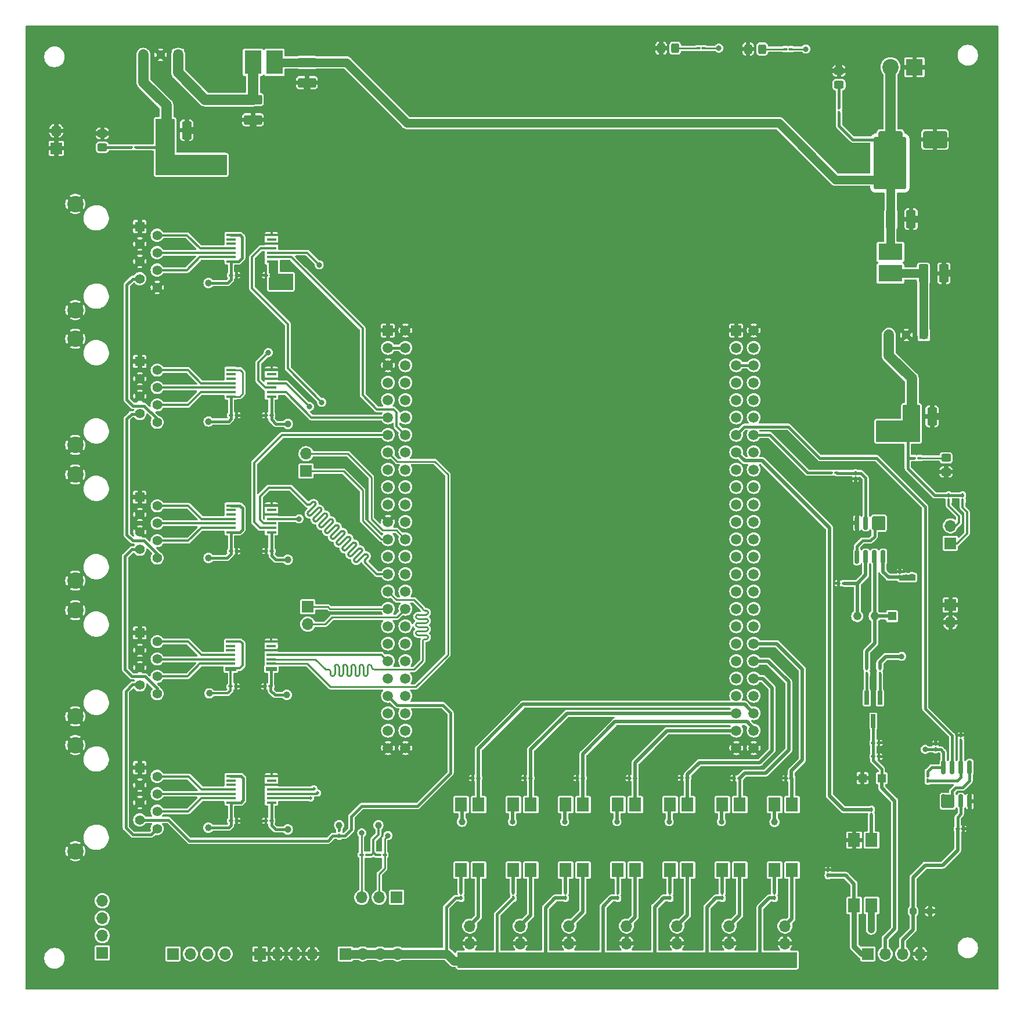
<source format=gbr>
%TF.GenerationSoftware,KiCad,Pcbnew,7.0.8*%
%TF.CreationDate,2023-12-10T21:55:31+01:00*%
%TF.ProjectId,stm_bob,73746d5f-626f-4622-9e6b-696361645f70,rev?*%
%TF.SameCoordinates,Original*%
%TF.FileFunction,Copper,L1,Top*%
%TF.FilePolarity,Positive*%
%FSLAX46Y46*%
G04 Gerber Fmt 4.6, Leading zero omitted, Abs format (unit mm)*
G04 Created by KiCad (PCBNEW 7.0.8) date 2023-12-10 21:55:31*
%MOMM*%
%LPD*%
G01*
G04 APERTURE LIST*
G04 Aperture macros list*
%AMRoundRect*
0 Rectangle with rounded corners*
0 $1 Rounding radius*
0 $2 $3 $4 $5 $6 $7 $8 $9 X,Y pos of 4 corners*
0 Add a 4 corners polygon primitive as box body*
4,1,4,$2,$3,$4,$5,$6,$7,$8,$9,$2,$3,0*
0 Add four circle primitives for the rounded corners*
1,1,$1+$1,$2,$3*
1,1,$1+$1,$4,$5*
1,1,$1+$1,$6,$7*
1,1,$1+$1,$8,$9*
0 Add four rect primitives between the rounded corners*
20,1,$1+$1,$2,$3,$4,$5,0*
20,1,$1+$1,$4,$5,$6,$7,0*
20,1,$1+$1,$6,$7,$8,$9,0*
20,1,$1+$1,$8,$9,$2,$3,0*%
G04 Aperture macros list end*
%TA.AperFunction,SMDPad,CuDef*%
%ADD10R,0.650000X2.000000*%
%TD*%
%TA.AperFunction,SMDPad,CuDef*%
%ADD11RoundRect,0.150000X0.150000X-0.825000X0.150000X0.825000X-0.150000X0.825000X-0.150000X-0.825000X0*%
%TD*%
%TA.AperFunction,SMDPad,CuDef*%
%ADD12RoundRect,0.250000X-0.250000X-0.250000X0.250000X-0.250000X0.250000X0.250000X-0.250000X0.250000X0*%
%TD*%
%TA.AperFunction,ComponentPad*%
%ADD13R,1.700000X1.700000*%
%TD*%
%TA.AperFunction,ComponentPad*%
%ADD14O,1.700000X1.700000*%
%TD*%
%TA.AperFunction,SMDPad,CuDef*%
%ADD15R,1.780000X2.000000*%
%TD*%
%TA.AperFunction,SMDPad,CuDef*%
%ADD16RoundRect,0.100000X-0.217500X-0.100000X0.217500X-0.100000X0.217500X0.100000X-0.217500X0.100000X0*%
%TD*%
%TA.AperFunction,SMDPad,CuDef*%
%ADD17R,1.409700X0.355600*%
%TD*%
%TA.AperFunction,ComponentPad*%
%ADD18R,1.408000X1.408000*%
%TD*%
%TA.AperFunction,ComponentPad*%
%ADD19C,1.408000*%
%TD*%
%TA.AperFunction,ComponentPad*%
%ADD20C,2.400000*%
%TD*%
%TA.AperFunction,SMDPad,CuDef*%
%ADD21RoundRect,0.250000X0.450000X-0.325000X0.450000X0.325000X-0.450000X0.325000X-0.450000X-0.325000X0*%
%TD*%
%TA.AperFunction,SMDPad,CuDef*%
%ADD22RoundRect,0.100000X0.217500X0.100000X-0.217500X0.100000X-0.217500X-0.100000X0.217500X-0.100000X0*%
%TD*%
%TA.AperFunction,SMDPad,CuDef*%
%ADD23RoundRect,0.100000X0.100000X-0.217500X0.100000X0.217500X-0.100000X0.217500X-0.100000X-0.217500X0*%
%TD*%
%TA.AperFunction,SMDPad,CuDef*%
%ADD24R,2.438400X3.505200*%
%TD*%
%TA.AperFunction,ComponentPad*%
%ADD25R,1.508000X1.508000*%
%TD*%
%TA.AperFunction,ComponentPad*%
%ADD26C,1.508000*%
%TD*%
%TA.AperFunction,SMDPad,CuDef*%
%ADD27R,3.505200X2.438400*%
%TD*%
%TA.AperFunction,SMDPad,CuDef*%
%ADD28RoundRect,0.250001X-0.462499X-1.074999X0.462499X-1.074999X0.462499X1.074999X-0.462499X1.074999X0*%
%TD*%
%TA.AperFunction,SMDPad,CuDef*%
%ADD29RoundRect,0.250001X-1.074999X0.462499X-1.074999X-0.462499X1.074999X-0.462499X1.074999X0.462499X0*%
%TD*%
%TA.AperFunction,ComponentPad*%
%ADD30R,2.400000X2.400000*%
%TD*%
%TA.AperFunction,SMDPad,CuDef*%
%ADD31RoundRect,0.250000X-1.500000X-1.000000X1.500000X-1.000000X1.500000X1.000000X-1.500000X1.000000X0*%
%TD*%
%TA.AperFunction,SMDPad,CuDef*%
%ADD32RoundRect,0.100000X-0.100000X0.217500X-0.100000X-0.217500X0.100000X-0.217500X0.100000X0.217500X0*%
%TD*%
%TA.AperFunction,SMDPad,CuDef*%
%ADD33RoundRect,0.250000X-0.450000X0.325000X-0.450000X-0.325000X0.450000X-0.325000X0.450000X0.325000X0*%
%TD*%
%TA.AperFunction,SMDPad,CuDef*%
%ADD34RoundRect,0.250000X-0.325000X-0.450000X0.325000X-0.450000X0.325000X0.450000X-0.325000X0.450000X0*%
%TD*%
%TA.AperFunction,SMDPad,CuDef*%
%ADD35RoundRect,0.150000X-0.150000X0.825000X-0.150000X-0.825000X0.150000X-0.825000X0.150000X0.825000X0*%
%TD*%
%TA.AperFunction,ComponentPad*%
%ADD36R,1.300000X1.300000*%
%TD*%
%TA.AperFunction,ComponentPad*%
%ADD37C,1.300000*%
%TD*%
%TA.AperFunction,ComponentPad*%
%ADD38R,1.218000X1.218000*%
%TD*%
%TA.AperFunction,ComponentPad*%
%ADD39C,1.218000*%
%TD*%
%TA.AperFunction,SMDPad,CuDef*%
%ADD40R,1.200000X1.200000*%
%TD*%
%TA.AperFunction,ViaPad*%
%ADD41C,1.000000*%
%TD*%
%TA.AperFunction,ViaPad*%
%ADD42C,0.800000*%
%TD*%
%TA.AperFunction,ViaPad*%
%ADD43C,0.500000*%
%TD*%
%TA.AperFunction,Conductor*%
%ADD44C,0.330200*%
%TD*%
%TA.AperFunction,Conductor*%
%ADD45C,1.016000*%
%TD*%
%TA.AperFunction,Conductor*%
%ADD46C,0.381000*%
%TD*%
%TA.AperFunction,Conductor*%
%ADD47C,0.508000*%
%TD*%
%TA.AperFunction,Conductor*%
%ADD48C,1.270000*%
%TD*%
%TA.AperFunction,Conductor*%
%ADD49C,1.524000*%
%TD*%
%TA.AperFunction,Conductor*%
%ADD50C,0.254000*%
%TD*%
%TA.AperFunction,Conductor*%
%ADD51C,0.250000*%
%TD*%
%TA.AperFunction,Conductor*%
%ADD52C,0.762000*%
%TD*%
%TA.AperFunction,Conductor*%
%ADD53C,0.304800*%
%TD*%
G04 APERTURE END LIST*
D10*
%TO.P,Q1,1,C*%
%TO.N,Net-(Q1-C)*%
X144519028Y-128475423D03*
%TO.P,Q1,2,B*%
%TO.N,Net-(Q1-B)*%
X142619028Y-128475423D03*
%TO.P,Q1,3,E*%
%TO.N,Upv_maffel*%
X143569028Y-131895423D03*
%TD*%
D11*
%TO.P,U8,1*%
%TO.N,Net-(U8A--)*%
X153797000Y-143572000D03*
%TO.P,U8,2,-*%
X155067000Y-143572000D03*
%TO.P,U8,3,+*%
%TO.N,Uo_overload*%
X156337000Y-143572000D03*
%TO.P,U8,4,V-*%
%TO.N,GND*%
X157607000Y-143572000D03*
%TO.P,U8,5,+*%
%TO.N,Net-(U8A--)*%
X157607000Y-138622000D03*
%TO.P,U8,6,-*%
%TO.N,/PWM/Vref*%
X156337000Y-138622000D03*
%TO.P,U8,7*%
%TO.N,SpindleOverload*%
X155067000Y-138622000D03*
%TO.P,U8,8,V+*%
%TO.N,+3V3*%
X153797000Y-138622000D03*
%TD*%
D12*
%TO.P,D1,1,K*%
%TO.N,Uo_overload*%
X149352000Y-159639000D03*
%TO.P,D1,2,A*%
%TO.N,GND*%
X151852000Y-159639000D03*
%TD*%
D13*
%TO.P,J9_GPIO1,1,Pin_1*%
%TO.N,GPIO_E15*%
X61087000Y-115189000D03*
D14*
%TO.P,J9_GPIO1,2,Pin_2*%
%TO.N,GPIO_B10*%
X61087000Y-117729000D03*
%TD*%
D15*
%TO.P,U1,1*%
%TO.N,Net-(R1-Pad2)*%
X91059700Y-153609000D03*
%TO.P,U1,2*%
%TO.N,Net-(JlimX1-Pin_3)*%
X93599700Y-153609000D03*
%TO.P,U1,3*%
%TO.N,limitX*%
X93599700Y-144079000D03*
%TO.P,U1,4*%
%TO.N,+3V3*%
X91059700Y-144079000D03*
%TD*%
D16*
%TO.P,R15,1*%
%TO.N,SpindlePWM*%
X137387500Y-95631000D03*
%TO.P,R15,2*%
%TO.N,Net-(U9A-+)*%
X138202500Y-95631000D03*
%TD*%
%TO.P,C11,1*%
%TO.N,+5V*%
X49884500Y-87249000D03*
%TO.P,C11,2*%
%TO.N,GND*%
X50699500Y-87249000D03*
%TD*%
D13*
%TO.P,J5,1,Pin_1*%
%TO.N,+12V*%
X66558000Y-165862000D03*
D14*
%TO.P,J5,2,Pin_2*%
X69098000Y-165862000D03*
%TO.P,J5,3,Pin_3*%
X71638000Y-165862000D03*
%TO.P,J5,4,Pin_4*%
X74178000Y-165862000D03*
%TD*%
D17*
%TO.P,UAxisA1,1,VCCA*%
%TO.N,+3V3*%
X55784750Y-64795400D03*
%TO.P,UAxisA1,2,A1*%
%TO.N,dirA*%
X55784750Y-64145414D03*
%TO.P,UAxisA1,3,A2*%
%TO.N,stepA*%
X55784750Y-63495428D03*
%TO.P,UAxisA1,4,A3*%
%TO.N,enableA*%
X55784750Y-62845442D03*
%TO.P,UAxisA1,5,A4*%
%TO.N,GND*%
X55784750Y-62195456D03*
%TO.P,UAxisA1,6,NC*%
%TO.N,unconnected-(UAxisA1-NC-Pad6)*%
X55784750Y-61545470D03*
%TO.P,UAxisA1,7,GND*%
%TO.N,GND*%
X55784750Y-60895484D03*
%TO.P,UAxisA1,8,OE*%
%TO.N,+5V*%
X49879250Y-60895484D03*
%TO.P,UAxisA1,9,NC*%
%TO.N,unconnected-(UAxisA1-NC-Pad9)*%
X49879250Y-61545470D03*
%TO.P,UAxisA1,10,B4Y*%
%TO.N,unconnected-(UAxisA1-B4Y-Pad10)*%
X49879250Y-62195456D03*
%TO.P,UAxisA1,11,B3Y*%
%TO.N,/enableA_*%
X49879250Y-62845442D03*
%TO.P,UAxisA1,12,B2Y*%
%TO.N,/stepA_*%
X49879250Y-63495428D03*
%TO.P,UAxisA1,13,B1Y*%
%TO.N,/dirA_*%
X49879250Y-64145414D03*
%TO.P,UAxisA1,14,VCCB*%
%TO.N,+5V*%
X49879250Y-64795400D03*
%TD*%
D18*
%TO.P,JzAxis1,1,1*%
%TO.N,GND*%
X36576000Y-138684000D03*
D19*
%TO.P,JzAxis1,2,2*%
%TO.N,/enableZ_*%
X39116000Y-139954000D03*
%TO.P,JzAxis1,3,3*%
%TO.N,GND*%
X36576000Y-141224000D03*
%TO.P,JzAxis1,4,4*%
%TO.N,/stepZ_*%
X39116000Y-142494000D03*
%TO.P,JzAxis1,5,5*%
%TO.N,GND*%
X36576000Y-143764000D03*
%TO.P,JzAxis1,6,6*%
%TO.N,/dirZ_*%
X39116000Y-145034000D03*
%TO.P,JzAxis1,7,7*%
%TO.N,error_stepper*%
X36576000Y-146304000D03*
%TO.P,JzAxis1,8,8*%
%TO.N,/errorY2_+*%
X39116000Y-147574000D03*
D20*
%TO.P,JzAxis1,S1,SHIELD*%
%TO.N,GND*%
X27176000Y-135379000D03*
%TO.P,JzAxis1,S2,SHIELD*%
X27176000Y-150879000D03*
%TD*%
D21*
%TO.P,D4,1,K*%
%TO.N,GND*%
X154178000Y-95513000D03*
%TO.P,D4,2,A*%
%TO.N,Net-(D4-A)*%
X154178000Y-93463000D03*
%TD*%
D13*
%TO.P,J4,1,Pin_1*%
%TO.N,GND*%
X154813000Y-114935000D03*
D14*
%TO.P,J4,2,Pin_2*%
X154813000Y-117475000D03*
%TD*%
D22*
%TO.P,R29,1*%
%TO.N,LED1*%
X118847000Y-33655000D03*
%TO.P,R29,2*%
%TO.N,Net-(D6-A)*%
X118032000Y-33655000D03*
%TD*%
D23*
%TO.P,R1,1*%
%TO.N,+12V*%
X91059700Y-157709000D03*
%TO.P,R1,2*%
%TO.N,Net-(R1-Pad2)*%
X91059700Y-156894000D03*
%TD*%
D18*
%TO.P,Jy1Axis1,1,1*%
%TO.N,GND*%
X36576000Y-99187000D03*
D19*
%TO.P,Jy1Axis1,2,2*%
%TO.N,/enableY1_*%
X39116000Y-100457000D03*
%TO.P,Jy1Axis1,3,3*%
%TO.N,GND*%
X36576000Y-101727000D03*
%TO.P,Jy1Axis1,4,4*%
%TO.N,/stepY1_*%
X39116000Y-102997000D03*
%TO.P,Jy1Axis1,5,5*%
%TO.N,GND*%
X36576000Y-104267000D03*
%TO.P,Jy1Axis1,6,6*%
%TO.N,/dirY1_*%
X39116000Y-105537000D03*
%TO.P,Jy1Axis1,7,7*%
%TO.N,/errorY1_+*%
X36576000Y-106807000D03*
%TO.P,Jy1Axis1,8,8*%
%TO.N,/errorX_+*%
X39116000Y-108077000D03*
D20*
%TO.P,Jy1Axis1,S1,SHIELD*%
%TO.N,GND*%
X27176000Y-95882000D03*
%TO.P,Jy1Axis1,S2,SHIELD*%
X27176000Y-111382000D03*
%TD*%
D13*
%TO.P,J2,1,Pin_1*%
%TO.N,+5V*%
X31115000Y-165735000D03*
D14*
%TO.P,J2,2,Pin_2*%
X31115000Y-163195000D03*
%TO.P,J2,3,Pin_3*%
X31115000Y-160655000D03*
%TO.P,J2,4,Pin_4*%
X31115000Y-158115000D03*
%TD*%
D16*
%TO.P,C13,1*%
%TO.N,+5V*%
X49884500Y-146431000D03*
%TO.P,C13,2*%
%TO.N,GND*%
X50699500Y-146431000D03*
%TD*%
D23*
%TO.P,R19,1*%
%TO.N,Net-(Q1-C)*%
X144505117Y-125004223D03*
%TO.P,R19,2*%
%TO.N,+12V*%
X144505117Y-124189223D03*
%TD*%
D24*
%TO.P,L1,1,1*%
%TO.N,+12V*%
X56235600Y-35712400D03*
%TO.P,L1,2,2*%
%TO.N,Net-(U5V+1-+VIN)*%
X53086000Y-35712400D03*
%TD*%
D22*
%TO.P,R12,1*%
%TO.N,GPIO1*%
X124054700Y-140208000D03*
%TO.P,R12,2*%
%TO.N,GND*%
X123239700Y-140208000D03*
%TD*%
%TO.P,C8,1*%
%TO.N,+3V3*%
X55652500Y-126822000D03*
%TO.P,C8,2*%
%TO.N,GND*%
X54837500Y-126822000D03*
%TD*%
D15*
%TO.P,U2,1*%
%TO.N,Net-(R3-Pad2)*%
X106299700Y-153609000D03*
%TO.P,U2,2*%
%TO.N,Net-(JlimY1-Pin_3)*%
X108839700Y-153609000D03*
%TO.P,U2,3*%
%TO.N,limitY1*%
X108839700Y-144079000D03*
%TO.P,U2,4*%
%TO.N,+3V3*%
X106299700Y-144079000D03*
%TD*%
D22*
%TO.P,R32,1*%
%TO.N,+3V3*%
X69749500Y-151384000D03*
%TO.P,R32,2*%
%TO.N,SPI_MISO*%
X68934500Y-151384000D03*
%TD*%
D25*
%TO.P,TB1,P1_1,GND*%
%TO.N,GND*%
X72771000Y-74855000D03*
D26*
%TO.P,TB1,P1_2,GND*%
X75311000Y-74855000D03*
%TO.P,TB1,P1_3,VDD*%
%TO.N,VDD*%
X72771000Y-77395000D03*
%TO.P,TB1,P1_4,VDD*%
X75311000Y-77395000D03*
%TO.P,TB1,P1_5,GND*%
%TO.N,GND*%
X72771000Y-79935000D03*
%TO.P,TB1,P1_6,NRST*%
%TO.N,unconnected-(TB1-NRST-PadP1_6)*%
X75311000Y-79935000D03*
%TO.P,TB1,P1_7,PC1*%
%TO.N,unconnected-(TB1-PC1-PadP1_7)*%
X72771000Y-82475000D03*
%TO.P,TB1,P1_8,PC0*%
%TO.N,unconnected-(TB1-PC0-PadP1_8)*%
X75311000Y-82475000D03*
%TO.P,TB1,P1_9,PC3*%
%TO.N,unconnected-(TB1-PC3-PadP1_9)*%
X72771000Y-85015000D03*
%TO.P,TB1,P1_10,PC2*%
%TO.N,unconnected-(TB1-PC2-PadP1_10)*%
X75311000Y-85015000D03*
%TO.P,TB1,P1_11,PA1*%
%TO.N,dirX*%
X72771000Y-87555000D03*
%TO.P,TB1,P1_12,PA0-WKUP*%
%TO.N,unconnected-(TB1-PA0-WKUP-PadP1_12)*%
X75311000Y-87555000D03*
%TO.P,TB1,P1_13,PA3*%
%TO.N,dirY1*%
X72771000Y-90095000D03*
%TO.P,TB1,P1_14,PA2*%
%TO.N,dirA*%
X75311000Y-90095000D03*
%TO.P,TB1,P1_15,PA5*%
%TO.N,dirY2*%
X72771000Y-92635000D03*
%TO.P,TB1,P1_16,PA4*%
%TO.N,unconnected-(TB1-PA4-PadP1_16)*%
X75311000Y-92635000D03*
%TO.P,TB1,P1_17,PA7*%
%TO.N,dirZ*%
X72771000Y-95175000D03*
%TO.P,TB1,P1_18,PA6*%
%TO.N,unconnected-(TB1-PA6-PadP1_18)*%
X75311000Y-95175000D03*
%TO.P,TB1,P1_19,PC5*%
%TO.N,unconnected-(TB1-PC5-PadP1_19)*%
X72771000Y-97715000D03*
%TO.P,TB1,P1_20,PC4*%
%TO.N,unconnected-(TB1-PC4-PadP1_20)*%
X75311000Y-97715000D03*
%TO.P,TB1,P1_21,PB1*%
%TO.N,unconnected-(TB1-PB1-PadP1_21)*%
X72771000Y-100255000D03*
%TO.P,TB1,P1_22,PB0*%
%TO.N,unconnected-(TB1-PB0-PadP1_22)*%
X75311000Y-100255000D03*
%TO.P,TB1,P1_23,GND*%
%TO.N,GND*%
X72771000Y-102795000D03*
%TO.P,TB1,P1_24,PB2*%
%TO.N,unconnected-(TB1-PB2-PadP1_24)*%
X75311000Y-102795000D03*
%TO.P,TB1,P1_25,PE7*%
%TO.N,GPIO_E7*%
X72771000Y-105335000D03*
%TO.P,TB1,P1_26,PE8*%
%TO.N,GPIO_E8*%
X75311000Y-105335000D03*
%TO.P,TB1,P1_27,PE9*%
%TO.N,stepX*%
X72771000Y-107875000D03*
%TO.P,TB1,P1_28,PE10*%
%TO.N,stepZ*%
X75311000Y-107875000D03*
%TO.P,TB1,P1_29,PE11*%
%TO.N,stepY1*%
X72771000Y-110415000D03*
%TO.P,TB1,P1_30,PE12*%
%TO.N,stepA*%
X75311000Y-110415000D03*
%TO.P,TB1,P1_31,PE13*%
%TO.N,stepY2*%
X72771000Y-112955000D03*
%TO.P,TB1,P1_32,PE14*%
%TO.N,unconnected-(TB1-PE14-PadP1_32)*%
X75311000Y-112955000D03*
%TO.P,TB1,P1_33,PE15*%
%TO.N,GPIO_E15*%
X72771000Y-115495000D03*
%TO.P,TB1,P1_34,PB10*%
%TO.N,GPIO_B10*%
X75311000Y-115495000D03*
%TO.P,TB1,P1_35,PB11*%
%TO.N,enableX*%
X72771000Y-118035000D03*
%TO.P,TB1,P1_36,PB12*%
%TO.N,enableA*%
X75311000Y-118035000D03*
%TO.P,TB1,P1_37,PB13*%
%TO.N,enableY1*%
X72771000Y-120575000D03*
%TO.P,TB1,P1_38,PB14*%
%TO.N,enableZ*%
X75311000Y-120575000D03*
%TO.P,TB1,P1_39,PB15*%
%TO.N,enableY2*%
X72771000Y-123115000D03*
%TO.P,TB1,P1_40,PD8*%
%TO.N,unconnected-(TB1-PD8-PadP1_40)*%
X75311000Y-123115000D03*
%TO.P,TB1,P1_41,PD9*%
%TO.N,unconnected-(TB1-PD9-PadP1_41)*%
X72771000Y-125655000D03*
%TO.P,TB1,P1_42,PD10*%
%TO.N,unconnected-(TB1-PD10-PadP1_42)*%
X75311000Y-125655000D03*
%TO.P,TB1,P1_43,PD11*%
%TO.N,error_stepper*%
X72771000Y-128195000D03*
%TO.P,TB1,P1_44,PD12*%
%TO.N,unconnected-(TB1-PD12-PadP1_44)*%
X75311000Y-128195000D03*
%TO.P,TB1,P1_45,PD13*%
%TO.N,unconnected-(TB1-PD13-PadP1_45)*%
X72771000Y-130735000D03*
%TO.P,TB1,P1_46,PD14*%
%TO.N,unconnected-(TB1-PD14-PadP1_46)*%
X75311000Y-130735000D03*
%TO.P,TB1,P1_47,PD15*%
%TO.N,unconnected-(TB1-PD15-PadP1_47)*%
X72771000Y-133275000D03*
%TO.P,TB1,P1_48*%
%TO.N,N/C*%
X75311000Y-133275000D03*
%TO.P,TB1,P1_49,GND*%
%TO.N,GND*%
X72771000Y-135815000D03*
%TO.P,TB1,P1_50,GND*%
X75311000Y-135815000D03*
D25*
%TO.P,TB1,P2_1,GND*%
X123571000Y-74855000D03*
D26*
%TO.P,TB1,P2_2,GND*%
X126111000Y-74855000D03*
%TO.P,TB1,P2_3,5V*%
%TO.N,+5V*%
X123571000Y-77395000D03*
%TO.P,TB1,P2_4,5V*%
X126111000Y-77395000D03*
%TO.P,TB1,P2_5,3V*%
%TO.N,+3V3*%
X123571000Y-79935000D03*
%TO.P,TB1,P2_6,3V*%
X126111000Y-79935000D03*
%TO.P,TB1,P2_7,PH0*%
%TO.N,unconnected-(TB1-PH0-PadP2_7)*%
X123571000Y-82475000D03*
%TO.P,TB1,P2_8,PH1*%
%TO.N,unconnected-(TB1-PH1-PadP2_8)*%
X126111000Y-82475000D03*
%TO.P,TB1,P2_9,PC14*%
%TO.N,unconnected-(TB1-PC14-PadP2_9)*%
X123571000Y-85015000D03*
%TO.P,TB1,P2_10,PC15*%
%TO.N,unconnected-(TB1-PC15-PadP2_10)*%
X126111000Y-85015000D03*
%TO.P,TB1,P2_11,PE6*%
%TO.N,LED1*%
X123571000Y-87555000D03*
%TO.P,TB1,P2_12,PC13*%
%TO.N,LED2*%
X126111000Y-87555000D03*
%TO.P,TB1,P2_13,PE4*%
%TO.N,SpindleOverload*%
X123571000Y-90095000D03*
%TO.P,TB1,P2_14,PE5*%
%TO.N,SpindlePWM*%
X126111000Y-90095000D03*
%TO.P,TB1,P2_15,PE2*%
%TO.N,SpindleEnable*%
X123571000Y-92635000D03*
%TO.P,TB1,P2_16,PE3*%
%TO.N,unconnected-(TB1-PE3-PadP2_16)*%
X126111000Y-92635000D03*
%TO.P,TB1,P2_17,PE0*%
%TO.N,unconnected-(TB1-PE0-PadP2_17)*%
X123571000Y-95175000D03*
%TO.P,TB1,P2_18,PE1*%
%TO.N,unconnected-(TB1-PE1-PadP2_18)*%
X126111000Y-95175000D03*
%TO.P,TB1,P2_19,PB8*%
%TO.N,I2C_SDA*%
X123571000Y-97715000D03*
%TO.P,TB1,P2_20,PB9*%
%TO.N,I2C_SCL*%
X126111000Y-97715000D03*
%TO.P,TB1,P2_21,BOOT0*%
%TO.N,unconnected-(TB1-BOOT0-PadP2_21)*%
X123571000Y-100255000D03*
%TO.P,TB1,P2_22,VDD*%
%TO.N,VDD*%
X126111000Y-100255000D03*
%TO.P,TB1,P2_23,PB6*%
%TO.N,unconnected-(TB1-PB6-PadP2_23)*%
X123571000Y-102795000D03*
%TO.P,TB1,P2_24,PB7*%
%TO.N,SPI_MISO*%
X126111000Y-102795000D03*
%TO.P,TB1,P2_25,PB4*%
%TO.N,unconnected-(TB1-PB4-PadP2_25)*%
X123571000Y-105335000D03*
%TO.P,TB1,P2_26,PB5*%
%TO.N,SPI_MOSI*%
X126111000Y-105335000D03*
%TO.P,TB1,P2_27,PD7*%
%TO.N,unconnected-(TB1-PD7-PadP2_27)*%
X123571000Y-107875000D03*
%TO.P,TB1,P2_28,PB3*%
%TO.N,SPI_SCK*%
X126111000Y-107875000D03*
%TO.P,TB1,P2_29,PD5*%
%TO.N,unconnected-(TB1-PD5-PadP2_29)*%
X123571000Y-110415000D03*
%TO.P,TB1,P2_30,PD6*%
%TO.N,unconnected-(TB1-PD6-PadP2_30)*%
X126111000Y-110415000D03*
%TO.P,TB1,P2_31,PD3*%
%TO.N,unconnected-(TB1-PD3-PadP2_31)*%
X123571000Y-112955000D03*
%TO.P,TB1,P2_32,PD4*%
%TO.N,unconnected-(TB1-PD4-PadP2_32)*%
X126111000Y-112955000D03*
%TO.P,TB1,P2_33,PD1*%
%TO.N,FeedHold*%
X123571000Y-115495000D03*
%TO.P,TB1,P2_34,PD2*%
%TO.N,Reset*%
X126111000Y-115495000D03*
%TO.P,TB1,P2_35,PC12*%
%TO.N,unconnected-(TB1-PC12-PadP2_35)*%
X123571000Y-118035000D03*
%TO.P,TB1,P2_36,PD0*%
%TO.N,CycleStart*%
X126111000Y-118035000D03*
%TO.P,TB1,P2_37,PC10*%
%TO.N,unconnected-(TB1-PC10-PadP2_37)*%
X123571000Y-120575000D03*
%TO.P,TB1,P2_38,PC11*%
%TO.N,limitA*%
X126111000Y-120575000D03*
%TO.P,TB1,P2_39,PA14*%
%TO.N,unconnected-(TB1-PA14-PadP2_39)*%
X123571000Y-123115000D03*
%TO.P,TB1,P2_40,PA15*%
%TO.N,GPIO1*%
X126111000Y-123115000D03*
%TO.P,TB1,P2_41,PA10*%
%TO.N,unconnected-(TB1-PA10-PadP2_41)*%
X123571000Y-125655000D03*
%TO.P,TB1,P2_42,PA13*%
%TO.N,Probe*%
X126111000Y-125655000D03*
%TO.P,TB1,P2_43,PA8*%
%TO.N,unconnected-(TB1-PA8-PadP2_43)*%
X123571000Y-128195000D03*
%TO.P,TB1,P2_44,PA9*%
%TO.N,unconnected-(TB1-PA9-PadP2_44)*%
X126111000Y-128195000D03*
%TO.P,TB1,P2_45,PC8*%
%TO.N,limitX*%
X123571000Y-130735000D03*
%TO.P,TB1,P2_46,PC9*%
%TO.N,limitZ*%
X126111000Y-130735000D03*
%TO.P,TB1,P2_47,PC6*%
%TO.N,limitY1*%
X123571000Y-133275000D03*
%TO.P,TB1,P2_48,PC7*%
%TO.N,limitY2*%
X126111000Y-133275000D03*
%TO.P,TB1,P2_49,GND*%
%TO.N,GND*%
X123571000Y-135815000D03*
%TO.P,TB1,P2_50,GND*%
X126111000Y-135815000D03*
%TD*%
D27*
%TO.P,L2,1,1*%
%TO.N,+12V*%
X146063700Y-63381250D03*
%TO.P,L2,2,2*%
%TO.N,Net-(U3V3+1-+VIN)*%
X146063700Y-66530850D03*
%TD*%
D17*
%TO.P,Uy1Axis1,1,VCCA*%
%TO.N,+3V3*%
X55784750Y-104311958D03*
%TO.P,Uy1Axis1,2,A1*%
%TO.N,dirY1*%
X55784750Y-103661972D03*
%TO.P,Uy1Axis1,3,A2*%
%TO.N,stepY1*%
X55784750Y-103011986D03*
%TO.P,Uy1Axis1,4,A3*%
%TO.N,enableY1*%
X55784750Y-102362000D03*
%TO.P,Uy1Axis1,5,A4*%
%TO.N,GND*%
X55784750Y-101712014D03*
%TO.P,Uy1Axis1,6,NC*%
%TO.N,unconnected-(Uy1Axis1-NC-Pad6)*%
X55784750Y-101062028D03*
%TO.P,Uy1Axis1,7,GND*%
%TO.N,GND*%
X55784750Y-100412042D03*
%TO.P,Uy1Axis1,8,OE*%
%TO.N,+5V*%
X49879250Y-100412042D03*
%TO.P,Uy1Axis1,9,NC*%
%TO.N,unconnected-(Uy1Axis1-NC-Pad9)*%
X49879250Y-101062028D03*
%TO.P,Uy1Axis1,10,B4Y*%
%TO.N,unconnected-(Uy1Axis1-B4Y-Pad10)*%
X49879250Y-101712014D03*
%TO.P,Uy1Axis1,11,B3Y*%
%TO.N,/enableY1_*%
X49879250Y-102362000D03*
%TO.P,Uy1Axis1,12,B2Y*%
%TO.N,/stepY1_*%
X49879250Y-103011986D03*
%TO.P,Uy1Axis1,13,B1Y*%
%TO.N,/dirY1_*%
X49879250Y-103661972D03*
%TO.P,Uy1Axis1,14,VCCB*%
%TO.N,+5V*%
X49879250Y-104311958D03*
%TD*%
D28*
%TO.P,C2,1*%
%TO.N,+5V*%
X40459000Y-45629500D03*
%TO.P,C2,2*%
%TO.N,GND*%
X43434000Y-45629500D03*
%TD*%
D29*
%TO.P,C15,1*%
%TO.N,Net-(U5V+1-+VIN)*%
X53086000Y-41148000D03*
%TO.P,C15,2*%
%TO.N,GND*%
X53086000Y-44123000D03*
%TD*%
D22*
%TO.P,R30,1*%
%TO.N,LED2*%
X131547000Y-33782000D03*
%TO.P,R30,2*%
%TO.N,Net-(D7-A)*%
X130732000Y-33782000D03*
%TD*%
D23*
%TO.P,R5,1*%
%TO.N,+12V*%
X98672548Y-157697425D03*
%TO.P,R5,2*%
%TO.N,Net-(R5-Pad2)*%
X98672548Y-156882425D03*
%TD*%
%TO.P,C3,1*%
%TO.N,+12V*%
X147447000Y-110897500D03*
%TO.P,C3,2*%
%TO.N,GND*%
X147447000Y-110082500D03*
%TD*%
D16*
%TO.P,R16,1*%
%TO.N,GND*%
X138493017Y-111760000D03*
%TO.P,R16,2*%
%TO.N,Net-(U9B--)*%
X139308017Y-111760000D03*
%TD*%
D13*
%TO.P,J11_SPI1,1,Pin_1*%
%TO.N,SPI_SCK*%
X74041000Y-157607000D03*
D14*
%TO.P,J11_SPI1,2,Pin_2*%
%TO.N,SPI_MOSI*%
X71501000Y-157607000D03*
%TO.P,J11_SPI1,3,Pin_3*%
%TO.N,SPI_MISO*%
X68961000Y-157607000D03*
%TD*%
D30*
%TO.P,J1,1,Pin_1*%
%TO.N,GND*%
X149578000Y-36422000D03*
D20*
%TO.P,J1,2,Pin_2*%
%TO.N,+12V*%
X146078000Y-36422000D03*
%TD*%
D23*
%TO.P,R9,1*%
%TO.N,+12V*%
X113919700Y-157709000D03*
%TO.P,R9,2*%
%TO.N,Net-(R9-Pad2)*%
X113919700Y-156894000D03*
%TD*%
D22*
%TO.P,C4,1*%
%TO.N,+3V3*%
X55779500Y-66802000D03*
%TO.P,C4,2*%
%TO.N,GND*%
X54964500Y-66802000D03*
%TD*%
D23*
%TO.P,R24,1*%
%TO.N,/PWM/Vref*%
X151511000Y-140615500D03*
%TO.P,R24,2*%
%TO.N,+3V3*%
X151511000Y-139800500D03*
%TD*%
D31*
%TO.P,C20,1*%
%TO.N,+12V*%
X146064900Y-46990000D03*
%TO.P,C20,2*%
%TO.N,GND*%
X152564900Y-46990000D03*
%TD*%
D16*
%TO.P,C14,1*%
%TO.N,Upv_maffel*%
X143557965Y-137062628D03*
%TO.P,C14,2*%
%TO.N,GND*%
X144372965Y-137062628D03*
%TD*%
D13*
%TO.P,JlimA1,1,Pin_1*%
%TO.N,+12V*%
X130683000Y-166878000D03*
D14*
%TO.P,JlimA1,2,Pin_2*%
%TO.N,GND*%
X130683000Y-164338000D03*
%TO.P,JlimA1,3,Pin_3*%
%TO.N,Net-(JlimA1-Pin_3)*%
X130683000Y-161798000D03*
%TD*%
D13*
%TO.P,JlimX1,1,Pin_1*%
%TO.N,+12V*%
X92075000Y-166878000D03*
D14*
%TO.P,JlimX1,2,Pin_2*%
%TO.N,GND*%
X92075000Y-164338000D03*
%TO.P,JlimX1,3,Pin_3*%
%TO.N,Net-(JlimX1-Pin_3)*%
X92075000Y-161798000D03*
%TD*%
D23*
%TO.P,R7,1*%
%TO.N,+12V*%
X83439700Y-157709000D03*
%TO.P,R7,2*%
%TO.N,Net-(R7-Pad2)*%
X83439700Y-156894000D03*
%TD*%
D22*
%TO.P,R26,1*%
%TO.N,+5V*%
X36094500Y-48133000D03*
%TO.P,R26,2*%
%TO.N,Net-(D3-A)*%
X35279500Y-48133000D03*
%TD*%
D15*
%TO.P,U4,1*%
%TO.N,Net-(R7-Pad2)*%
X83439700Y-153609000D03*
%TO.P,U4,2*%
%TO.N,Net-(JlimZ1-Pin_3)*%
X85979700Y-153609000D03*
%TO.P,U4,3*%
%TO.N,limitZ*%
X85979700Y-144079000D03*
%TO.P,U4,4*%
%TO.N,+3V3*%
X83439700Y-144079000D03*
%TD*%
D13*
%TO.P,JlimY2,1,Pin_1*%
%TO.N,+12V*%
X99187000Y-166878000D03*
D14*
%TO.P,JlimY2,2,Pin_2*%
%TO.N,GND*%
X99187000Y-164338000D03*
%TO.P,JlimY2,3,Pin_3*%
%TO.N,Net-(JlimY2-Pin_3)*%
X99187000Y-161798000D03*
%TD*%
D13*
%TO.P,JlimZ1,1,Pin_1*%
%TO.N,+12V*%
X84709000Y-166878000D03*
D14*
%TO.P,JlimZ1,2,Pin_2*%
%TO.N,GND*%
X84709000Y-164338000D03*
%TO.P,JlimZ1,3,Pin_3*%
%TO.N,Net-(JlimZ1-Pin_3)*%
X84709000Y-161798000D03*
%TD*%
D23*
%TO.P,R22,1*%
%TO.N,Net-(JPvMaffel1-Pin_1)*%
X136950750Y-154422000D03*
%TO.P,R22,2*%
%TO.N,GND*%
X136950750Y-153607000D03*
%TD*%
D18*
%TO.P,JxAxis1,1,1*%
%TO.N,GND*%
X36576000Y-79375000D03*
D19*
%TO.P,JxAxis1,2,2*%
%TO.N,/enableX_*%
X39116000Y-80645000D03*
%TO.P,JxAxis1,3,3*%
%TO.N,GND*%
X36576000Y-81915000D03*
%TO.P,JxAxis1,4,4*%
%TO.N,/stepX_*%
X39116000Y-83185000D03*
%TO.P,JxAxis1,5,5*%
%TO.N,GND*%
X36576000Y-84455000D03*
%TO.P,JxAxis1,6,6*%
%TO.N,/dirX_*%
X39116000Y-85725000D03*
%TO.P,JxAxis1,7,7*%
%TO.N,/errorX_+*%
X36576000Y-86995000D03*
%TO.P,JxAxis1,8,8*%
%TO.N,/errorA_+*%
X39116000Y-88265000D03*
D20*
%TO.P,JxAxis1,S1,SHIELD*%
%TO.N,GND*%
X27176000Y-76070000D03*
%TO.P,JxAxis1,S2,SHIELD*%
X27176000Y-91570000D03*
%TD*%
D32*
%TO.P,C1,1*%
%TO.N,Net-(U9A-+)*%
X140970000Y-95680000D03*
%TO.P,C1,2*%
%TO.N,GND*%
X140970000Y-96495000D03*
%TD*%
D15*
%TO.P,U6,1*%
%TO.N,Net-(R11-Pad2)*%
X121539700Y-153609000D03*
%TO.P,U6,2*%
%TO.N,Net-(JGpio1-Pin_3)*%
X124079700Y-153609000D03*
%TO.P,U6,3*%
%TO.N,GPIO1*%
X124079700Y-144079000D03*
%TO.P,U6,4*%
%TO.N,+3V3*%
X121539700Y-144079000D03*
%TD*%
D33*
%TO.P,D5,1,K*%
%TO.N,GND*%
X138557000Y-36948000D03*
%TO.P,D5,2,A*%
%TO.N,Net-(D5-A)*%
X138557000Y-38998000D03*
%TD*%
D34*
%TO.P,D7,1,K*%
%TO.N,GND*%
X125306500Y-33782000D03*
%TO.P,D7,2,A*%
%TO.N,Net-(D7-A)*%
X127356500Y-33782000D03*
%TD*%
D22*
%TO.P,R8,1*%
%TO.N,limitZ*%
X85954700Y-140208000D03*
%TO.P,R8,2*%
%TO.N,GND*%
X85139700Y-140208000D03*
%TD*%
D23*
%TO.P,R11,1*%
%TO.N,+12V*%
X121539700Y-157709000D03*
%TO.P,R11,2*%
%TO.N,Net-(R11-Pad2)*%
X121539700Y-156894000D03*
%TD*%
D28*
%TO.P,C19,1*%
%TO.N,+3V3*%
X149171000Y-87401400D03*
%TO.P,C19,2*%
%TO.N,GND*%
X152146000Y-87401400D03*
%TD*%
D34*
%TO.P,D6,1,K*%
%TO.N,GND*%
X112624000Y-33655000D03*
%TO.P,D6,2,A*%
%TO.N,Net-(D6-A)*%
X114674000Y-33655000D03*
%TD*%
D28*
%TO.P,C17,1*%
%TO.N,Net-(U3V3+1-+VIN)*%
X150889700Y-66530850D03*
%TO.P,C17,2*%
%TO.N,GND*%
X153864700Y-66530850D03*
%TD*%
D16*
%TO.P,R27,1*%
%TO.N,+3V3*%
X149479000Y-93472000D03*
%TO.P,R27,2*%
%TO.N,Net-(D4-A)*%
X150294000Y-93472000D03*
%TD*%
D22*
%TO.P,R2,1*%
%TO.N,limitX*%
X93574700Y-140208000D03*
%TO.P,R2,2*%
%TO.N,GND*%
X92759700Y-140208000D03*
%TD*%
D13*
%TO.P,J3,1,Pin_1*%
%TO.N,+3V3*%
X41402000Y-165862000D03*
D14*
%TO.P,J3,2,Pin_2*%
X43942000Y-165862000D03*
%TO.P,J3,3,Pin_3*%
X46482000Y-165862000D03*
%TO.P,J3,4,Pin_4*%
X49022000Y-165862000D03*
%TD*%
D23*
%TO.P,C21,1*%
%TO.N,+3V3*%
X152654000Y-135992000D03*
%TO.P,C21,2*%
%TO.N,GND*%
X152654000Y-135177000D03*
%TD*%
D32*
%TO.P,R34,1*%
%TO.N,+3V3*%
X156591000Y-98906500D03*
%TO.P,R34,2*%
%TO.N,I2C_SDA*%
X156591000Y-99721500D03*
%TD*%
D22*
%TO.P,C6,1*%
%TO.N,+3V3*%
X55808747Y-107062666D03*
%TO.P,C6,2*%
%TO.N,GND*%
X54993747Y-107062666D03*
%TD*%
D13*
%TO.P,JProbe1,1,Pin_1*%
%TO.N,+12V*%
X114935000Y-166878000D03*
D14*
%TO.P,JProbe1,2,Pin_2*%
%TO.N,GND*%
X114935000Y-164338000D03*
%TO.P,JProbe1,3,Pin_3*%
%TO.N,Net-(JProbe1-Pin_3)*%
X114935000Y-161798000D03*
%TD*%
D23*
%TO.P,R13,1*%
%TO.N,+12V*%
X129159700Y-157709000D03*
%TO.P,R13,2*%
%TO.N,Net-(R13-Pad2)*%
X129159700Y-156894000D03*
%TD*%
D22*
%TO.P,R25,1*%
%TO.N,GND*%
X156669000Y-147574000D03*
%TO.P,R25,2*%
%TO.N,Uo_overload*%
X155854000Y-147574000D03*
%TD*%
D17*
%TO.P,UxAxis1,1,VCCA*%
%TO.N,+3V3*%
X55784750Y-84499958D03*
%TO.P,UxAxis1,2,A1*%
%TO.N,dirX*%
X55784750Y-83849972D03*
%TO.P,UxAxis1,3,A2*%
%TO.N,stepX*%
X55784750Y-83199986D03*
%TO.P,UxAxis1,4,A3*%
%TO.N,enableX*%
X55784750Y-82550000D03*
%TO.P,UxAxis1,5,A4*%
%TO.N,GND*%
X55784750Y-81900014D03*
%TO.P,UxAxis1,6,NC*%
%TO.N,unconnected-(UxAxis1-NC-Pad6)*%
X55784750Y-81250028D03*
%TO.P,UxAxis1,7,GND*%
%TO.N,GND*%
X55784750Y-80600042D03*
%TO.P,UxAxis1,8,OE*%
%TO.N,+5V*%
X49879250Y-80600042D03*
%TO.P,UxAxis1,9,NC*%
%TO.N,unconnected-(UxAxis1-NC-Pad9)*%
X49879250Y-81250028D03*
%TO.P,UxAxis1,10,B4Y*%
%TO.N,unconnected-(UxAxis1-B4Y-Pad10)*%
X49879250Y-81900014D03*
%TO.P,UxAxis1,11,B3Y*%
%TO.N,/enableX_*%
X49879250Y-82550000D03*
%TO.P,UxAxis1,12,B2Y*%
%TO.N,/stepX_*%
X49879250Y-83199986D03*
%TO.P,UxAxis1,13,B1Y*%
%TO.N,/dirX_*%
X49879250Y-83849972D03*
%TO.P,UxAxis1,14,VCCB*%
%TO.N,+5V*%
X49879250Y-84499958D03*
%TD*%
D32*
%TO.P,R21,1*%
%TO.N,SpindleEnable*%
X143300750Y-144792500D03*
%TO.P,R21,2*%
%TO.N,Net-(R21-Pad2)*%
X143300750Y-145607500D03*
%TD*%
D16*
%TO.P,R31,1*%
%TO.N,+3V3*%
X71474500Y-151384000D03*
%TO.P,R31,2*%
%TO.N,SPI_MOSI*%
X72289500Y-151384000D03*
%TD*%
D22*
%TO.P,C10,1*%
%TO.N,+3V3*%
X55779500Y-87249000D03*
%TO.P,C10,2*%
%TO.N,GND*%
X54964500Y-87249000D03*
%TD*%
D15*
%TO.P,U3,1*%
%TO.N,Net-(R5-Pad2)*%
X98679700Y-153609000D03*
%TO.P,U3,2*%
%TO.N,Net-(JlimY2-Pin_3)*%
X101219700Y-153609000D03*
%TO.P,U3,3*%
%TO.N,limitY2*%
X101219700Y-144079000D03*
%TO.P,U3,4*%
%TO.N,+3V3*%
X98679700Y-144079000D03*
%TD*%
D28*
%TO.P,C16,1*%
%TO.N,+12V*%
X146100200Y-58606050D03*
%TO.P,C16,2*%
%TO.N,GND*%
X149075200Y-58606050D03*
%TD*%
D16*
%TO.P,C9,1*%
%TO.N,+5V*%
X49809000Y-126822000D03*
%TO.P,C9,2*%
%TO.N,GND*%
X50624000Y-126822000D03*
%TD*%
D18*
%TO.P,Jy2Axis1,1,1*%
%TO.N,GND*%
X36576000Y-118999000D03*
D19*
%TO.P,Jy2Axis1,2,2*%
%TO.N,/enableY2_*%
X39116000Y-120269000D03*
%TO.P,Jy2Axis1,3,3*%
%TO.N,GND*%
X36576000Y-121539000D03*
%TO.P,Jy2Axis1,4,4*%
%TO.N,/stepY2_*%
X39116000Y-122809000D03*
%TO.P,Jy2Axis1,5,5*%
%TO.N,GND*%
X36576000Y-124079000D03*
%TO.P,Jy2Axis1,6,6*%
%TO.N,/dirY2_*%
X39116000Y-125349000D03*
%TO.P,Jy2Axis1,7,7*%
%TO.N,/errorY2_+*%
X36576000Y-126619000D03*
%TO.P,Jy2Axis1,8,8*%
%TO.N,/errorY1_+*%
X39116000Y-127889000D03*
D20*
%TO.P,Jy2Axis1,S1,SHIELD*%
%TO.N,GND*%
X27176000Y-115694000D03*
%TO.P,Jy2Axis1,S2,SHIELD*%
X27176000Y-131194000D03*
%TD*%
D33*
%TO.P,D3,1,K*%
%TO.N,GND*%
X31115000Y-46092000D03*
%TO.P,D3,2,A*%
%TO.N,Net-(D3-A)*%
X31115000Y-48142000D03*
%TD*%
D22*
%TO.P,C12,1*%
%TO.N,+3V3*%
X55779500Y-146431000D03*
%TO.P,C12,2*%
%TO.N,GND*%
X54964500Y-146431000D03*
%TD*%
%TO.P,R14,1*%
%TO.N,limitA*%
X131623900Y-140208000D03*
%TO.P,R14,2*%
%TO.N,GND*%
X130808900Y-140208000D03*
%TD*%
D15*
%TO.P,U5,1*%
%TO.N,Net-(R9-Pad2)*%
X113919700Y-153609000D03*
%TO.P,U5,2*%
%TO.N,Net-(JProbe1-Pin_3)*%
X116459700Y-153609000D03*
%TO.P,U5,3*%
%TO.N,Probe*%
X116459700Y-144079000D03*
%TO.P,U5,4*%
%TO.N,+3V3*%
X113919700Y-144079000D03*
%TD*%
%TO.P,U10,1*%
%TO.N,Net-(R21-Pad2)*%
X143300750Y-149249500D03*
%TO.P,U10,2*%
%TO.N,GND*%
X140760750Y-149249500D03*
%TO.P,U10,3*%
%TO.N,Net-(JPvMaffel1-Pin_1)*%
X140760750Y-158779500D03*
%TO.P,U10,4*%
%TO.N,+12V*%
X143300750Y-158779500D03*
%TD*%
D18*
%TO.P,JAxisA1,1,1*%
%TO.N,GND*%
X36576000Y-59690000D03*
D19*
%TO.P,JAxisA1,2,2*%
%TO.N,/enableA_*%
X39116000Y-60960000D03*
%TO.P,JAxisA1,3,3*%
%TO.N,GND*%
X36576000Y-62230000D03*
%TO.P,JAxisA1,4,4*%
%TO.N,/stepA_*%
X39116000Y-63500000D03*
%TO.P,JAxisA1,5,5*%
%TO.N,GND*%
X36576000Y-64770000D03*
%TO.P,JAxisA1,6,6*%
%TO.N,/dirA_*%
X39116000Y-66040000D03*
%TO.P,JAxisA1,7,7*%
%TO.N,/errorA_+*%
X36576000Y-67310000D03*
%TO.P,JAxisA1,8,8*%
%TO.N,GND*%
X39116000Y-68580000D03*
D20*
%TO.P,JAxisA1,S1,SHIELD*%
X27176000Y-56385000D03*
%TO.P,JAxisA1,S2,SHIELD*%
X27176000Y-71885000D03*
%TD*%
D13*
%TO.P,JI2C1,1,Pin_1*%
%TO.N,I2C_SDA*%
X154813000Y-105918000D03*
D14*
%TO.P,JI2C1,2,Pin_2*%
%TO.N,I2C_SCL*%
X154813000Y-103378000D03*
%TD*%
D13*
%TO.P,J6,1,Pin_1*%
%TO.N,GND*%
X54102000Y-165862000D03*
D14*
%TO.P,J6,2,Pin_2*%
X56642000Y-165862000D03*
%TO.P,J6,3,Pin_3*%
X59182000Y-165862000D03*
%TO.P,J6,4,Pin_4*%
X61722000Y-165862000D03*
%TD*%
D15*
%TO.P,U7,1*%
%TO.N,Net-(R13-Pad2)*%
X129159700Y-153609000D03*
%TO.P,U7,2*%
%TO.N,Net-(JlimA1-Pin_3)*%
X131699700Y-153609000D03*
%TO.P,U7,3*%
%TO.N,limitA*%
X131699700Y-144079000D03*
%TO.P,U7,4*%
%TO.N,+3V3*%
X129159700Y-144079000D03*
%TD*%
D35*
%TO.P,U9,1*%
%TO.N,Net-(U9A--)*%
X144996517Y-102953882D03*
%TO.P,U9,2,-*%
X143726517Y-102953882D03*
%TO.P,U9,3,+*%
%TO.N,Net-(U9A-+)*%
X142456517Y-102953882D03*
%TO.P,U9,4,V-*%
%TO.N,GND*%
X141186517Y-102953882D03*
%TO.P,U9,5,+*%
%TO.N,Net-(U9A--)*%
X141186517Y-107903882D03*
%TO.P,U9,6,-*%
%TO.N,Net-(U9B--)*%
X142456517Y-107903882D03*
%TO.P,U9,7*%
%TO.N,Net-(R20-Pad2)*%
X143726517Y-107903882D03*
%TO.P,U9,8,V+*%
%TO.N,+12V*%
X144996517Y-107903882D03*
%TD*%
D36*
%TO.P,U5V+1,1,+VIN*%
%TO.N,Net-(U5V+1-+VIN)*%
X42164000Y-34616500D03*
D37*
%TO.P,U5V+1,2,GND*%
%TO.N,GND*%
X39624000Y-34616500D03*
%TO.P,U5V+1,3,+VOUT*%
%TO.N,+5V*%
X37084000Y-34616500D03*
%TD*%
D36*
%TO.P,U3V3+1,1,+VIN*%
%TO.N,Net-(U3V3+1-+VIN)*%
X150922398Y-75500537D03*
D37*
%TO.P,U3V3+1,2,GND*%
%TO.N,GND*%
X148382398Y-75500537D03*
%TO.P,U3V3+1,3,+VOUT*%
%TO.N,+3V3*%
X145842398Y-75500537D03*
%TD*%
D17*
%TO.P,Uy2Axis1,1,VCCA*%
%TO.N,+3V3*%
X55752300Y-124149358D03*
%TO.P,Uy2Axis1,2,A1*%
%TO.N,dirY2*%
X55752300Y-123499372D03*
%TO.P,Uy2Axis1,3,A2*%
%TO.N,stepY2*%
X55752300Y-122849386D03*
%TO.P,Uy2Axis1,4,A3*%
%TO.N,enableY2*%
X55752300Y-122199400D03*
%TO.P,Uy2Axis1,5,A4*%
%TO.N,GND*%
X55752300Y-121549414D03*
%TO.P,Uy2Axis1,6,NC*%
%TO.N,unconnected-(Uy2Axis1-NC-Pad6)*%
X55752300Y-120899428D03*
%TO.P,Uy2Axis1,7,GND*%
%TO.N,GND*%
X55752300Y-120249442D03*
%TO.P,Uy2Axis1,8,OE*%
%TO.N,+5V*%
X49846800Y-120249442D03*
%TO.P,Uy2Axis1,9,NC*%
%TO.N,unconnected-(Uy2Axis1-NC-Pad9)*%
X49846800Y-120899428D03*
%TO.P,Uy2Axis1,10,B4Y*%
%TO.N,unconnected-(Uy2Axis1-B4Y-Pad10)*%
X49846800Y-121549414D03*
%TO.P,Uy2Axis1,11,B3Y*%
%TO.N,/enableY2_*%
X49846800Y-122199400D03*
%TO.P,Uy2Axis1,12,B2Y*%
%TO.N,/stepY2_*%
X49846800Y-122849386D03*
%TO.P,Uy2Axis1,13,B1Y*%
%TO.N,/dirY2_*%
X49846800Y-123499372D03*
%TO.P,Uy2Axis1,14,VCCB*%
%TO.N,+5V*%
X49846800Y-124149358D03*
%TD*%
D29*
%TO.P,C18,1*%
%TO.N,+12V*%
X60960000Y-35723500D03*
%TO.P,C18,2*%
%TO.N,GND*%
X60960000Y-38698500D03*
%TD*%
D13*
%TO.P,J10_GPIO1,1,Pin_1*%
%TO.N,GPIO_E7*%
X60833000Y-95382000D03*
D14*
%TO.P,J10_GPIO1,2,Pin_2*%
%TO.N,GPIO_E8*%
X60833000Y-92842000D03*
%TD*%
D22*
%TO.P,R10,1*%
%TO.N,Probe*%
X116434700Y-140157200D03*
%TO.P,R10,2*%
%TO.N,GND*%
X115619700Y-140157200D03*
%TD*%
%TO.P,R18,1*%
%TO.N,GND*%
X144372965Y-135058628D03*
%TO.P,R18,2*%
%TO.N,Upv_maffel*%
X143557965Y-135058628D03*
%TD*%
D23*
%TO.P,R3,1*%
%TO.N,+12V*%
X106299700Y-157709000D03*
%TO.P,R3,2*%
%TO.N,Net-(R3-Pad2)*%
X106299700Y-156894000D03*
%TD*%
D32*
%TO.P,R17,1*%
%TO.N,+3V3*%
X65659000Y-147801500D03*
%TO.P,R17,2*%
%TO.N,error_stepper*%
X65659000Y-148616500D03*
%TD*%
%TO.P,R33,1*%
%TO.N,+3V3*%
X154559000Y-98906500D03*
%TO.P,R33,2*%
%TO.N,I2C_SCL*%
X154559000Y-99721500D03*
%TD*%
D13*
%TO.P,JPvMaffel1,1,Pin_1*%
%TO.N,Net-(JPvMaffel1-Pin_1)*%
X142748000Y-165862000D03*
D14*
%TO.P,JPvMaffel1,2,Pin_2*%
%TO.N,Upv_maffel*%
X145288000Y-165862000D03*
%TO.P,JPvMaffel1,3,Pin_3*%
%TO.N,Uo_overload*%
X147828000Y-165862000D03*
%TO.P,JPvMaffel1,4,Pin_4*%
%TO.N,GND*%
X150368000Y-165862000D03*
%TD*%
D13*
%TO.P,J7,1,Pin_1*%
%TO.N,GND*%
X24384000Y-48260000D03*
D14*
%TO.P,J7,2,Pin_2*%
X24384000Y-45720000D03*
%TD*%
D16*
%TO.P,C5,1*%
%TO.N,+5V*%
X49884500Y-66802000D03*
%TO.P,C5,2*%
%TO.N,GND*%
X50699500Y-66802000D03*
%TD*%
D32*
%TO.P,R23,1*%
%TO.N,GND*%
X156337000Y-133958500D03*
%TO.P,R23,2*%
%TO.N,/PWM/Vref*%
X156337000Y-134773500D03*
%TD*%
D22*
%TO.P,R6,1*%
%TO.N,limitY2*%
X101194700Y-140208000D03*
%TO.P,R6,2*%
%TO.N,GND*%
X100379700Y-140208000D03*
%TD*%
D38*
%TO.P,RV1,1,1*%
%TO.N,Net-(R20-Pad2)*%
X146302580Y-116575882D03*
D39*
%TO.P,RV1,2,2*%
X143762580Y-116575882D03*
%TO.P,RV1,3,3*%
%TO.N,Net-(U9B--)*%
X141222580Y-116575882D03*
%TD*%
D16*
%TO.P,C7,1*%
%TO.N,+5V*%
X49884500Y-107086400D03*
%TO.P,C7,2*%
%TO.N,GND*%
X50699500Y-107086400D03*
%TD*%
D23*
%TO.P,R28,1*%
%TO.N,+12V*%
X138557000Y-43131000D03*
%TO.P,R28,2*%
%TO.N,Net-(D5-A)*%
X138557000Y-42316000D03*
%TD*%
D13*
%TO.P,JlimY1,1,Pin_1*%
%TO.N,+12V*%
X107569000Y-166878000D03*
D14*
%TO.P,JlimY1,2,Pin_2*%
%TO.N,GND*%
X107569000Y-164338000D03*
%TO.P,JlimY1,3,Pin_3*%
%TO.N,Net-(JlimY1-Pin_3)*%
X107569000Y-161798000D03*
%TD*%
D23*
%TO.P,R20,1*%
%TO.N,Net-(Q1-B)*%
X142621000Y-125004223D03*
%TO.P,R20,2*%
%TO.N,Net-(R20-Pad2)*%
X142621000Y-124189223D03*
%TD*%
D13*
%TO.P,JGpio1,1,Pin_1*%
%TO.N,+12V*%
X122555000Y-166878000D03*
D14*
%TO.P,JGpio1,2,Pin_2*%
%TO.N,GND*%
X122555000Y-164338000D03*
%TO.P,JGpio1,3,Pin_3*%
%TO.N,Net-(JGpio1-Pin_3)*%
X122555000Y-161798000D03*
%TD*%
D17*
%TO.P,UzAxis1,1,VCCA*%
%TO.N,+3V3*%
X55784750Y-143789400D03*
%TO.P,UzAxis1,2,A1*%
%TO.N,dirZ*%
X55784750Y-143139414D03*
%TO.P,UzAxis1,3,A2*%
%TO.N,stepZ*%
X55784750Y-142489428D03*
%TO.P,UzAxis1,4,A3*%
%TO.N,enableZ*%
X55784750Y-141839442D03*
%TO.P,UzAxis1,5,A4*%
%TO.N,GND*%
X55784750Y-141189456D03*
%TO.P,UzAxis1,6,NC*%
%TO.N,unconnected-(UzAxis1-NC-Pad6)*%
X55784750Y-140539470D03*
%TO.P,UzAxis1,7,GND*%
%TO.N,GND*%
X55784750Y-139889484D03*
%TO.P,UzAxis1,8,OE*%
%TO.N,+5V*%
X49879250Y-139889484D03*
%TO.P,UzAxis1,9,NC*%
%TO.N,unconnected-(UzAxis1-NC-Pad9)*%
X49879250Y-140539470D03*
%TO.P,UzAxis1,10,B4Y*%
%TO.N,unconnected-(UzAxis1-B4Y-Pad10)*%
X49879250Y-141189456D03*
%TO.P,UzAxis1,11,B3Y*%
%TO.N,/enableZ_*%
X49879250Y-141839442D03*
%TO.P,UzAxis1,12,B2Y*%
%TO.N,/stepZ_*%
X49879250Y-142489428D03*
%TO.P,UzAxis1,13,B1Y*%
%TO.N,/dirZ_*%
X49879250Y-143139414D03*
%TO.P,UzAxis1,14,VCCB*%
%TO.N,+5V*%
X49879250Y-143789400D03*
%TD*%
D40*
%TO.P,D2,1,K*%
%TO.N,Upv_maffel*%
X144783000Y-140208000D03*
%TO.P,D2,2,A*%
%TO.N,GND*%
X141983000Y-140208000D03*
%TD*%
D22*
%TO.P,R4,1*%
%TO.N,limitY1*%
X108788600Y-140208000D03*
%TO.P,R4,2*%
%TO.N,GND*%
X107973600Y-140208000D03*
%TD*%
D41*
%TO.N,+12V*%
X143256000Y-162306000D03*
D42*
X147701000Y-122428000D03*
X146050000Y-52832000D03*
X144653000Y-50673000D03*
X148336000Y-110871000D03*
X144653000Y-52832000D03*
D41*
X149225000Y-110871000D03*
D42*
X147447000Y-52832000D03*
X147447000Y-50673000D03*
D43*
%TO.N,dirZ*%
X61482986Y-143139414D03*
D42*
%TO.N,stepX*%
X55321200Y-78079600D03*
D43*
%TO.N,stepZ*%
X62534800Y-142392400D03*
D42*
%TO.N,stepA*%
X62738000Y-65278000D03*
%TO.N,enableX*%
X61341000Y-85979000D03*
%TO.N,enableA*%
X63119000Y-85344000D03*
%TO.N,enableY1*%
X59817000Y-102362000D03*
D43*
%TO.N,enableZ*%
X61976000Y-141732000D03*
D41*
%TO.N,+5V*%
X46609000Y-108077000D03*
X46615350Y-67945000D03*
D42*
X42926000Y-50673000D03*
X40386000Y-50673000D03*
X48260000Y-50673000D03*
X40386000Y-49439500D03*
D41*
X46736000Y-127838000D03*
D42*
X40386000Y-48169500D03*
X41656000Y-50673000D03*
D41*
X46615350Y-88138000D03*
X46583600Y-147447000D03*
D42*
%TO.N,+3V3*%
X56896000Y-68326000D03*
X106172000Y-146558000D03*
X147269200Y-90246200D03*
D41*
X58166000Y-147701000D03*
X58039000Y-68326000D03*
X65659000Y-147066000D03*
D42*
X151130000Y-136017000D03*
X147269200Y-88722200D03*
X144729200Y-88722200D03*
D41*
X58166000Y-88493600D03*
D42*
X144729200Y-90246200D03*
D41*
X71374000Y-147066000D03*
D42*
X58039000Y-67310000D03*
X98552000Y-146558000D03*
D41*
X129160732Y-146600910D03*
D42*
X113792000Y-146558000D03*
D41*
X83566000Y-146558000D03*
D42*
X145999200Y-88722200D03*
X121412000Y-146558000D03*
D41*
X58039000Y-128066600D03*
D42*
X90932000Y-146558000D03*
X148539200Y-90246200D03*
D41*
X58166000Y-108331000D03*
D42*
X145999200Y-90246200D03*
%TO.N,LED1*%
X121031000Y-33655000D03*
%TO.N,LED2*%
X133731000Y-33782000D03*
%TO.N,SPI_MOSI*%
X72771000Y-148590000D03*
%TO.N,SPI_MISO*%
X68961000Y-148209000D03*
%TO.N,GND*%
X138938000Y-105664000D03*
X56134000Y-98933000D03*
X140970000Y-97663000D03*
X49530000Y-79375000D03*
X141183949Y-100836634D03*
X60198000Y-105918000D03*
D41*
X46990000Y-45629500D03*
D42*
X123698000Y-33782000D03*
D41*
X154305000Y-87376000D03*
D42*
X53213000Y-61468000D03*
X72771000Y-72644000D03*
X139700000Y-140208000D03*
X53975000Y-66802000D03*
X44069000Y-146558000D03*
X157561110Y-147576782D03*
X53721000Y-126822000D03*
X51847750Y-66802000D03*
X149987000Y-116586000D03*
D41*
X155321000Y-87376000D03*
D42*
X129667000Y-113030000D03*
X151852000Y-157734000D03*
D41*
X151943689Y-58609026D03*
D42*
X126111000Y-72517000D03*
X136947351Y-152305162D03*
X85852000Y-125857000D03*
D41*
X138557000Y-35433000D03*
X156274973Y-66531269D03*
D42*
X53848000Y-87249000D03*
X75311000Y-72644000D03*
X52832000Y-141732000D03*
X53848000Y-146431000D03*
D41*
X60960000Y-41529000D03*
D42*
X51816000Y-87249000D03*
X157226000Y-109347000D03*
X49276000Y-98552000D03*
X110363000Y-33655000D03*
X53879750Y-107061000D03*
X152781000Y-100584000D03*
X51816000Y-146431000D03*
X139446000Y-129413000D03*
X119380000Y-125603000D03*
X31115000Y-43942000D03*
X147447000Y-109093000D03*
X56134000Y-79375000D03*
D41*
X53086000Y-46609000D03*
D42*
X51847750Y-107086400D03*
X152654000Y-133858000D03*
X123571000Y-72517000D03*
X53086000Y-121793000D03*
X156337000Y-132969000D03*
D41*
X154305000Y-88519000D03*
X154305000Y-86360000D03*
D42*
X51740500Y-126822000D03*
X152146000Y-142113000D03*
%TD*%
D44*
%TO.N,enableY1*%
X55784750Y-102362000D02*
X59817000Y-102362000D01*
D45*
%TO.N,+12V*%
X143300750Y-162261250D02*
X143256000Y-162306000D01*
X143300750Y-158779500D02*
X143300750Y-162261250D01*
D46*
%TO.N,Net-(U9A--)*%
X141186517Y-106336483D02*
X141986000Y-105537000D01*
X143726517Y-102953882D02*
X144996517Y-102953882D01*
X141986000Y-105537000D02*
X143129000Y-105537000D01*
X143764000Y-102991365D02*
X143726517Y-102953882D01*
X141186517Y-107903882D02*
X141186517Y-106336483D01*
X143129000Y-105537000D02*
X143764000Y-104902000D01*
X143764000Y-104902000D02*
X143764000Y-102991365D01*
D47*
%TO.N,Upv_maffel*%
X144783000Y-141608000D02*
X144783000Y-140208000D01*
D46*
X143557965Y-137637986D02*
X143557965Y-137062628D01*
X143557965Y-135058628D02*
X143557965Y-137062628D01*
D47*
X145288000Y-165862000D02*
X145288000Y-163576000D01*
D46*
X143569028Y-135047565D02*
X143557965Y-135058628D01*
X144783000Y-138863021D02*
X143557965Y-137637986D01*
D47*
X146685000Y-162179000D02*
X146685000Y-143510000D01*
X146685000Y-143510000D02*
X144783000Y-141608000D01*
X145288000Y-163576000D02*
X146685000Y-162179000D01*
D46*
X144783000Y-140208000D02*
X144783000Y-138863021D01*
X143569028Y-131895423D02*
X143569028Y-135047565D01*
%TO.N,+12V*%
X82625800Y-157709000D02*
X81280000Y-159054800D01*
D48*
X104343200Y-166817000D02*
X99187700Y-166817000D01*
D47*
X147447000Y-110897500D02*
X145822500Y-110897500D01*
D48*
X74178000Y-165862000D02*
X81407000Y-165862000D01*
D47*
X104140000Y-158953200D02*
X104140000Y-166817000D01*
D48*
X74158000Y-165862000D02*
X71618000Y-165862000D01*
D47*
X95758000Y-166817000D02*
X99187700Y-166817000D01*
D46*
X140589000Y-46990000D02*
X146064900Y-46990000D01*
D48*
X129794000Y-44577000D02*
X75565000Y-44577000D01*
X127711200Y-166817000D02*
X122555700Y-166817000D01*
X119837200Y-166817000D02*
X114935700Y-166817000D01*
X119278400Y-166817000D02*
X122555700Y-166817000D01*
D47*
X122555700Y-166817000D02*
X119837200Y-166817000D01*
D48*
X127000000Y-166817000D02*
X130683700Y-166817000D01*
D46*
X81280000Y-165735000D02*
X81407000Y-165862000D01*
X88696800Y-166613800D02*
X88900000Y-166817000D01*
D48*
X111963200Y-166817000D02*
X107569700Y-166817000D01*
X138049000Y-52832000D02*
X129794000Y-44577000D01*
D47*
X104140000Y-166817000D02*
X107569700Y-166817000D01*
X121539700Y-157709000D02*
X120624200Y-157709000D01*
D48*
X114935700Y-166817000D02*
X111963200Y-166817000D01*
X84770000Y-166817000D02*
X84709000Y-166878000D01*
D47*
X113919700Y-157709000D02*
X112953400Y-157709000D01*
X97166175Y-157697425D02*
X95758000Y-159105600D01*
D46*
X81280000Y-159054800D02*
X81280000Y-165735000D01*
D47*
X127050800Y-159054800D02*
X127050800Y-166766200D01*
X145822500Y-110897500D02*
X144996517Y-110071517D01*
D48*
X146100200Y-47025300D02*
X146064900Y-46990000D01*
D47*
X106299700Y-157709000D02*
X105384200Y-157709000D01*
X145415000Y-122428000D02*
X147701000Y-122428000D01*
X95758000Y-159105600D02*
X95758000Y-166817000D01*
D46*
X91059700Y-157709000D02*
X88696800Y-160071900D01*
D48*
X69078000Y-165862000D02*
X66538000Y-165862000D01*
D49*
X146064900Y-46990000D02*
X146064900Y-36435100D01*
D47*
X111658400Y-159004000D02*
X111658400Y-166512200D01*
X98672548Y-157697425D02*
X97166175Y-157697425D01*
X105384200Y-157709000D02*
X104140000Y-158953200D01*
D48*
X99187700Y-166817000D02*
X84770000Y-166817000D01*
D46*
X138557000Y-44958000D02*
X140589000Y-46990000D01*
D48*
X107569700Y-166817000D02*
X104343200Y-166817000D01*
D47*
X119278400Y-159054800D02*
X119278400Y-166817000D01*
D48*
X66711500Y-35723500D02*
X75565000Y-44577000D01*
D46*
X83439700Y-157709000D02*
X82625800Y-157709000D01*
D47*
X128396600Y-157709000D02*
X127050800Y-159054800D01*
X144505117Y-124189223D02*
X144505117Y-123337883D01*
X120624200Y-157709000D02*
X119278400Y-159054800D01*
D48*
X146063700Y-58388550D02*
X146100200Y-58352050D01*
X146063700Y-63381250D02*
X146063700Y-58388550D01*
X81407000Y-165862000D02*
X82423000Y-166878000D01*
D47*
X144505117Y-123337883D02*
X145415000Y-122428000D01*
X144996517Y-110071517D02*
X144996517Y-107903882D01*
X129159700Y-157709000D02*
X128396600Y-157709000D01*
D49*
X146100200Y-53340000D02*
X146100200Y-47025300D01*
D46*
X138557000Y-43131000D02*
X138557000Y-44958000D01*
D48*
X82423000Y-166878000D02*
X84709000Y-166878000D01*
D47*
X111658400Y-166512200D02*
X111963200Y-166817000D01*
X130683700Y-166817000D02*
X127711200Y-166817000D01*
D48*
X146100200Y-58606050D02*
X146100200Y-53340000D01*
X60960000Y-35723500D02*
X56246700Y-35723500D01*
D47*
X127050800Y-166766200D02*
X127000000Y-166817000D01*
D49*
X146064900Y-36435100D02*
X146078000Y-36422000D01*
D47*
X112953400Y-157709000D02*
X111658400Y-159004000D01*
D48*
X71618000Y-165862000D02*
X69078000Y-165862000D01*
X60960000Y-35723500D02*
X66711500Y-35723500D01*
X56246700Y-35723500D02*
X56235600Y-35712400D01*
D46*
X88696800Y-160071900D02*
X88696800Y-166613800D01*
D48*
X146050000Y-52832000D02*
X138049000Y-52832000D01*
D47*
X147447000Y-110897500D02*
X148362500Y-110897500D01*
D44*
%TO.N,/dirA_*%
X49879250Y-64145414D02*
X45328586Y-64145414D01*
X45328586Y-64145414D02*
X43434000Y-66040000D01*
X43434000Y-66040000D02*
X39122000Y-66040000D01*
X39122000Y-66040000D02*
X39116000Y-66034000D01*
%TO.N,/stepA_*%
X39116000Y-63500000D02*
X49874678Y-63500000D01*
X49874678Y-63500000D02*
X49879250Y-63495428D01*
%TO.N,/enableA_*%
X45370242Y-62845442D02*
X43478800Y-60954000D01*
X42666000Y-60954000D02*
X39116000Y-60954000D01*
X49879250Y-62845442D02*
X45370242Y-62845442D01*
X43478800Y-60954000D02*
X42666000Y-60954000D01*
D46*
%TO.N,/errorA_+*%
X34671000Y-84963000D02*
X34671000Y-68199000D01*
X35566000Y-67304000D02*
X36576000Y-67304000D01*
X34671000Y-68199000D02*
X35566000Y-67304000D01*
X39116000Y-88324000D02*
X39116000Y-87757000D01*
X39116000Y-87757000D02*
X37211000Y-85852000D01*
X35560000Y-85852000D02*
X34671000Y-84963000D01*
X37211000Y-85852000D02*
X35560000Y-85852000D01*
%TO.N,error_stepper*%
X64743500Y-148616500D02*
X64008000Y-149352000D01*
X81915000Y-139446000D02*
X77089000Y-144272000D01*
X68961000Y-144272000D02*
X67437000Y-145796000D01*
X80772000Y-129540000D02*
X81915000Y-130683000D01*
X64008000Y-149352000D02*
X43815000Y-149352000D01*
X66521500Y-148616500D02*
X65659000Y-148616500D01*
X72771000Y-128195000D02*
X74116000Y-129540000D01*
X67437000Y-145796000D02*
X67437000Y-147701000D01*
X43815000Y-149352000D02*
X40767000Y-146304000D01*
X81915000Y-130683000D02*
X81915000Y-139446000D01*
X77089000Y-144272000D02*
X68961000Y-144272000D01*
X65659000Y-148616500D02*
X64743500Y-148616500D01*
X74116000Y-129540000D02*
X80772000Y-129540000D01*
X40767000Y-146304000D02*
X36576000Y-146304000D01*
X67437000Y-147701000D02*
X66521500Y-148616500D01*
D47*
%TO.N,Net-(JGpio1-Pin_3)*%
X124079700Y-153609000D02*
X124079700Y-160213000D01*
X124079700Y-160213000D02*
X122555700Y-161737000D01*
%TO.N,Net-(JlimA1-Pin_3)*%
X131699700Y-160721000D02*
X131699700Y-153609000D01*
X130683700Y-161737000D02*
X131699700Y-160721000D01*
%TO.N,Net-(JlimX1-Pin_3)*%
X93599700Y-160213000D02*
X92075700Y-161737000D01*
X93599700Y-153609000D02*
X93599700Y-160213000D01*
%TO.N,Net-(JlimY1-Pin_3)*%
X108839700Y-160467000D02*
X107569700Y-161737000D01*
X108839700Y-153609000D02*
X108839700Y-160467000D01*
%TO.N,Net-(JlimY2-Pin_3)*%
X101219700Y-153609000D02*
X101219700Y-159705000D01*
X101219700Y-159705000D02*
X99187700Y-161737000D01*
%TO.N,Net-(JlimZ1-Pin_3)*%
X85979700Y-160467000D02*
X84709700Y-161737000D01*
X85979700Y-153609000D02*
X85979700Y-160467000D01*
%TO.N,Net-(JProbe1-Pin_3)*%
X116459700Y-153609000D02*
X116459700Y-160213000D01*
X116459700Y-160213000D02*
X114935700Y-161737000D01*
%TO.N,Uo_overload*%
X147828000Y-165862000D02*
X147828000Y-163830000D01*
X147828000Y-163830000D02*
X149352000Y-162306000D01*
X155858539Y-147569461D02*
X155854000Y-147574000D01*
X151130000Y-152908000D02*
X153670000Y-152908000D01*
X149352000Y-159639000D02*
X149352000Y-154686000D01*
D46*
X156337000Y-143572000D02*
X156337000Y-145415000D01*
D47*
X153670000Y-152908000D02*
X155854000Y-150724000D01*
X155854000Y-150724000D02*
X155854000Y-147574000D01*
D46*
X155854000Y-145898000D02*
X155854000Y-147574000D01*
X156337000Y-145415000D02*
X155854000Y-145898000D01*
D47*
X149352000Y-154686000D02*
X151130000Y-152908000D01*
X149352000Y-162306000D02*
X149352000Y-159639000D01*
D44*
%TO.N,/dirX_*%
X49879250Y-83849972D02*
X45461428Y-83849972D01*
X43586400Y-85725000D02*
X39116000Y-85725000D01*
X45461428Y-83849972D02*
X43586400Y-85725000D01*
%TO.N,/stepX_*%
X39130986Y-83199986D02*
X39116000Y-83185000D01*
X49879250Y-83199986D02*
X39130986Y-83199986D01*
%TO.N,/enableX_*%
X45516800Y-82550000D02*
X43611800Y-80645000D01*
X49879250Y-82550000D02*
X45516800Y-82550000D01*
X43611800Y-80645000D02*
X39116000Y-80645000D01*
%TO.N,/dirY1_*%
X45537628Y-103661972D02*
X49879250Y-103661972D01*
X39116000Y-105537000D02*
X43662600Y-105537000D01*
X43662600Y-105537000D02*
X45537628Y-103661972D01*
%TO.N,/stepY1_*%
X39130986Y-103011986D02*
X39116000Y-102997000D01*
X49879250Y-103011986D02*
X39130986Y-103011986D01*
%TO.N,/enableY1_*%
X39116000Y-100457000D02*
X43662600Y-100457000D01*
X43662600Y-100457000D02*
X45567600Y-102362000D01*
X45567600Y-102362000D02*
X49879250Y-102362000D01*
%TO.N,/dirY2_*%
X49846800Y-123499372D02*
X45359828Y-123499372D01*
X43510200Y-125349000D02*
X39116000Y-125349000D01*
X45359828Y-123499372D02*
X43510200Y-125349000D01*
%TO.N,/stepY2_*%
X39156386Y-122849386D02*
X39116000Y-122809000D01*
X49846800Y-122849386D02*
X39156386Y-122849386D01*
%TO.N,/enableY2_*%
X45542200Y-122199400D02*
X49846800Y-122199400D01*
X39116000Y-120269000D02*
X43611800Y-120269000D01*
X43611800Y-120269000D02*
X45542200Y-122199400D01*
D46*
%TO.N,/errorX_+*%
X34671000Y-104648000D02*
X34671000Y-87757000D01*
X35560000Y-105537000D02*
X34671000Y-104648000D01*
X39116000Y-108074000D02*
X39116000Y-107442000D01*
X34671000Y-87757000D02*
X35374000Y-87054000D01*
X39116000Y-107442000D02*
X37211000Y-105537000D01*
X35374000Y-87054000D02*
X36576000Y-87054000D01*
X37211000Y-105537000D02*
X35560000Y-105537000D01*
%TO.N,/errorY1_+*%
X39116000Y-127824000D02*
X39116000Y-127127000D01*
X35436000Y-106804000D02*
X36576000Y-106804000D01*
X35433000Y-125349000D02*
X34417000Y-124333000D01*
X34417000Y-124333000D02*
X34417000Y-107823000D01*
X39116000Y-127127000D02*
X37338000Y-125349000D01*
X34417000Y-107823000D02*
X35436000Y-106804000D01*
X37338000Y-125349000D02*
X35433000Y-125349000D01*
D44*
%TO.N,/dirZ_*%
X45531786Y-143139414D02*
X49879250Y-143139414D01*
X39116000Y-145034000D02*
X43637200Y-145034000D01*
X43637200Y-145034000D02*
X45531786Y-143139414D01*
%TO.N,/stepZ_*%
X49879250Y-142489428D02*
X39120572Y-142489428D01*
X39120572Y-142489428D02*
X39116000Y-142494000D01*
%TO.N,/enableZ_*%
X45573442Y-141839442D02*
X49879250Y-141839442D01*
X39116000Y-139954000D02*
X43688000Y-139954000D01*
X43688000Y-139954000D02*
X45573442Y-141839442D01*
D46*
%TO.N,/errorY2_+*%
X34544000Y-147447000D02*
X34544000Y-127508000D01*
X35498000Y-126554000D02*
X36576000Y-126554000D01*
X34544000Y-127508000D02*
X35498000Y-126554000D01*
X39116000Y-147574000D02*
X38227000Y-148463000D01*
X35560000Y-148463000D02*
X34544000Y-147447000D01*
X38227000Y-148463000D02*
X35560000Y-148463000D01*
%TO.N,Net-(Q1-C)*%
X144519028Y-125018134D02*
X144505117Y-125004223D01*
X144519028Y-128475423D02*
X144519028Y-125018134D01*
D47*
%TO.N,Net-(R1-Pad2)*%
X91059700Y-156894000D02*
X91059700Y-153609000D01*
%TO.N,limitX*%
X98881000Y-130735000D02*
X123571000Y-130735000D01*
X93599700Y-144079000D02*
X93599700Y-136016300D01*
X93599700Y-136016300D02*
X98881000Y-130735000D01*
D46*
%TO.N,Net-(R3-Pad2)*%
X106299700Y-156894000D02*
X106299700Y-153609000D01*
D47*
%TO.N,limitY1*%
X108839700Y-144079000D02*
X108839700Y-137921300D01*
X113486000Y-133275000D02*
X123571000Y-133275000D01*
X108839700Y-137921300D02*
X113486000Y-133275000D01*
%TO.N,Net-(R5-Pad2)*%
X98672548Y-156882425D02*
X98672548Y-153616152D01*
X98672548Y-153616152D02*
X98679700Y-153609000D01*
%TO.N,limitY2*%
X125120400Y-131978400D02*
X126111000Y-132969000D01*
X101219700Y-144079000D02*
X101219700Y-136651300D01*
X105892600Y-131978400D02*
X125120400Y-131978400D01*
X126111000Y-132969000D02*
X126111000Y-133275000D01*
X101219700Y-136651300D02*
X105892600Y-131978400D01*
%TO.N,Net-(R7-Pad2)*%
X83439700Y-156894000D02*
X83439700Y-153609000D01*
%TO.N,limitZ*%
X85979700Y-144079000D02*
X85979700Y-135889300D01*
X85979700Y-135889300D02*
X92430600Y-129438400D01*
X124814400Y-129438400D02*
X126111000Y-130735000D01*
X92430600Y-129438400D02*
X124814400Y-129438400D01*
%TO.N,Net-(R9-Pad2)*%
X113919700Y-156894000D02*
X113919700Y-153609000D01*
%TO.N,Probe*%
X116459700Y-144079000D02*
X116459700Y-139673900D01*
X128778000Y-127000000D02*
X127433000Y-125655000D01*
X128778000Y-136144000D02*
X128778000Y-127000000D01*
X116459700Y-139673900D02*
X118211600Y-137922000D01*
X127433000Y-125655000D02*
X126111000Y-125655000D01*
X127000000Y-137922000D02*
X128778000Y-136144000D01*
X118211600Y-137922000D02*
X127000000Y-137922000D01*
%TO.N,Net-(R11-Pad2)*%
X121539700Y-156894000D02*
X121539700Y-153609000D01*
%TO.N,GPIO1*%
X126111000Y-123115000D02*
X128195000Y-123115000D01*
D46*
X124079700Y-140233000D02*
X124054700Y-140208000D01*
D47*
X128195000Y-123115000D02*
X131216400Y-126136400D01*
X131216400Y-126136400D02*
X131216400Y-136118600D01*
X127889000Y-139446000D02*
X124816700Y-139446000D01*
D46*
X124079700Y-144079000D02*
X124079700Y-140233000D01*
D47*
X131216400Y-136118600D02*
X127889000Y-139446000D01*
X124816700Y-139446000D02*
X124054700Y-140208000D01*
%TO.N,Net-(R13-Pad2)*%
X129159700Y-156894000D02*
X129159700Y-153609000D01*
%TO.N,limitA*%
X129465000Y-120575000D02*
X126111000Y-120575000D01*
X131623900Y-140208000D02*
X131623900Y-139140100D01*
X131623900Y-139140100D02*
X133223000Y-137541000D01*
X133223000Y-137541000D02*
X133223000Y-124333000D01*
X133223000Y-124333000D02*
X129465000Y-120575000D01*
D46*
X131699700Y-140283800D02*
X131623900Y-140208000D01*
D47*
X131699700Y-144079000D02*
X131699700Y-140283800D01*
D46*
%TO.N,SpindlePWM*%
X134747000Y-95631000D02*
X137387500Y-95631000D01*
X126111000Y-90095000D02*
X126123000Y-90083000D01*
X126111000Y-90095000D02*
X128449000Y-90095000D01*
X128449000Y-90095000D02*
X133985000Y-95631000D01*
X133985000Y-95631000D02*
X134747000Y-95631000D01*
D47*
%TO.N,Net-(U9B--)*%
X142456517Y-107903882D02*
X142456517Y-110526063D01*
X141222580Y-116575882D02*
X141222580Y-111760000D01*
X142456517Y-110526063D02*
X141222580Y-111760000D01*
X141222580Y-111760000D02*
X139308017Y-111760000D01*
D46*
%TO.N,VDD*%
X72771000Y-77395000D02*
X75311000Y-77395000D01*
D44*
%TO.N,dirX*%
X57891172Y-83849972D02*
X55784750Y-83849972D01*
X61596200Y-87555000D02*
X57891172Y-83849972D01*
X72771000Y-87555000D02*
X61596200Y-87555000D01*
%TO.N,dirY1*%
X55784750Y-103661972D02*
X54081172Y-103661972D01*
X54081172Y-103661972D02*
X53238400Y-102819200D01*
X53238400Y-94208600D02*
X57352000Y-90095000D01*
X53238400Y-102819200D02*
X53238400Y-94208600D01*
X57352000Y-90095000D02*
X72771000Y-90095000D01*
%TO.N,dirA*%
X59129930Y-64590930D02*
X60399930Y-65860930D01*
X73558400Y-86360000D02*
X71170800Y-86360000D01*
X55784750Y-64145414D02*
X58684414Y-64145414D01*
X74041000Y-86842600D02*
X73558400Y-86360000D01*
X75311000Y-90093800D02*
X74041000Y-88823800D01*
X75311000Y-90095000D02*
X75311000Y-90093800D01*
X69088000Y-74549000D02*
X60399930Y-65860930D01*
X69088000Y-84277200D02*
X69088000Y-74549000D01*
X74041000Y-88823800D02*
X74041000Y-86842600D01*
X71170800Y-86360000D02*
X69088000Y-84277200D01*
X58684414Y-64145414D02*
X59129930Y-64590930D01*
D50*
%TO.N,dirY2*%
X64389000Y-126873000D02*
X76835000Y-126873000D01*
X81534000Y-95910400D02*
X79603600Y-93980000D01*
X81534000Y-122174000D02*
X81534000Y-95910400D01*
X79603600Y-93980000D02*
X74116000Y-93980000D01*
X55752300Y-123499372D02*
X61015372Y-123499372D01*
X74116000Y-93980000D02*
X72771000Y-92635000D01*
X76835000Y-126873000D02*
X81534000Y-122174000D01*
X61015372Y-123499372D02*
X64389000Y-126873000D01*
D44*
%TO.N,dirZ*%
X61482986Y-143139414D02*
X55784750Y-143139414D01*
%TO.N,stepX*%
X55321200Y-78079600D02*
X53848000Y-79552800D01*
X53848000Y-82143600D02*
X54904386Y-83199986D01*
X53848000Y-79552800D02*
X53848000Y-82143600D01*
X54904386Y-83199986D02*
X55784750Y-83199986D01*
%TO.N,stepZ*%
X62437772Y-142489428D02*
X62534800Y-142392400D01*
X55784750Y-142489428D02*
X62437772Y-142489428D01*
%TO.N,stepY1*%
X68069153Y-106322204D02*
X67079202Y-107312151D01*
X63826522Y-102079575D02*
X63826523Y-102079574D01*
X71172000Y-110415000D02*
X72771000Y-110415000D01*
X62412311Y-102645258D02*
X62412310Y-102645259D01*
X66654940Y-106887889D02*
X67644887Y-105897938D01*
X64675048Y-102928101D02*
X64675049Y-102928100D01*
X62412310Y-102645259D02*
X63402257Y-101655308D01*
X67503466Y-107736415D02*
X68493413Y-106746464D01*
X69766204Y-108019257D02*
X69766205Y-108019256D01*
X69766205Y-108019256D02*
X69483361Y-108302097D01*
X54102000Y-99060000D02*
X55372000Y-97790000D01*
X61563785Y-101796732D02*
X61563784Y-101796733D01*
X65806414Y-106039363D02*
X66796361Y-105049412D01*
X65523574Y-103776627D02*
X65523575Y-103776626D01*
X64675049Y-102928100D02*
X63685098Y-103918047D01*
X68351992Y-108584941D02*
X69341939Y-107594990D01*
X54102000Y-102514400D02*
X54102000Y-99060000D01*
X62977996Y-101231049D02*
X62977997Y-101231048D01*
X69483361Y-108726361D02*
X69483362Y-108726362D01*
X63260836Y-103493785D02*
X64250783Y-102503834D01*
X68917678Y-107170731D02*
X68917679Y-107170730D01*
X64109363Y-104342310D02*
X64109362Y-104342311D01*
X54599586Y-103011986D02*
X54102000Y-102514400D01*
X65806415Y-106039362D02*
X65806414Y-106039363D01*
X65523575Y-103776626D02*
X64533624Y-104766573D01*
X64957889Y-105190836D02*
X64957888Y-105190837D01*
X58547000Y-97790000D02*
X60998100Y-100241100D01*
X69483362Y-108726362D02*
X71172000Y-110415000D01*
X62129471Y-100382522D02*
X61139520Y-101372469D01*
X68069152Y-106322205D02*
X68069153Y-106322204D01*
X61422365Y-100241099D02*
X61422364Y-100241100D01*
X64109362Y-104342311D02*
X65099309Y-103352360D01*
X66372101Y-104625152D02*
X65382150Y-105615099D01*
X67220627Y-105473678D02*
X66230676Y-106463625D01*
X63260837Y-103493784D02*
X63260836Y-103493785D01*
X63826523Y-102079574D02*
X62836572Y-103069521D01*
X61563784Y-101796733D02*
X62553731Y-100806782D01*
X68351993Y-108584940D02*
X68351992Y-108584941D01*
X66654941Y-106887888D02*
X66654940Y-106887889D01*
X68917679Y-107170730D02*
X67927728Y-108160677D01*
X66372100Y-104625153D02*
X66372101Y-104625152D01*
X61422364Y-100241100D02*
X61705207Y-99958258D01*
X62129470Y-100382523D02*
X62129471Y-100382522D01*
X64957888Y-105190837D02*
X65947835Y-104200886D01*
X67503467Y-107736414D02*
X67503466Y-107736415D01*
X55372000Y-97790000D02*
X58547000Y-97790000D01*
X55784750Y-103011986D02*
X54599586Y-103011986D01*
X67220626Y-105473679D02*
X67220627Y-105473678D01*
X62977997Y-101231048D02*
X61988046Y-102220995D01*
X64675080Y-102928133D02*
G75*
G03*
X64675049Y-102503836I-212180J212133D01*
G01*
X68917680Y-107170733D02*
G75*
G03*
X68917679Y-106746466I-212180J212133D01*
G01*
X62129470Y-99958259D02*
G75*
G03*
X61705208Y-99958259I-212131J-212131D01*
G01*
X62978034Y-100806747D02*
G75*
G03*
X62553731Y-100806782I-212134J-212153D01*
G01*
X61139519Y-101372468D02*
G75*
G03*
X61139520Y-101796733I212181J-212132D01*
G01*
X67220634Y-105049407D02*
G75*
G03*
X66796361Y-105049412I-212134J-212193D01*
G01*
X63685120Y-103918069D02*
G75*
G03*
X63685099Y-104342310I212080J-212131D01*
G01*
X61139569Y-101796684D02*
G75*
G03*
X61563784Y-101796731I212131J212084D01*
G01*
X65523580Y-103776633D02*
G75*
G03*
X65523575Y-103352362I-212180J212133D01*
G01*
X66372079Y-104625132D02*
G75*
G03*
X66372100Y-104200889I-212079J212132D01*
G01*
X60998069Y-100241131D02*
G75*
G03*
X61422364Y-100241098I212131J212131D01*
G01*
X66230720Y-106463669D02*
G75*
G03*
X66230677Y-106887888I212080J-212131D01*
G01*
X62836568Y-103493789D02*
G75*
G03*
X63260837Y-103493784I212132J212089D01*
G01*
X63826534Y-101655299D02*
G75*
G03*
X63402257Y-101655308I-212134J-212101D01*
G01*
X68917633Y-106746512D02*
G75*
G03*
X68493414Y-106746465I-212133J-212088D01*
G01*
X61988068Y-102645237D02*
G75*
G03*
X62412311Y-102645258I212132J212137D01*
G01*
X65523534Y-103352403D02*
G75*
G03*
X65099309Y-103352360I-212134J-212097D01*
G01*
X64675034Y-102503851D02*
G75*
G03*
X64250783Y-102503834I-212134J-212149D01*
G01*
X69483332Y-108302068D02*
G75*
G03*
X69483361Y-108726361I212168J-212132D01*
G01*
X67079220Y-107312169D02*
G75*
G03*
X67079203Y-107736414I212080J-212131D01*
G01*
X66230668Y-106887897D02*
G75*
G03*
X66654941Y-106887888I212132J212097D01*
G01*
X64533619Y-104766568D02*
G75*
G03*
X64533624Y-105190837I212181J-212132D01*
G01*
X62977979Y-101231032D02*
G75*
G03*
X62977996Y-100806785I-212079J212132D01*
G01*
X63826479Y-102079532D02*
G75*
G03*
X63826522Y-101655311I-212079J212132D01*
G01*
X68069180Y-106322233D02*
G75*
G03*
X68069153Y-105897940I-212180J212133D01*
G01*
X63685068Y-104342341D02*
G75*
G03*
X64109363Y-104342310I212132J212141D01*
G01*
X65382119Y-105615068D02*
G75*
G03*
X65382150Y-106039363I212181J-212132D01*
G01*
X67927719Y-108160668D02*
G75*
G03*
X67927728Y-108584941I212181J-212132D01*
G01*
X62129480Y-100382533D02*
G75*
G03*
X62129471Y-99958258I-212180J212133D01*
G01*
X67079169Y-107736448D02*
G75*
G03*
X67503466Y-107736413I212131J212148D01*
G01*
X69766233Y-107594964D02*
G75*
G03*
X69341940Y-107594991I-212133J-212136D01*
G01*
X67220579Y-105473632D02*
G75*
G03*
X67220626Y-105049415I-212079J212132D01*
G01*
X65382168Y-106039345D02*
G75*
G03*
X65806415Y-106039362I212132J212145D01*
G01*
X64533668Y-105190793D02*
G75*
G03*
X64957889Y-105190836I212132J212093D01*
G01*
X62836620Y-103069569D02*
G75*
G03*
X62836573Y-103493784I212080J-212131D01*
G01*
X67927768Y-108584901D02*
G75*
G03*
X68351993Y-108584940I212132J212101D01*
G01*
X66372134Y-104200855D02*
G75*
G03*
X65947835Y-104200886I-212134J-212145D01*
G01*
X61988019Y-102220968D02*
G75*
G03*
X61988046Y-102645259I212181J-212132D01*
G01*
X68069133Y-105897960D02*
G75*
G03*
X67644888Y-105897939I-212133J-212140D01*
G01*
X69766179Y-108019232D02*
G75*
G03*
X69766204Y-107594993I-212079J212132D01*
G01*
%TO.N,stepA*%
X61400944Y-63940944D02*
X62738000Y-65278000D01*
X60955428Y-63495428D02*
X61400944Y-63940944D01*
X55784750Y-63495428D02*
X60955428Y-63495428D01*
D50*
%TO.N,stepY2*%
X64209591Y-124344309D02*
X64072891Y-124344309D01*
X77151000Y-119343000D02*
X77851000Y-119343000D01*
X78351000Y-117543000D02*
X77851000Y-117543000D01*
X77851000Y-120900485D02*
X77851000Y-123063000D01*
X64409600Y-125033000D02*
X64409600Y-124633000D01*
X77851000Y-123063000D02*
X76581000Y-124333000D01*
X65009600Y-124633000D02*
X65009600Y-125033000D01*
X66209600Y-124333000D02*
X66209600Y-125033000D01*
X76581000Y-124333000D02*
X70709600Y-124333000D01*
X78351000Y-116343000D02*
X78151000Y-116343000D01*
X77151000Y-118143000D02*
X77851000Y-118143000D01*
X76581000Y-114173000D02*
X77851000Y-115443000D01*
X78151000Y-116343000D02*
X77151000Y-116343000D01*
X73989000Y-114173000D02*
X76581000Y-114173000D01*
X77851000Y-118743000D02*
X77151000Y-118743000D01*
X77851000Y-119343000D02*
X78351000Y-119343000D01*
X68009600Y-125033000D02*
X68009600Y-124333000D01*
X65609600Y-124333000D02*
X65609600Y-123933000D01*
X66209600Y-123933000D02*
X66209600Y-124333000D01*
X77151000Y-116943000D02*
X77851000Y-116943000D01*
X66809600Y-125033000D02*
X66809600Y-124333000D01*
X77851000Y-117543000D02*
X77151000Y-117543000D01*
X69209600Y-125033000D02*
X69209600Y-124333000D01*
X64058800Y-124358400D02*
X63652400Y-124358400D01*
X70409600Y-124033000D02*
X70409600Y-123933000D01*
X66809600Y-124333000D02*
X66809600Y-123933000D01*
X78351000Y-118743000D02*
X77851000Y-118743000D01*
X64072891Y-124344309D02*
X64058800Y-124358400D01*
X72771000Y-112955000D02*
X73989000Y-114173000D01*
X62143386Y-122849386D02*
X55752300Y-122849386D01*
X63652400Y-124358400D02*
X62143386Y-122849386D01*
X69809600Y-124333000D02*
X69809600Y-125033000D01*
X69209600Y-124333000D02*
X69209600Y-123933000D01*
X67409600Y-124333000D02*
X67409600Y-125033000D01*
X78151000Y-115743000D02*
X78351000Y-115743000D01*
X65009600Y-123933000D02*
X65009600Y-124633000D01*
X77851000Y-116943000D02*
X78351000Y-116943000D01*
X77851000Y-120243000D02*
X77851000Y-120900485D01*
X68609600Y-124333000D02*
X68609600Y-125033000D01*
X65609600Y-125033000D02*
X65609600Y-124333000D01*
X77851000Y-118143000D02*
X78351000Y-118143000D01*
X78351000Y-119943000D02*
X78151000Y-119943000D01*
X68009600Y-124333000D02*
X68009600Y-123933000D01*
X67409600Y-123933000D02*
X67409600Y-124333000D01*
X68609600Y-123933000D02*
X68609600Y-124333000D01*
X69809600Y-123933000D02*
X69809600Y-124333000D01*
X65309600Y-123633000D02*
G75*
G03*
X65009600Y-123933000I0J-300000D01*
G01*
X78351000Y-118743000D02*
G75*
G03*
X78651000Y-118443000I0J300000D01*
G01*
X78651000Y-118443000D02*
G75*
G03*
X78351000Y-118143000I-300000J0D01*
G01*
X78351000Y-116343000D02*
G75*
G03*
X78651000Y-116043000I0J300000D01*
G01*
X69209600Y-125033000D02*
G75*
G03*
X69509600Y-125333000I300000J0D01*
G01*
X76851000Y-119043000D02*
G75*
G03*
X77151000Y-119343000I300000J0D01*
G01*
X69509600Y-125333000D02*
G75*
G03*
X69809600Y-125033000I0J300000D01*
G01*
X64409600Y-125033000D02*
G75*
G03*
X64709600Y-125333000I300000J0D01*
G01*
X68909600Y-123633000D02*
G75*
G03*
X68609600Y-123933000I0J-300000D01*
G01*
X65609600Y-125033000D02*
G75*
G03*
X65909600Y-125333000I300000J0D01*
G01*
X69209600Y-123933000D02*
G75*
G03*
X68909600Y-123633000I-300000J0D01*
G01*
X70109600Y-123633000D02*
G75*
G03*
X69809600Y-123933000I0J-300000D01*
G01*
X78151000Y-119943000D02*
G75*
G03*
X77851000Y-120243000I0J-300000D01*
G01*
X66809600Y-123933000D02*
G75*
G03*
X66509600Y-123633000I-300000J0D01*
G01*
X76851000Y-117843000D02*
G75*
G03*
X77151000Y-118143000I300000J0D01*
G01*
X77851000Y-115443000D02*
G75*
G03*
X78151000Y-115743000I300000J0D01*
G01*
X70409600Y-123933000D02*
G75*
G03*
X70109600Y-123633000I-300000J0D01*
G01*
X64709600Y-125333000D02*
G75*
G03*
X65009600Y-125033000I0J300000D01*
G01*
X68009600Y-125033000D02*
G75*
G03*
X68309600Y-125333000I300000J0D01*
G01*
X68309600Y-125333000D02*
G75*
G03*
X68609600Y-125033000I0J300000D01*
G01*
X65909600Y-125333000D02*
G75*
G03*
X66209600Y-125033000I0J300000D01*
G01*
X78351000Y-117543000D02*
G75*
G03*
X78651000Y-117243000I0J300000D01*
G01*
X76851000Y-116643000D02*
G75*
G03*
X77151000Y-116943000I300000J0D01*
G01*
X65609600Y-123933000D02*
G75*
G03*
X65309600Y-123633000I-300000J0D01*
G01*
X77151000Y-116343000D02*
G75*
G03*
X76851000Y-116643000I0J-300000D01*
G01*
X67709600Y-123633000D02*
G75*
G03*
X67409600Y-123933000I0J-300000D01*
G01*
X78351000Y-119943000D02*
G75*
G03*
X78651000Y-119643000I0J300000D01*
G01*
X67109600Y-125333000D02*
G75*
G03*
X67409600Y-125033000I0J300000D01*
G01*
X66509600Y-123633000D02*
G75*
G03*
X66209600Y-123933000I0J-300000D01*
G01*
X77151000Y-117543000D02*
G75*
G03*
X76851000Y-117843000I0J-300000D01*
G01*
X68009600Y-123933000D02*
G75*
G03*
X67709600Y-123633000I-300000J0D01*
G01*
X78651000Y-117243000D02*
G75*
G03*
X78351000Y-116943000I-300000J0D01*
G01*
X70409600Y-124033000D02*
G75*
G03*
X70709600Y-124333000I300000J0D01*
G01*
X77151000Y-118743000D02*
G75*
G03*
X76851000Y-119043000I0J-300000D01*
G01*
X64409547Y-124632999D02*
G75*
G03*
X64209591Y-124344310I-304047J2999D01*
G01*
X66809600Y-125033000D02*
G75*
G03*
X67109600Y-125333000I300000J0D01*
G01*
X78651000Y-119643000D02*
G75*
G03*
X78351000Y-119343000I-300000J0D01*
G01*
X78651000Y-116043000D02*
G75*
G03*
X78351000Y-115743000I-300000J0D01*
G01*
D44*
%TO.N,enableX*%
X61341000Y-85979000D02*
X57912000Y-82550000D01*
X57912000Y-82550000D02*
X55784750Y-82550000D01*
%TO.N,enableA*%
X58166000Y-80391000D02*
X58166000Y-73914000D01*
X58166000Y-73914000D02*
X52959000Y-68707000D01*
X63119000Y-85344000D02*
X58166000Y-80391000D01*
X54248558Y-62845442D02*
X55784750Y-62845442D01*
X52959000Y-68707000D02*
X52959000Y-64135000D01*
X52959000Y-64135000D02*
X54248558Y-62845442D01*
%TO.N,enableZ*%
X61976000Y-141732000D02*
X61868558Y-141839442D01*
X61868558Y-141839442D02*
X55784750Y-141839442D01*
%TO.N,enableY2*%
X72771000Y-123115000D02*
X71855400Y-122199400D01*
X71855400Y-122199400D02*
X55752300Y-122199400D01*
D46*
%TO.N,Net-(Q1-B)*%
X142619028Y-125006195D02*
X142621000Y-125004223D01*
X142619028Y-128475423D02*
X142619028Y-125006195D01*
%TO.N,+5V*%
X51205192Y-60895484D02*
X51529550Y-61219842D01*
D44*
X49846800Y-124149358D02*
X51135342Y-124149358D01*
X49403000Y-127838000D02*
X46736000Y-127838000D01*
D46*
X49884500Y-107086400D02*
X49884500Y-107493900D01*
D51*
X51612800Y-80975200D02*
X51612800Y-84023200D01*
X51612800Y-84023200D02*
X51136042Y-84499958D01*
D46*
X49879250Y-64795400D02*
X49879250Y-66796750D01*
X51307300Y-143789400D02*
X49846800Y-143789400D01*
X49530000Y-147447000D02*
X49884500Y-147092500D01*
X46615350Y-88138000D02*
X49530000Y-88138000D01*
X51529550Y-61219842D02*
X51529550Y-64267842D01*
X51688300Y-140233400D02*
X51688300Y-143408400D01*
X46583600Y-147447000D02*
X49530000Y-147447000D01*
D44*
X49846800Y-126784200D02*
X49809000Y-126822000D01*
D51*
X51237642Y-80600042D02*
X51612800Y-80975200D01*
D46*
X49884500Y-87249000D02*
X49884500Y-84505208D01*
X51344384Y-139889484D02*
X51688300Y-140233400D01*
X36094500Y-48133000D02*
X40349500Y-48133000D01*
X49879250Y-104311958D02*
X51136042Y-104311958D01*
X40349500Y-48133000D02*
X40386000Y-48169500D01*
X49884500Y-107493900D02*
X49301400Y-108077000D01*
D44*
X49809000Y-127432000D02*
X49403000Y-127838000D01*
X49846800Y-124149358D02*
X49846800Y-126784200D01*
D46*
X49884500Y-87783500D02*
X49884500Y-87249000D01*
X49846800Y-139889484D02*
X51344384Y-139889484D01*
D44*
X51561300Y-120548400D02*
X51561300Y-123723400D01*
D46*
X49879250Y-60895484D02*
X51205192Y-60895484D01*
X46615350Y-67945000D02*
X49403000Y-67945000D01*
D49*
X37084000Y-38608000D02*
X37084000Y-34616500D01*
D46*
X51562000Y-103886000D02*
X51562000Y-100774500D01*
D51*
X49879250Y-80600042D02*
X51237642Y-80600042D01*
D46*
X49884500Y-67463500D02*
X49884500Y-66802000D01*
X51562000Y-100774500D02*
X51199542Y-100412042D01*
D49*
X40459000Y-41983000D02*
X37084000Y-38608000D01*
D46*
X49403000Y-67945000D02*
X49884500Y-67463500D01*
X49884500Y-107086400D02*
X49884500Y-104317208D01*
X49884500Y-147092500D02*
X49884500Y-146431000D01*
D44*
X49809000Y-126822000D02*
X49809000Y-127432000D01*
X49846800Y-120249442D02*
X51262342Y-120249442D01*
D46*
X49301400Y-108077000D02*
X46609000Y-108077000D01*
D49*
X40459000Y-45629500D02*
X40459000Y-41983000D01*
D46*
X49879250Y-143789400D02*
X49879250Y-146425750D01*
X49530000Y-88138000D02*
X49884500Y-87783500D01*
X49884500Y-104317208D02*
X49879250Y-104311958D01*
X51688300Y-143408400D02*
X51307300Y-143789400D01*
X49879250Y-66796750D02*
X49884500Y-66802000D01*
D44*
X51561300Y-123723400D02*
X51135342Y-124149358D01*
D46*
X51136042Y-104311958D02*
X51562000Y-103886000D01*
X51529550Y-64267842D02*
X51001992Y-64795400D01*
D44*
X51262342Y-120249442D02*
X51561300Y-120548400D01*
D51*
X51136042Y-84499958D02*
X49879250Y-84499958D01*
D46*
X51001992Y-64795400D02*
X49879250Y-64795400D01*
X49884500Y-84505208D02*
X49879250Y-84499958D01*
X51199542Y-100412042D02*
X49879250Y-100412042D01*
%TO.N,+3V3*%
X55779500Y-146431000D02*
X55779500Y-143794650D01*
X151511000Y-139800500D02*
X151511000Y-139192000D01*
X148590000Y-93472000D02*
X148590000Y-93091000D01*
X55808747Y-107719997D02*
X56419750Y-108331000D01*
X148590000Y-90297000D02*
X148539200Y-90246200D01*
D49*
X145842398Y-78532398D02*
X145842398Y-75500537D01*
D46*
X55808747Y-107062666D02*
X55808747Y-107719997D01*
X55779500Y-87853350D02*
X56419750Y-88493600D01*
X55779500Y-147092500D02*
X55779500Y-146431000D01*
X56419750Y-88493600D02*
X58166000Y-88493600D01*
D47*
X90930968Y-144036090D02*
X90930968Y-146556968D01*
D46*
X56419750Y-108331000D02*
X58166000Y-108331000D01*
X152679000Y-136017000D02*
X152654000Y-135992000D01*
D44*
X71474500Y-151384000D02*
X70993000Y-151384000D01*
X70612000Y-149225000D02*
X71374000Y-148463000D01*
D47*
X98550968Y-144036090D02*
X98550968Y-146556968D01*
D46*
X55684250Y-127458100D02*
X55684250Y-126796600D01*
X148590000Y-93091000D02*
X148590000Y-90297000D01*
X153416000Y-136017000D02*
X152679000Y-136017000D01*
X55784750Y-107038669D02*
X55808747Y-107062666D01*
D49*
X149171000Y-81861000D02*
X145842398Y-78532398D01*
D46*
X58039000Y-128066600D02*
X56292750Y-128066600D01*
D44*
X70612000Y-151003000D02*
X70612000Y-149225000D01*
X69749500Y-151384000D02*
X70358000Y-151384000D01*
D46*
X151511000Y-139192000D02*
X152081000Y-138622000D01*
X149479000Y-93472000D02*
X148590000Y-93472000D01*
D47*
X121410968Y-144036090D02*
X121410968Y-146556968D01*
D46*
X55784750Y-84499958D02*
X55784750Y-87243750D01*
X56896000Y-67918500D02*
X55779500Y-66802000D01*
X56292750Y-128066600D02*
X55684250Y-127458100D01*
X152654000Y-135992000D02*
X152629000Y-136017000D01*
X56896000Y-68326000D02*
X56896000Y-67918500D01*
X152081000Y-138622000D02*
X153797000Y-138622000D01*
X55779500Y-143794650D02*
X55784750Y-143789400D01*
D47*
X106170968Y-144036090D02*
X106170968Y-146556968D01*
D46*
X156591000Y-98906500D02*
X154559000Y-98906500D01*
X55779500Y-87249000D02*
X55779500Y-87853350D01*
D44*
X71374000Y-148463000D02*
X71374000Y-147066000D01*
D46*
X152527000Y-98933000D02*
X154532500Y-98933000D01*
X154532500Y-98933000D02*
X154559000Y-98906500D01*
D51*
X55784750Y-64795400D02*
X55784750Y-66796750D01*
D46*
X58166000Y-147701000D02*
X56388000Y-147701000D01*
D47*
X129159700Y-144079000D02*
X129159700Y-146599878D01*
D44*
X70993000Y-151384000D02*
X70612000Y-151003000D01*
D46*
X56388000Y-147701000D02*
X55779500Y-147092500D01*
D47*
X83564968Y-144036090D02*
X83564968Y-146556968D01*
D44*
X70358000Y-151384000D02*
X70675500Y-151066500D01*
D46*
X55752300Y-126722200D02*
X55652500Y-126822000D01*
X148590000Y-93091000D02*
X148590000Y-94996000D01*
X55784750Y-104311958D02*
X55784750Y-107038669D01*
D51*
X55784750Y-66796750D02*
X55779500Y-66802000D01*
D46*
X65659000Y-147801500D02*
X65659000Y-147066000D01*
X123571000Y-79935000D02*
X126111000Y-79935000D01*
X55752300Y-124149358D02*
X55752300Y-126722200D01*
D47*
X106170968Y-146556968D02*
X106172000Y-146558000D01*
D46*
X153797000Y-136398000D02*
X153416000Y-136017000D01*
X55784750Y-87243750D02*
X55779500Y-87249000D01*
X148590000Y-94996000D02*
X152527000Y-98933000D01*
D49*
X149171000Y-87401400D02*
X149171000Y-81861000D01*
D46*
X152629000Y-136017000D02*
X151130000Y-136017000D01*
X153797000Y-138622000D02*
X153797000Y-136398000D01*
D47*
X113790968Y-144036090D02*
X113790968Y-146556968D01*
X129159700Y-146599878D02*
X129160732Y-146600910D01*
%TO.N,SpindleEnable*%
X137160000Y-103632000D02*
X137160000Y-142748000D01*
X137160000Y-142748000D02*
X139204500Y-144792500D01*
X127384762Y-93856762D02*
X137160000Y-103632000D01*
X139204500Y-144792500D02*
X143300750Y-144792500D01*
X124792762Y-93856762D02*
X127384762Y-93856762D01*
X123571000Y-92635000D02*
X124792762Y-93856762D01*
D46*
%TO.N,Net-(U9A-+)*%
X142456517Y-96404517D02*
X141732000Y-95680000D01*
X138251500Y-95680000D02*
X138202500Y-95631000D01*
X140970000Y-95680000D02*
X138251500Y-95680000D01*
X141732000Y-95680000D02*
X140970000Y-95680000D01*
X142456517Y-102953882D02*
X142456517Y-96404517D01*
D47*
%TO.N,Net-(R20-Pad2)*%
X143762580Y-107939945D02*
X143762580Y-116575882D01*
X143762580Y-116575882D02*
X146302580Y-116575882D01*
X142621000Y-124189223D02*
X142621000Y-121666000D01*
X143764000Y-120523000D02*
X143764000Y-116577302D01*
X142621000Y-121666000D02*
X143764000Y-120523000D01*
X143726517Y-107903882D02*
X143762580Y-107939945D01*
X143764000Y-116577302D02*
X143762580Y-116575882D01*
D52*
%TO.N,Net-(JPvMaffel1-Pin_1)*%
X142748000Y-165862000D02*
X141859000Y-165862000D01*
X140760750Y-164763750D02*
X140760750Y-158779500D01*
D47*
X140760750Y-158779500D02*
X140760750Y-155619750D01*
D52*
X141859000Y-165862000D02*
X140760750Y-164763750D01*
D47*
X140760750Y-155619750D02*
X139563000Y-154422000D01*
X139563000Y-154422000D02*
X136950750Y-154422000D01*
%TO.N,Net-(R21-Pad2)*%
X143300750Y-149249500D02*
X143300750Y-145607500D01*
D49*
%TO.N,Net-(U5V+1-+VIN)*%
X53086000Y-35712400D02*
X53086000Y-41148000D01*
X53086000Y-41148000D02*
X46101000Y-41148000D01*
X46101000Y-41148000D02*
X42164000Y-37211000D01*
X42164000Y-37211000D02*
X42164000Y-34616500D01*
D48*
%TO.N,Net-(U3V3+1-+VIN)*%
X150889700Y-66530850D02*
X150889700Y-75467839D01*
X150889700Y-75467839D02*
X150922398Y-75500537D01*
X146063700Y-66530850D02*
X150889700Y-66530850D01*
D46*
%TO.N,/PWM/Vref*%
X156337000Y-140081000D02*
X156337000Y-138622000D01*
X155802500Y-140615500D02*
X156337000Y-140081000D01*
X151511000Y-140615500D02*
X155802500Y-140615500D01*
X156337000Y-138622000D02*
X156337000Y-134773500D01*
%TO.N,SpindleOverload*%
X135763000Y-93472000D02*
X131191000Y-88900000D01*
X151130000Y-130048000D02*
X151130000Y-100584000D01*
X124771628Y-88900000D02*
X123576628Y-90095000D01*
X151130000Y-100584000D02*
X144018000Y-93472000D01*
X123576628Y-90095000D02*
X123571000Y-90095000D01*
X131191000Y-88900000D02*
X124771628Y-88900000D01*
X155067000Y-133985000D02*
X151130000Y-130048000D01*
X155067000Y-138622000D02*
X155067000Y-133985000D01*
X144018000Y-93472000D02*
X135763000Y-93472000D01*
%TO.N,Net-(D3-A)*%
X31115000Y-48142000D02*
X35270500Y-48142000D01*
X35270500Y-48142000D02*
X35279500Y-48133000D01*
D50*
%TO.N,Net-(D4-A)*%
X150294000Y-93472000D02*
X154169000Y-93472000D01*
X154169000Y-93472000D02*
X154178000Y-93463000D01*
D46*
%TO.N,Net-(D5-A)*%
X138557000Y-42316000D02*
X138557000Y-38998000D01*
%TO.N,Net-(U8A--)*%
X155067000Y-142113000D02*
X155575000Y-141605000D01*
X157607000Y-140589000D02*
X157607000Y-138622000D01*
X155067000Y-143572000D02*
X155067000Y-142113000D01*
X155575000Y-141605000D02*
X156591000Y-141605000D01*
X153797000Y-143572000D02*
X155067000Y-143572000D01*
X156591000Y-141605000D02*
X157607000Y-140589000D01*
D50*
%TO.N,Net-(D6-A)*%
X114674000Y-33655000D02*
X118032000Y-33655000D01*
%TO.N,Net-(D7-A)*%
X127347500Y-33782000D02*
X130732000Y-33782000D01*
%TO.N,LED1*%
X121031000Y-33655000D02*
X118847000Y-33655000D01*
%TO.N,LED2*%
X133731000Y-33782000D02*
X131547000Y-33782000D01*
%TO.N,SPI_MOSI*%
X71501000Y-157607000D02*
X71501000Y-154178000D01*
X72289500Y-153389500D02*
X72289500Y-151384000D01*
X72289500Y-149071500D02*
X72771000Y-148590000D01*
X71501000Y-154178000D02*
X72289500Y-153389500D01*
X72289500Y-151384000D02*
X72289500Y-149071500D01*
%TO.N,SPI_MISO*%
X68961000Y-157607000D02*
X68961000Y-151410500D01*
X68961000Y-151410500D02*
X68934500Y-151384000D01*
X68934500Y-148235500D02*
X68961000Y-148209000D01*
X68934500Y-151384000D02*
X68934500Y-148235500D01*
D53*
%TO.N,I2C_SCL*%
X156083000Y-101981000D02*
X156083000Y-102870000D01*
X155575000Y-103378000D02*
X154813000Y-103378000D01*
X154559000Y-99721500D02*
X154559000Y-100457000D01*
X154559000Y-100457000D02*
X156083000Y-101981000D01*
X156083000Y-102870000D02*
X155575000Y-103378000D01*
%TO.N,I2C_SDA*%
X157226000Y-104521000D02*
X157226000Y-101346000D01*
X156591000Y-100711000D02*
X156591000Y-99721500D01*
X155829000Y-105918000D02*
X157226000Y-104521000D01*
X154813000Y-105918000D02*
X155829000Y-105918000D01*
X157226000Y-101346000D02*
X156591000Y-100711000D01*
D50*
%TO.N,GPIO_B10*%
X74093000Y-116713000D02*
X75311000Y-115495000D01*
X64643000Y-116713000D02*
X74093000Y-116713000D01*
X63627000Y-117729000D02*
X64643000Y-116713000D01*
X61087000Y-117729000D02*
X63627000Y-117729000D01*
%TO.N,GPIO_E15*%
X72771000Y-115495000D02*
X64314000Y-115495000D01*
X64008000Y-115189000D02*
X61087000Y-115189000D01*
X64314000Y-115495000D02*
X64008000Y-115189000D01*
%TO.N,GPIO_E8*%
X73989000Y-104013000D02*
X72009000Y-104013000D01*
X75311000Y-105335000D02*
X73989000Y-104013000D01*
X70358000Y-96266000D02*
X66934000Y-92842000D01*
X70358000Y-102362000D02*
X70358000Y-96266000D01*
X72009000Y-104013000D02*
X70358000Y-102362000D01*
X66934000Y-92842000D02*
X60833000Y-92842000D01*
%TO.N,GPIO_E7*%
X69088000Y-102616000D02*
X69088000Y-98171000D01*
X66299000Y-95382000D02*
X60833000Y-95382000D01*
X72771000Y-105335000D02*
X71807000Y-105335000D01*
X69088000Y-98171000D02*
X66299000Y-95382000D01*
X71807000Y-105335000D02*
X69088000Y-102616000D01*
D45*
%TO.N,GND*%
X149075200Y-58606050D02*
X151940713Y-58606050D01*
X154305000Y-86360000D02*
X154305000Y-87376000D01*
X153864700Y-66530850D02*
X156274554Y-66530850D01*
D46*
X156669000Y-147574000D02*
X157558328Y-147574000D01*
X53848000Y-87249000D02*
X54964500Y-87249000D01*
X50624000Y-126822000D02*
X51740500Y-126822000D01*
D47*
X147447000Y-110082500D02*
X147447000Y-109093000D01*
D46*
X141983000Y-140208000D02*
X139700000Y-140208000D01*
X54993747Y-107062666D02*
X53881416Y-107062666D01*
X53881416Y-107062666D02*
X53879750Y-107061000D01*
X54837500Y-126822000D02*
X53721000Y-126822000D01*
X136950750Y-152308561D02*
X136947351Y-152305162D01*
D45*
X154266977Y-87401400D02*
X154273986Y-87408409D01*
X138557000Y-36948000D02*
X138557000Y-35433000D01*
D46*
X136950750Y-153607000D02*
X136950750Y-152308561D01*
D50*
X125306500Y-33782000D02*
X123698000Y-33782000D01*
D45*
X151940713Y-58606050D02*
X151943689Y-58609026D01*
X154305000Y-87376000D02*
X154305000Y-88519000D01*
D46*
X31115000Y-46092000D02*
X31115000Y-43942000D01*
D45*
X53086000Y-44123000D02*
X53086000Y-46609000D01*
D47*
X141186517Y-102953882D02*
X141186517Y-100839202D01*
D45*
X152146000Y-87401400D02*
X154266977Y-87401400D01*
X43434000Y-45629500D02*
X46990000Y-45629500D01*
D46*
X141186517Y-100839202D02*
X141183949Y-100836634D01*
X50699500Y-87249000D02*
X51816000Y-87249000D01*
D45*
X156274554Y-66530850D02*
X156274973Y-66531269D01*
X154306395Y-87376000D02*
X154273986Y-87408409D01*
D46*
X54964500Y-146431000D02*
X53848000Y-146431000D01*
D51*
X54102000Y-66802000D02*
X53975000Y-66802000D01*
D46*
X50699500Y-107086400D02*
X51847750Y-107086400D01*
X50699500Y-66802000D02*
X51847750Y-66802000D01*
D50*
X112624000Y-33655000D02*
X110363000Y-33655000D01*
D45*
X155321000Y-87376000D02*
X154306395Y-87376000D01*
D46*
X140970000Y-96495000D02*
X140970000Y-97663000D01*
X151852000Y-159639000D02*
X151852000Y-157734000D01*
X152654000Y-133933500D02*
X152654000Y-135177000D01*
D45*
X60960000Y-38698500D02*
X60960000Y-41529000D01*
D46*
X50699500Y-146431000D02*
X51816000Y-146431000D01*
X156337000Y-133958500D02*
X156337000Y-132969000D01*
D45*
X154273986Y-87408409D02*
X154305000Y-87377395D01*
D51*
X54964500Y-66802000D02*
X54102000Y-66802000D01*
D46*
X157558328Y-147574000D02*
X157561110Y-147576782D01*
%TD*%
%TA.AperFunction,Conductor*%
%TO.N,+5V*%
G36*
X50644173Y-123955427D02*
G01*
X50647600Y-123963700D01*
X50647600Y-124549900D01*
X50644173Y-124558173D01*
X50635900Y-124561600D01*
X49084500Y-124561600D01*
X49076227Y-124558173D01*
X49072800Y-124549900D01*
X49072800Y-123963700D01*
X49076227Y-123955427D01*
X49084500Y-123952000D01*
X50635900Y-123952000D01*
X50644173Y-123955427D01*
G37*
%TD.AperFunction*%
%TD*%
%TA.AperFunction,Conductor*%
%TO.N,Net-(U8A--)*%
G36*
X155268955Y-142638986D02*
G01*
X155310761Y-142687233D01*
X155321000Y-142734300D01*
X155321000Y-144412700D01*
X155303014Y-144473955D01*
X155254767Y-144515761D01*
X155207700Y-144526000D01*
X153656300Y-144526000D01*
X153595045Y-144508014D01*
X153553239Y-144459767D01*
X153543000Y-144412700D01*
X153543000Y-142734300D01*
X153560986Y-142673045D01*
X153609233Y-142631239D01*
X153656300Y-142621000D01*
X155207700Y-142621000D01*
X155268955Y-142638986D01*
G37*
%TD.AperFunction*%
%TD*%
%TA.AperFunction,Conductor*%
%TO.N,Net-(U9A--)*%
G36*
X145235955Y-101998986D02*
G01*
X145277761Y-102047233D01*
X145288000Y-102094300D01*
X145288000Y-103899700D01*
X145270014Y-103960955D01*
X145221767Y-104002761D01*
X145174700Y-104013000D01*
X143623300Y-104013000D01*
X143562045Y-103995014D01*
X143520239Y-103946767D01*
X143510000Y-103899700D01*
X143510000Y-102094300D01*
X143527986Y-102033045D01*
X143576233Y-101991239D01*
X143623300Y-101981000D01*
X145174700Y-101981000D01*
X145235955Y-101998986D01*
G37*
%TD.AperFunction*%
%TD*%
%TA.AperFunction,Conductor*%
%TO.N,+3V3*%
G36*
X56536973Y-123955427D02*
G01*
X56540400Y-123963700D01*
X56540400Y-124549900D01*
X56536973Y-124558173D01*
X56528700Y-124561600D01*
X54977300Y-124561600D01*
X54969027Y-124558173D01*
X54965600Y-124549900D01*
X54965600Y-123963700D01*
X54969027Y-123955427D01*
X54977300Y-123952000D01*
X56528700Y-123952000D01*
X56536973Y-123955427D01*
G37*
%TD.AperFunction*%
%TD*%
%TA.AperFunction,Conductor*%
%TO.N,+3V3*%
G36*
X56716955Y-64660986D02*
G01*
X56758761Y-64709233D01*
X56769000Y-64756300D01*
X56769000Y-66548000D01*
X58814700Y-66548000D01*
X58875955Y-66565986D01*
X58917761Y-66614233D01*
X58928000Y-66661300D01*
X58928000Y-68847700D01*
X58910014Y-68908955D01*
X58861767Y-68950761D01*
X58814700Y-68961000D01*
X55485300Y-68961000D01*
X55424045Y-68943014D01*
X55382239Y-68894767D01*
X55372000Y-68847700D01*
X55372000Y-67260269D01*
X55389986Y-67199014D01*
X55405180Y-67180158D01*
X55474499Y-67110840D01*
X55526461Y-67004550D01*
X55536500Y-66935646D01*
X55536500Y-66668354D01*
X55528615Y-66614233D01*
X55526462Y-66599453D01*
X55510101Y-66565986D01*
X55474499Y-66493160D01*
X55474496Y-66493157D01*
X55474496Y-66493156D01*
X55405185Y-66423845D01*
X55374589Y-66367814D01*
X55372000Y-66343730D01*
X55372000Y-64756300D01*
X55389986Y-64695045D01*
X55438233Y-64653239D01*
X55485300Y-64643000D01*
X56655700Y-64643000D01*
X56716955Y-64660986D01*
G37*
%TD.AperFunction*%
%TD*%
%TA.AperFunction,Conductor*%
%TO.N,+3V3*%
G36*
X150315955Y-85742986D02*
G01*
X150357761Y-85791233D01*
X150368000Y-85838300D01*
X150368000Y-91047300D01*
X150350014Y-91108555D01*
X150301767Y-91150361D01*
X150254700Y-91160600D01*
X144080500Y-91160600D01*
X144019245Y-91142614D01*
X143977439Y-91094367D01*
X143967200Y-91047300D01*
X143967200Y-88124300D01*
X143985186Y-88063045D01*
X144033433Y-88021239D01*
X144080500Y-88011000D01*
X147878800Y-88011000D01*
X147878800Y-88010999D01*
X147875568Y-86947432D01*
X147878501Y-85838000D01*
X147896649Y-85776794D01*
X147945007Y-85735115D01*
X147991801Y-85725000D01*
X150254700Y-85725000D01*
X150315955Y-85742986D01*
G37*
%TD.AperFunction*%
%TD*%
%TA.AperFunction,Conductor*%
%TO.N,+12V*%
G36*
X132408955Y-165625986D02*
G01*
X132450761Y-165674233D01*
X132461000Y-165721300D01*
X132461000Y-167780700D01*
X132443014Y-167841955D01*
X132394767Y-167883761D01*
X132347700Y-167894000D01*
X83044300Y-167894000D01*
X82983045Y-167876014D01*
X82941239Y-167827767D01*
X82931000Y-167780700D01*
X82931000Y-165721300D01*
X82948986Y-165660045D01*
X82997233Y-165618239D01*
X83044300Y-165608000D01*
X132347700Y-165608000D01*
X132408955Y-165625986D01*
G37*
%TD.AperFunction*%
%TD*%
%TA.AperFunction,Conductor*%
%TO.N,+12V*%
G36*
X148093980Y-46611383D02*
G01*
X148155011Y-46623523D01*
X148199709Y-46642037D01*
X148241096Y-46669691D01*
X148275309Y-46703904D01*
X148302962Y-46745291D01*
X148321476Y-46789987D01*
X148333617Y-46851019D01*
X148336000Y-46875212D01*
X148336000Y-53962787D01*
X148333617Y-53986980D01*
X148321476Y-54048012D01*
X148302962Y-54092708D01*
X148275309Y-54134095D01*
X148241095Y-54168309D01*
X148199708Y-54195962D01*
X148155012Y-54214476D01*
X148106989Y-54224029D01*
X148093978Y-54226617D01*
X148069788Y-54229000D01*
X143903212Y-54229000D01*
X143879021Y-54226617D01*
X143862690Y-54223368D01*
X143817987Y-54214476D01*
X143773291Y-54195962D01*
X143731904Y-54168309D01*
X143697691Y-54134096D01*
X143670037Y-54092708D01*
X143651523Y-54048010D01*
X143639383Y-53986978D01*
X143637000Y-53962787D01*
X143637000Y-46875212D01*
X143639383Y-46851021D01*
X143651523Y-46789989D01*
X143670037Y-46745291D01*
X143697693Y-46703900D01*
X143731900Y-46669693D01*
X143773292Y-46642036D01*
X143817989Y-46623523D01*
X143879021Y-46611383D01*
X143903212Y-46609000D01*
X148069788Y-46609000D01*
X148093980Y-46611383D01*
G37*
%TD.AperFunction*%
%TD*%
%TA.AperFunction,Conductor*%
%TO.N,+12V*%
G36*
X149680955Y-110507986D02*
G01*
X149722761Y-110556233D01*
X149733000Y-110603300D01*
X149733000Y-111265700D01*
X149715014Y-111326955D01*
X149666767Y-111368761D01*
X149619700Y-111379000D01*
X147433300Y-111379000D01*
X147372045Y-111361014D01*
X147330239Y-111312767D01*
X147320000Y-111265700D01*
X147320000Y-110767800D01*
X147337986Y-110706545D01*
X147386233Y-110664739D01*
X147433300Y-110654500D01*
X147580647Y-110654500D01*
X147649546Y-110644462D01*
X147649547Y-110644461D01*
X147649550Y-110644461D01*
X147755840Y-110592499D01*
X147825155Y-110523183D01*
X147881185Y-110492589D01*
X147905269Y-110490000D01*
X149619700Y-110490000D01*
X149680955Y-110507986D01*
G37*
%TD.AperFunction*%
%TD*%
%TA.AperFunction,Conductor*%
%TO.N,+5V*%
G36*
X41589655Y-43971086D02*
G01*
X41631461Y-44019333D01*
X41641700Y-44066400D01*
X41641700Y-49185500D01*
X49162700Y-49185500D01*
X49223955Y-49203486D01*
X49265761Y-49251733D01*
X49276000Y-49298800D01*
X49276000Y-52069400D01*
X49258014Y-52130655D01*
X49209767Y-52172461D01*
X49162700Y-52182700D01*
X38975300Y-52182700D01*
X38914045Y-52164714D01*
X38872239Y-52116467D01*
X38862000Y-52069400D01*
X38862000Y-44066400D01*
X38879986Y-44005145D01*
X38928233Y-43963339D01*
X38975300Y-43953100D01*
X41528400Y-43953100D01*
X41589655Y-43971086D01*
G37*
%TD.AperFunction*%
%TD*%
%TA.AperFunction,Conductor*%
%TO.N,GND*%
G36*
X161740539Y-30373185D02*
G01*
X161786294Y-30425989D01*
X161797500Y-30477500D01*
X161797500Y-170944500D01*
X161777815Y-171011539D01*
X161725011Y-171057294D01*
X161673500Y-171068500D01*
X20063500Y-171068500D01*
X19996461Y-171048815D01*
X19950706Y-170996011D01*
X19939500Y-170944500D01*
X19939500Y-166622334D01*
X22629500Y-166622334D01*
X22670429Y-166867616D01*
X22751169Y-167102802D01*
X22751172Y-167102811D01*
X22869524Y-167321506D01*
X22869526Y-167321509D01*
X23022262Y-167517744D01*
X23175958Y-167659231D01*
X23205217Y-167686166D01*
X23413393Y-167822173D01*
X23641118Y-167922063D01*
X23882175Y-167983107D01*
X23882179Y-167983108D01*
X23882181Y-167983108D01*
X23882186Y-167983109D01*
X24015376Y-167994145D01*
X24067933Y-167998500D01*
X24067935Y-167998500D01*
X24192065Y-167998500D01*
X24192067Y-167998500D01*
X24253284Y-167993427D01*
X24377813Y-167983109D01*
X24377816Y-167983108D01*
X24377821Y-167983108D01*
X24618881Y-167922063D01*
X24846607Y-167822173D01*
X25054785Y-167686164D01*
X25237738Y-167517744D01*
X25390474Y-167321509D01*
X25508828Y-167102810D01*
X25589571Y-166867614D01*
X25630500Y-166622335D01*
X25630500Y-166610063D01*
X30010500Y-166610063D01*
X30025266Y-166684301D01*
X30081515Y-166768484D01*
X30115234Y-166791014D01*
X30165699Y-166824734D01*
X30165702Y-166824734D01*
X30165703Y-166824735D01*
X30190666Y-166829700D01*
X30239933Y-166839500D01*
X31990066Y-166839499D01*
X32064301Y-166824734D01*
X32148484Y-166768484D01*
X32169479Y-166737063D01*
X40297500Y-166737063D01*
X40312266Y-166811301D01*
X40368515Y-166895484D01*
X40402234Y-166918014D01*
X40452699Y-166951734D01*
X40452702Y-166951734D01*
X40452703Y-166951735D01*
X40477666Y-166956700D01*
X40526933Y-166966500D01*
X42277066Y-166966499D01*
X42351301Y-166951734D01*
X42435484Y-166895484D01*
X42491734Y-166811301D01*
X42506500Y-166737067D01*
X42506499Y-165862000D01*
X42832768Y-165862000D01*
X42851654Y-166065816D01*
X42851654Y-166065818D01*
X42851655Y-166065821D01*
X42907623Y-166262529D01*
X42907673Y-166262704D01*
X42998912Y-166445935D01*
X43122269Y-166609287D01*
X43273537Y-166747185D01*
X43273539Y-166747187D01*
X43447569Y-166854942D01*
X43447575Y-166854945D01*
X43480278Y-166867614D01*
X43638444Y-166928888D01*
X43839653Y-166966500D01*
X43839656Y-166966500D01*
X44044344Y-166966500D01*
X44044347Y-166966500D01*
X44245556Y-166928888D01*
X44436427Y-166854944D01*
X44610462Y-166747186D01*
X44761732Y-166609285D01*
X44885088Y-166445935D01*
X44976328Y-166262701D01*
X45032345Y-166065821D01*
X45051232Y-165862000D01*
X45372768Y-165862000D01*
X45391654Y-166065816D01*
X45391654Y-166065818D01*
X45391655Y-166065821D01*
X45447623Y-166262529D01*
X45447673Y-166262704D01*
X45538912Y-166445935D01*
X45662269Y-166609287D01*
X45813537Y-166747185D01*
X45813539Y-166747187D01*
X45987569Y-166854942D01*
X45987575Y-166854945D01*
X46020278Y-166867614D01*
X46178444Y-166928888D01*
X46379653Y-166966500D01*
X46379656Y-166966500D01*
X46584344Y-166966500D01*
X46584347Y-166966500D01*
X46785556Y-166928888D01*
X46976427Y-166854944D01*
X47150462Y-166747186D01*
X47301732Y-166609285D01*
X47425088Y-166445935D01*
X47516328Y-166262701D01*
X47572345Y-166065821D01*
X47591232Y-165862000D01*
X47912768Y-165862000D01*
X47931654Y-166065816D01*
X47931654Y-166065818D01*
X47931655Y-166065821D01*
X47987623Y-166262529D01*
X47987673Y-166262704D01*
X48078912Y-166445935D01*
X48202269Y-166609287D01*
X48353537Y-166747185D01*
X48353539Y-166747187D01*
X48527569Y-166854942D01*
X48527575Y-166854945D01*
X48560278Y-166867614D01*
X48718444Y-166928888D01*
X48919653Y-166966500D01*
X48919656Y-166966500D01*
X49124344Y-166966500D01*
X49124347Y-166966500D01*
X49325556Y-166928888D01*
X49516427Y-166854944D01*
X49690462Y-166747186D01*
X49841732Y-166609285D01*
X49965088Y-166445935D01*
X50056328Y-166262701D01*
X50112345Y-166065821D01*
X50131232Y-165862000D01*
X50112345Y-165658179D01*
X50080001Y-165544500D01*
X52998000Y-165544500D01*
X53711693Y-165544500D01*
X53642507Y-165652156D01*
X53602000Y-165790111D01*
X53602000Y-165933889D01*
X53642507Y-166071844D01*
X53711693Y-166179500D01*
X52998001Y-166179500D01*
X52998001Y-166737014D01*
X53012737Y-166811106D01*
X53012738Y-166811109D01*
X53068876Y-166895123D01*
X53152895Y-166951263D01*
X53152896Y-166951264D01*
X53226980Y-166965999D01*
X53784499Y-166965999D01*
X53784500Y-166965998D01*
X53784500Y-166248479D01*
X53828900Y-166286952D01*
X53959685Y-166346680D01*
X54066237Y-166362000D01*
X54137763Y-166362000D01*
X54244315Y-166346680D01*
X54375100Y-166286952D01*
X54419500Y-166248479D01*
X54419500Y-166965999D01*
X54977015Y-166965999D01*
X55051106Y-166951262D01*
X55051109Y-166951261D01*
X55135123Y-166895123D01*
X55191263Y-166811104D01*
X55191264Y-166811103D01*
X55205999Y-166737021D01*
X55206000Y-166737018D01*
X55206000Y-166179500D01*
X54492307Y-166179500D01*
X54561493Y-166071844D01*
X54602000Y-165933889D01*
X54602000Y-165790111D01*
X54561493Y-165652156D01*
X54492307Y-165544500D01*
X55205999Y-165544500D01*
X55205999Y-165544499D01*
X55584518Y-165544499D01*
X55584519Y-165544500D01*
X56251693Y-165544500D01*
X56182507Y-165652156D01*
X56142000Y-165790111D01*
X56142000Y-165933889D01*
X56182507Y-166071844D01*
X56251693Y-166179500D01*
X55584519Y-166179500D01*
X55608139Y-166262516D01*
X55608144Y-166262529D01*
X55699339Y-166445671D01*
X55822640Y-166608949D01*
X55973836Y-166746782D01*
X55973842Y-166746786D01*
X56147793Y-166854492D01*
X56147799Y-166854495D01*
X56324500Y-166922948D01*
X56324500Y-166248479D01*
X56368900Y-166286952D01*
X56499685Y-166346680D01*
X56606237Y-166362000D01*
X56677763Y-166362000D01*
X56784315Y-166346680D01*
X56915100Y-166286952D01*
X56959500Y-166248479D01*
X56959500Y-166922948D01*
X57136200Y-166854495D01*
X57136206Y-166854492D01*
X57310157Y-166746786D01*
X57310163Y-166746782D01*
X57461359Y-166608949D01*
X57584660Y-166445671D01*
X57675855Y-166262529D01*
X57675860Y-166262516D01*
X57699481Y-166179500D01*
X57032307Y-166179500D01*
X57101493Y-166071844D01*
X57142000Y-165933889D01*
X57142000Y-165790111D01*
X57101493Y-165652156D01*
X57032307Y-165544500D01*
X57699481Y-165544500D01*
X57699481Y-165544499D01*
X58124518Y-165544499D01*
X58124519Y-165544500D01*
X58791693Y-165544500D01*
X58722507Y-165652156D01*
X58682000Y-165790111D01*
X58682000Y-165933889D01*
X58722507Y-166071844D01*
X58791693Y-166179500D01*
X58124519Y-166179500D01*
X58148139Y-166262516D01*
X58148144Y-166262529D01*
X58239339Y-166445671D01*
X58362640Y-166608949D01*
X58513836Y-166746782D01*
X58513842Y-166746786D01*
X58687793Y-166854492D01*
X58687799Y-166854495D01*
X58864500Y-166922948D01*
X58864500Y-166248479D01*
X58908900Y-166286952D01*
X59039685Y-166346680D01*
X59146237Y-166362000D01*
X59217763Y-166362000D01*
X59324315Y-166346680D01*
X59455100Y-166286952D01*
X59499500Y-166248479D01*
X59499500Y-166922948D01*
X59676200Y-166854495D01*
X59676206Y-166854492D01*
X59850157Y-166746786D01*
X59850163Y-166746782D01*
X60001359Y-166608949D01*
X60124660Y-166445671D01*
X60215855Y-166262529D01*
X60215860Y-166262516D01*
X60239481Y-166179500D01*
X59572307Y-166179500D01*
X59641493Y-166071844D01*
X59682000Y-165933889D01*
X59682000Y-165790111D01*
X59641493Y-165652156D01*
X59572307Y-165544500D01*
X60239481Y-165544500D01*
X60239481Y-165544499D01*
X60664518Y-165544499D01*
X60664519Y-165544500D01*
X61331693Y-165544500D01*
X61262507Y-165652156D01*
X61222000Y-165790111D01*
X61222000Y-165933889D01*
X61262507Y-166071844D01*
X61331693Y-166179500D01*
X60664519Y-166179500D01*
X60688139Y-166262516D01*
X60688144Y-166262529D01*
X60779339Y-166445671D01*
X60902640Y-166608949D01*
X61053836Y-166746782D01*
X61053842Y-166746786D01*
X61227793Y-166854492D01*
X61227799Y-166854495D01*
X61404500Y-166922948D01*
X61404500Y-166248479D01*
X61448900Y-166286952D01*
X61579685Y-166346680D01*
X61686237Y-166362000D01*
X61757763Y-166362000D01*
X61864315Y-166346680D01*
X61995100Y-166286952D01*
X62039500Y-166248479D01*
X62039500Y-166922948D01*
X62216200Y-166854495D01*
X62216206Y-166854492D01*
X62390157Y-166746786D01*
X62390163Y-166746782D01*
X62400824Y-166737063D01*
X65453500Y-166737063D01*
X65468266Y-166811301D01*
X65524515Y-166895484D01*
X65558234Y-166918014D01*
X65608699Y-166951734D01*
X65608702Y-166951734D01*
X65608703Y-166951735D01*
X65633666Y-166956700D01*
X65682933Y-166966500D01*
X67433066Y-166966499D01*
X67507301Y-166951734D01*
X67591484Y-166895484D01*
X67647734Y-166811301D01*
X67647734Y-166811300D01*
X67650869Y-166806609D01*
X67704481Y-166761804D01*
X67753971Y-166751500D01*
X68401224Y-166751500D01*
X68466501Y-166770073D01*
X68603569Y-166854942D01*
X68603575Y-166854945D01*
X68636278Y-166867614D01*
X68794444Y-166928888D01*
X68995653Y-166966500D01*
X68995656Y-166966500D01*
X69200344Y-166966500D01*
X69200347Y-166966500D01*
X69401556Y-166928888D01*
X69592427Y-166854944D01*
X69641218Y-166824734D01*
X69729499Y-166770073D01*
X69794776Y-166751500D01*
X70941224Y-166751500D01*
X71006501Y-166770073D01*
X71143569Y-166854942D01*
X71143575Y-166854945D01*
X71176278Y-166867614D01*
X71334444Y-166928888D01*
X71535653Y-166966500D01*
X71535656Y-166966500D01*
X71740344Y-166966500D01*
X71740347Y-166966500D01*
X71941556Y-166928888D01*
X72132427Y-166854944D01*
X72181218Y-166824734D01*
X72269499Y-166770073D01*
X72334776Y-166751500D01*
X73481224Y-166751500D01*
X73546501Y-166770073D01*
X73683569Y-166854942D01*
X73683575Y-166854945D01*
X73716278Y-166867614D01*
X73874444Y-166928888D01*
X74075653Y-166966500D01*
X74075656Y-166966500D01*
X74280344Y-166966500D01*
X74280347Y-166966500D01*
X74481556Y-166928888D01*
X74672427Y-166854944D01*
X74721218Y-166824734D01*
X74809499Y-166770073D01*
X74874776Y-166751500D01*
X80987195Y-166751500D01*
X81054234Y-166771185D01*
X81074876Y-166787819D01*
X81737622Y-167450565D01*
X81750257Y-167465358D01*
X81758329Y-167476468D01*
X81758331Y-167476470D01*
X81809298Y-167522361D01*
X81811653Y-167524596D01*
X81826989Y-167539932D01*
X81827000Y-167539942D01*
X81843856Y-167553592D01*
X81846324Y-167555700D01*
X81897282Y-167601583D01*
X81897283Y-167601583D01*
X81897285Y-167601585D01*
X81908152Y-167607858D01*
X81909171Y-167608447D01*
X81925209Y-167619470D01*
X81935873Y-167628106D01*
X81935875Y-167628107D01*
X81996980Y-167659241D01*
X81999815Y-167660781D01*
X82024470Y-167675014D01*
X82059215Y-167695075D01*
X82072273Y-167699317D01*
X82090241Y-167706759D01*
X82102476Y-167712994D01*
X82168729Y-167730746D01*
X82171800Y-167731655D01*
X82237044Y-167752855D01*
X82250694Y-167754289D01*
X82269829Y-167757836D01*
X82283085Y-167761389D01*
X82351570Y-167764977D01*
X82354805Y-167765231D01*
X82366192Y-167766428D01*
X82376379Y-167767500D01*
X82376380Y-167767500D01*
X82398078Y-167767500D01*
X82401321Y-167767584D01*
X82469810Y-167771174D01*
X82483366Y-167769026D01*
X82502764Y-167767500D01*
X82562635Y-167767500D01*
X82629674Y-167787185D01*
X82675429Y-167839989D01*
X82683800Y-167865141D01*
X82687670Y-167882929D01*
X82695018Y-167909716D01*
X82745121Y-167997703D01*
X82745123Y-167997705D01*
X82745123Y-167997706D01*
X82786924Y-168045947D01*
X82786927Y-168045950D01*
X82820217Y-168078072D01*
X82909936Y-168125003D01*
X82971191Y-168142989D01*
X83044300Y-168153500D01*
X83044302Y-168153500D01*
X132347691Y-168153500D01*
X132347700Y-168153500D01*
X132402862Y-168147569D01*
X132449929Y-168137330D01*
X132476716Y-168129982D01*
X132564703Y-168079879D01*
X132588826Y-168058976D01*
X132612947Y-168038076D01*
X132612947Y-168038075D01*
X132612950Y-168038073D01*
X132645072Y-168004783D01*
X132692003Y-167915064D01*
X132709989Y-167853809D01*
X132720500Y-167780700D01*
X132720500Y-165721300D01*
X132714569Y-165666138D01*
X132704330Y-165619071D01*
X132696982Y-165592284D01*
X132646879Y-165504297D01*
X132640744Y-165497217D01*
X132605076Y-165456053D01*
X132605073Y-165456050D01*
X132571783Y-165423928D01*
X132482064Y-165376997D01*
X132482059Y-165376995D01*
X132482058Y-165376995D01*
X132420817Y-165359013D01*
X132420801Y-165359009D01*
X132347700Y-165348500D01*
X131533338Y-165348500D01*
X131466299Y-165328815D01*
X131420544Y-165276011D01*
X131410600Y-165206853D01*
X131439625Y-165143297D01*
X131449800Y-165132863D01*
X131502359Y-165084949D01*
X131625660Y-164921671D01*
X131716855Y-164738529D01*
X131716860Y-164738516D01*
X131740481Y-164655500D01*
X131073307Y-164655500D01*
X131142493Y-164547844D01*
X131183000Y-164409889D01*
X131183000Y-164266111D01*
X131142493Y-164128156D01*
X131073307Y-164020500D01*
X131740481Y-164020500D01*
X131740481Y-164020499D01*
X131716860Y-163937483D01*
X131716855Y-163937470D01*
X131625660Y-163754328D01*
X131502359Y-163591050D01*
X131351163Y-163453217D01*
X131351157Y-163453213D01*
X131177206Y-163345507D01*
X131177203Y-163345506D01*
X131000500Y-163277049D01*
X131000500Y-163951520D01*
X130956100Y-163913048D01*
X130825315Y-163853320D01*
X130718763Y-163838000D01*
X130647237Y-163838000D01*
X130540685Y-163853320D01*
X130409900Y-163913048D01*
X130365500Y-163951520D01*
X130365500Y-163277049D01*
X130188796Y-163345506D01*
X130188793Y-163345507D01*
X130014842Y-163453213D01*
X130014836Y-163453217D01*
X129863640Y-163591050D01*
X129740339Y-163754328D01*
X129649144Y-163937470D01*
X129649139Y-163937483D01*
X129625518Y-164020499D01*
X129625519Y-164020500D01*
X130292693Y-164020500D01*
X130223507Y-164128156D01*
X130183000Y-164266111D01*
X130183000Y-164409889D01*
X130223507Y-164547844D01*
X130292693Y-164655500D01*
X129625519Y-164655500D01*
X129649139Y-164738516D01*
X129649144Y-164738529D01*
X129740339Y-164921671D01*
X129863640Y-165084949D01*
X129916200Y-165132863D01*
X129952482Y-165192574D01*
X129950721Y-165262421D01*
X129911478Y-165320229D01*
X129847211Y-165347644D01*
X129832662Y-165348500D01*
X127683300Y-165348500D01*
X127616261Y-165328815D01*
X127570506Y-165276011D01*
X127559300Y-165224500D01*
X127559300Y-161798000D01*
X129573768Y-161798000D01*
X129592654Y-162001816D01*
X129592654Y-162001818D01*
X129592655Y-162001821D01*
X129647604Y-162194947D01*
X129648673Y-162198704D01*
X129739912Y-162381935D01*
X129863269Y-162545287D01*
X130014537Y-162683185D01*
X130014539Y-162683187D01*
X130188569Y-162790942D01*
X130188575Y-162790945D01*
X130197233Y-162794299D01*
X130379444Y-162864888D01*
X130580653Y-162902500D01*
X130580656Y-162902500D01*
X130785344Y-162902500D01*
X130785347Y-162902500D01*
X130986556Y-162864888D01*
X131177427Y-162790944D01*
X131351462Y-162683186D01*
X131495142Y-162552204D01*
X131502730Y-162545287D01*
X131518687Y-162524157D01*
X131626088Y-162381935D01*
X131717328Y-162198701D01*
X131773345Y-162001821D01*
X131792232Y-161798000D01*
X131773345Y-161594179D01*
X131742851Y-161487002D01*
X131743437Y-161417138D01*
X131774434Y-161365392D01*
X132011184Y-161128642D01*
X132031822Y-161112012D01*
X132036121Y-161109250D01*
X132070669Y-161069377D01*
X132073653Y-161066173D01*
X132084980Y-161054848D01*
X132094567Y-161042038D01*
X132097336Y-161038602D01*
X132131876Y-160998743D01*
X132133997Y-160994097D01*
X132147529Y-160971291D01*
X132150589Y-160967204D01*
X132169024Y-160917776D01*
X132170704Y-160913718D01*
X132192619Y-160865734D01*
X132193345Y-160860679D01*
X132199900Y-160834995D01*
X132201689Y-160830201D01*
X132205451Y-160777585D01*
X132205925Y-160773186D01*
X132208200Y-160757366D01*
X132208200Y-160741374D01*
X132208358Y-160736949D01*
X132208776Y-160731113D01*
X132212120Y-160684351D01*
X132211034Y-160679358D01*
X132208200Y-160653001D01*
X132208200Y-154987499D01*
X132227885Y-154920460D01*
X132280689Y-154874705D01*
X132332200Y-154863499D01*
X132614764Y-154863499D01*
X132614766Y-154863499D01*
X132689001Y-154848734D01*
X132773184Y-154792484D01*
X132829434Y-154708301D01*
X132844200Y-154634067D01*
X132844200Y-154495111D01*
X136442250Y-154495111D01*
X136483051Y-154634067D01*
X136483447Y-154635413D01*
X136486819Y-154642797D01*
X136496727Y-154676426D01*
X136506289Y-154742050D01*
X136506289Y-154742051D01*
X136506290Y-154742053D01*
X136558249Y-154848339D01*
X136641910Y-154932000D01*
X136713135Y-154966819D01*
X136748200Y-154983961D01*
X136817104Y-154994000D01*
X136817110Y-154994000D01*
X137084390Y-154994000D01*
X137084396Y-154994000D01*
X137153300Y-154983961D01*
X137188981Y-154966517D01*
X137236884Y-154943100D01*
X137291344Y-154930500D01*
X139301010Y-154930500D01*
X139368049Y-154950185D01*
X139388691Y-154966819D01*
X140215931Y-155794059D01*
X140249416Y-155855382D01*
X140252250Y-155881740D01*
X140252250Y-157401000D01*
X140232565Y-157468039D01*
X140179761Y-157513794D01*
X140128250Y-157525000D01*
X139845686Y-157525000D01*
X139771448Y-157539766D01*
X139687265Y-157596015D01*
X139631016Y-157680199D01*
X139631014Y-157680203D01*
X139616250Y-157754428D01*
X139616250Y-159804563D01*
X139631016Y-159878801D01*
X139687265Y-159962984D01*
X139709885Y-159978098D01*
X139771449Y-160019234D01*
X139771452Y-160019234D01*
X139771453Y-160019235D01*
X139788336Y-160022593D01*
X139845683Y-160034000D01*
X140001250Y-160033999D01*
X140068289Y-160053683D01*
X140114044Y-160106487D01*
X140125250Y-160157999D01*
X140125250Y-164679901D01*
X140123508Y-164695677D01*
X140123776Y-164695703D01*
X140123042Y-164703468D01*
X140125250Y-164773735D01*
X140125250Y-164803733D01*
X140126137Y-164810763D01*
X140126595Y-164816582D01*
X140128084Y-164863953D01*
X140128085Y-164863957D01*
X140133807Y-164883655D01*
X140137750Y-164902696D01*
X140140321Y-164923038D01*
X140140324Y-164923053D01*
X140157766Y-164967109D01*
X140159657Y-164972633D01*
X140172880Y-165018141D01*
X140183320Y-165035794D01*
X140191878Y-165053264D01*
X140199429Y-165072335D01*
X140199432Y-165072341D01*
X140227292Y-165110686D01*
X140230500Y-165115571D01*
X140239949Y-165131549D01*
X140254616Y-165156348D01*
X140254620Y-165156352D01*
X140269114Y-165170846D01*
X140281746Y-165185635D01*
X140293808Y-165202237D01*
X140312424Y-165217637D01*
X140330325Y-165232446D01*
X140334636Y-165236368D01*
X141164083Y-166065816D01*
X141350342Y-166252075D01*
X141360267Y-166264463D01*
X141360474Y-166264292D01*
X141365445Y-166270301D01*
X141416692Y-166318426D01*
X141437907Y-166339640D01*
X141443501Y-166343979D01*
X141447949Y-166347777D01*
X141482487Y-166380211D01*
X141482490Y-166380213D01*
X141482494Y-166380217D01*
X141482497Y-166380219D01*
X141482499Y-166380220D01*
X141500462Y-166390095D01*
X141516724Y-166400776D01*
X141532933Y-166413350D01*
X141568747Y-166428848D01*
X141622453Y-166473534D01*
X141643475Y-166540167D01*
X141643500Y-166542647D01*
X141643500Y-166737063D01*
X141658266Y-166811301D01*
X141714515Y-166895484D01*
X141748234Y-166918014D01*
X141798699Y-166951734D01*
X141798702Y-166951734D01*
X141798703Y-166951735D01*
X141823666Y-166956700D01*
X141872933Y-166966500D01*
X143623066Y-166966499D01*
X143697301Y-166951734D01*
X143781484Y-166895484D01*
X143837734Y-166811301D01*
X143852500Y-166737067D01*
X143852499Y-164986934D01*
X143837734Y-164912699D01*
X143814394Y-164877769D01*
X143781484Y-164828515D01*
X143722282Y-164788958D01*
X143697301Y-164772266D01*
X143697299Y-164772265D01*
X143697296Y-164772264D01*
X143623069Y-164757500D01*
X141872936Y-164757500D01*
X141798697Y-164772266D01*
X141787412Y-164776941D01*
X141786178Y-164773963D01*
X141738266Y-164788958D01*
X141670889Y-164770462D01*
X141648391Y-164752658D01*
X141432569Y-164536836D01*
X141399084Y-164475513D01*
X141396250Y-164449155D01*
X141396250Y-160157999D01*
X141415935Y-160090960D01*
X141468739Y-160045205D01*
X141520250Y-160033999D01*
X141675814Y-160033999D01*
X141675816Y-160033999D01*
X141750051Y-160019234D01*
X141834234Y-159962984D01*
X141890484Y-159878801D01*
X141905250Y-159804567D01*
X141905250Y-159804563D01*
X142156250Y-159804563D01*
X142171016Y-159878801D01*
X142227265Y-159962984D01*
X142249885Y-159978098D01*
X142311449Y-160019234D01*
X142311452Y-160019234D01*
X142311453Y-160019235D01*
X142345695Y-160026046D01*
X142385683Y-160034000D01*
X142414248Y-160033999D01*
X142481286Y-160053682D01*
X142527043Y-160106484D01*
X142538250Y-160157999D01*
X142538250Y-162013500D01*
X142528533Y-162057334D01*
X142529547Y-162057670D01*
X142527274Y-162064528D01*
X142491230Y-162239088D01*
X142496414Y-162417262D01*
X142541800Y-162586646D01*
X142542548Y-162589436D01*
X142625278Y-162742870D01*
X142627145Y-162746331D01*
X142732652Y-162864888D01*
X142745642Y-162879484D01*
X142891653Y-162981723D01*
X142891656Y-162981724D01*
X143057301Y-163047530D01*
X143057303Y-163047530D01*
X143057307Y-163047532D01*
X143233672Y-163073366D01*
X143411240Y-163057831D01*
X143580440Y-163001765D01*
X143732149Y-162908188D01*
X143794257Y-162846079D01*
X143807885Y-162834303D01*
X143827572Y-162819648D01*
X143851657Y-162790944D01*
X143861716Y-162778956D01*
X143865376Y-162774961D01*
X143871323Y-162769015D01*
X143871330Y-162769005D01*
X143871333Y-162769003D01*
X143885998Y-162750454D01*
X143891995Y-162742870D01*
X143942146Y-162683103D01*
X143942149Y-162683096D01*
X143946114Y-162677069D01*
X143946150Y-162677093D01*
X143950385Y-162670446D01*
X143950349Y-162670424D01*
X143954137Y-162664279D01*
X143954145Y-162664270D01*
X143987124Y-162593544D01*
X144022144Y-162523816D01*
X144022147Y-162523803D01*
X144024614Y-162517027D01*
X144024655Y-162517042D01*
X144027244Y-162509594D01*
X144027203Y-162509581D01*
X144029474Y-162502728D01*
X144045251Y-162426316D01*
X144055769Y-162381935D01*
X144063250Y-162350373D01*
X144063250Y-162350369D01*
X144063251Y-162350365D01*
X144064089Y-162343199D01*
X144064130Y-162343203D01*
X144064931Y-162335357D01*
X144064890Y-162335354D01*
X144065519Y-162328163D01*
X144063250Y-162250174D01*
X144063250Y-160157999D01*
X144082935Y-160090960D01*
X144135739Y-160045205D01*
X144187250Y-160033999D01*
X144215814Y-160033999D01*
X144215816Y-160033999D01*
X144290051Y-160019234D01*
X144374234Y-159962984D01*
X144430484Y-159878801D01*
X144445250Y-159804567D01*
X144445249Y-157754434D01*
X144430484Y-157680199D01*
X144400875Y-157635887D01*
X144374234Y-157596015D01*
X144305144Y-157549851D01*
X144290051Y-157539766D01*
X144290049Y-157539765D01*
X144290046Y-157539764D01*
X144215819Y-157525000D01*
X142385686Y-157525000D01*
X142311448Y-157539766D01*
X142227265Y-157596015D01*
X142171016Y-157680199D01*
X142171014Y-157680203D01*
X142156250Y-157754428D01*
X142156250Y-159804563D01*
X141905250Y-159804563D01*
X141905249Y-157754434D01*
X141890484Y-157680199D01*
X141860875Y-157635887D01*
X141834234Y-157596015D01*
X141765144Y-157549851D01*
X141750051Y-157539766D01*
X141750049Y-157539765D01*
X141750046Y-157539764D01*
X141675821Y-157525000D01*
X141675817Y-157525000D01*
X141393250Y-157525000D01*
X141326211Y-157505315D01*
X141280456Y-157452511D01*
X141269250Y-157401000D01*
X141269250Y-155687748D01*
X141272084Y-155661389D01*
X141273170Y-155656398D01*
X141269408Y-155603801D01*
X141269250Y-155599376D01*
X141269250Y-155583383D01*
X141269250Y-155583382D01*
X141266969Y-155567520D01*
X141266501Y-155563161D01*
X141262738Y-155510549D01*
X141260953Y-155505765D01*
X141254396Y-155480074D01*
X141253669Y-155475016D01*
X141231758Y-155427038D01*
X141230063Y-155422946D01*
X141211638Y-155373544D01*
X141208575Y-155369453D01*
X141195044Y-155346646D01*
X141192926Y-155342007D01*
X141158393Y-155302154D01*
X141155624Y-155298719D01*
X141146030Y-155285902D01*
X141134721Y-155274593D01*
X141131704Y-155271353D01*
X141097172Y-155231501D01*
X141097171Y-155231500D01*
X141092871Y-155228737D01*
X141072231Y-155212103D01*
X139970646Y-154110518D01*
X139954012Y-154089877D01*
X139951250Y-154085579D01*
X139951249Y-154085578D01*
X139951247Y-154085575D01*
X139911396Y-154051045D01*
X139908167Y-154048039D01*
X139896848Y-154036720D01*
X139896845Y-154036718D01*
X139896843Y-154036715D01*
X139884037Y-154027129D01*
X139880590Y-154024352D01*
X139840747Y-153989827D01*
X139840740Y-153989822D01*
X139837398Y-153988296D01*
X139836094Y-153987700D01*
X139813297Y-153974175D01*
X139809204Y-153971111D01*
X139759787Y-153952678D01*
X139755701Y-153950986D01*
X139747267Y-153947134D01*
X139707734Y-153929081D01*
X139707731Y-153929080D01*
X139707730Y-153929080D01*
X139702674Y-153928353D01*
X139676998Y-153921799D01*
X139672210Y-153920013D01*
X139672202Y-153920011D01*
X139672201Y-153920011D01*
X139665754Y-153919549D01*
X139619588Y-153916247D01*
X139615191Y-153915774D01*
X139599369Y-153913500D01*
X139599368Y-153913500D01*
X139583376Y-153913500D01*
X139578953Y-153913342D01*
X139570358Y-153912727D01*
X139526355Y-153909580D01*
X139526347Y-153909580D01*
X139521358Y-153910666D01*
X139495001Y-153913500D01*
X137528750Y-153913500D01*
X137461711Y-153893815D01*
X137415956Y-153841011D01*
X137409615Y-153811865D01*
X137404750Y-153807000D01*
X136496750Y-153807000D01*
X136496750Y-153858092D01*
X136506775Y-153926908D01*
X136522694Y-153959469D01*
X136534454Y-154028342D01*
X136522696Y-154068388D01*
X136506289Y-154101950D01*
X136506287Y-154101955D01*
X136496728Y-154167568D01*
X136486821Y-154201195D01*
X136483446Y-154208584D01*
X136442250Y-154348887D01*
X136442250Y-154348889D01*
X136442250Y-154495111D01*
X132844200Y-154495111D01*
X132844199Y-153407000D01*
X136496750Y-153407000D01*
X136750750Y-153407000D01*
X136750750Y-153045174D01*
X136750749Y-153045173D01*
X137150750Y-153045173D01*
X137150750Y-153407000D01*
X137404750Y-153407000D01*
X137404750Y-153355907D01*
X137394724Y-153287091D01*
X137342835Y-153180952D01*
X137259298Y-153097415D01*
X137153152Y-153045524D01*
X137150750Y-153045173D01*
X136750749Y-153045173D01*
X136748347Y-153045524D01*
X136642201Y-153097415D01*
X136558664Y-153180952D01*
X136506775Y-153287091D01*
X136496750Y-153355907D01*
X136496750Y-153407000D01*
X132844199Y-153407000D01*
X132844199Y-152583934D01*
X132829434Y-152509699D01*
X132801680Y-152468163D01*
X132773184Y-152425515D01*
X132722719Y-152391796D01*
X132689001Y-152369266D01*
X132688999Y-152369265D01*
X132688996Y-152369264D01*
X132614769Y-152354500D01*
X130784636Y-152354500D01*
X130710398Y-152369266D01*
X130626215Y-152425515D01*
X130569966Y-152509699D01*
X130569964Y-152509703D01*
X130555200Y-152583928D01*
X130555200Y-154634063D01*
X130569966Y-154708301D01*
X130626215Y-154792484D01*
X130659934Y-154815014D01*
X130710399Y-154848734D01*
X130710402Y-154848734D01*
X130710403Y-154848735D01*
X130735366Y-154853700D01*
X130784633Y-154863500D01*
X131067201Y-154863499D01*
X131134239Y-154883183D01*
X131179994Y-154935987D01*
X131191200Y-154987499D01*
X131191200Y-160459009D01*
X131171515Y-160526048D01*
X131154881Y-160546690D01*
X131019212Y-160682359D01*
X130957889Y-160715844D01*
X130908747Y-160716567D01*
X130837167Y-160703186D01*
X130785347Y-160693500D01*
X130580653Y-160693500D01*
X130379444Y-160731112D01*
X130379441Y-160731112D01*
X130379441Y-160731113D01*
X130188575Y-160805054D01*
X130188569Y-160805057D01*
X130014539Y-160912812D01*
X130014537Y-160912814D01*
X129863269Y-161050712D01*
X129739912Y-161214064D01*
X129648673Y-161397295D01*
X129592654Y-161594183D01*
X129573768Y-161797999D01*
X129573768Y-161798000D01*
X127559300Y-161798000D01*
X127559300Y-159316789D01*
X127578985Y-159249750D01*
X127595619Y-159229108D01*
X128570908Y-158253819D01*
X128632231Y-158220334D01*
X128658589Y-158217500D01*
X128819106Y-158217500D01*
X128873566Y-158230100D01*
X128922085Y-158253819D01*
X128957150Y-158270961D01*
X129026054Y-158281000D01*
X129026060Y-158281000D01*
X129293340Y-158281000D01*
X129293346Y-158281000D01*
X129362250Y-158270961D01*
X129445833Y-158230100D01*
X129468539Y-158219000D01*
X129552200Y-158135339D01*
X129577625Y-158083328D01*
X129604161Y-158029050D01*
X129613722Y-157963421D01*
X129623633Y-157929791D01*
X129627003Y-157922412D01*
X129627004Y-157922411D01*
X129668200Y-157782111D01*
X129668200Y-157635889D01*
X129668200Y-157635887D01*
X129627005Y-157495592D01*
X129623630Y-157488201D01*
X129613722Y-157454574D01*
X129604161Y-157388950D01*
X129588033Y-157355961D01*
X129576273Y-157287090D01*
X129588034Y-157247038D01*
X129591631Y-157239681D01*
X129604161Y-157214050D01*
X129614200Y-157145146D01*
X129614200Y-157145128D01*
X129614506Y-157140913D01*
X129625387Y-157098362D01*
X129652619Y-157038734D01*
X129668200Y-156930368D01*
X129668200Y-154987499D01*
X129687885Y-154920460D01*
X129740689Y-154874705D01*
X129792200Y-154863499D01*
X130074764Y-154863499D01*
X130074766Y-154863499D01*
X130149001Y-154848734D01*
X130233184Y-154792484D01*
X130289434Y-154708301D01*
X130304200Y-154634067D01*
X130304199Y-152583934D01*
X130289434Y-152509699D01*
X130261680Y-152468163D01*
X130233184Y-152425515D01*
X130182719Y-152391796D01*
X130149001Y-152369266D01*
X130148999Y-152369265D01*
X130148996Y-152369264D01*
X130074769Y-152354500D01*
X128244636Y-152354500D01*
X128170398Y-152369266D01*
X128086215Y-152425515D01*
X128029966Y-152509699D01*
X128029964Y-152509703D01*
X128015200Y-152583928D01*
X128015200Y-154634063D01*
X128029966Y-154708301D01*
X128086215Y-154792484D01*
X128119934Y-154815014D01*
X128170399Y-154848734D01*
X128170402Y-154848734D01*
X128170403Y-154848735D01*
X128195366Y-154853700D01*
X128244633Y-154863500D01*
X128527201Y-154863499D01*
X128594239Y-154883183D01*
X128639994Y-154935987D01*
X128651200Y-154987499D01*
X128651200Y-156930367D01*
X128666781Y-157038737D01*
X128667611Y-157041563D01*
X128667611Y-157044508D01*
X128668043Y-157047513D01*
X128667611Y-157047575D01*
X128667613Y-157111432D01*
X128629840Y-157170211D01*
X128566285Y-157199237D01*
X128548635Y-157200500D01*
X128464599Y-157200500D01*
X128438242Y-157197666D01*
X128433252Y-157196580D01*
X128433244Y-157196580D01*
X128396098Y-157199237D01*
X128380647Y-157200342D01*
X128376225Y-157200500D01*
X128360226Y-157200500D01*
X128344395Y-157202775D01*
X128340001Y-157203247D01*
X128287396Y-157207011D01*
X128287395Y-157207011D01*
X128282597Y-157208801D01*
X128256926Y-157215353D01*
X128251864Y-157216080D01*
X128203895Y-157237987D01*
X128199813Y-157239678D01*
X128181434Y-157246534D01*
X128150395Y-157258111D01*
X128150392Y-157258113D01*
X128146295Y-157261180D01*
X128123523Y-157274691D01*
X128118862Y-157276820D01*
X128118859Y-157276822D01*
X128078998Y-157311360D01*
X128075556Y-157314134D01*
X128062752Y-157323720D01*
X128062751Y-157323720D01*
X128051437Y-157335033D01*
X128048203Y-157338044D01*
X128008351Y-157372577D01*
X128008347Y-157372581D01*
X128005582Y-157376885D01*
X127988953Y-157397518D01*
X126739315Y-158647155D01*
X126718683Y-158663783D01*
X126714383Y-158666546D01*
X126714376Y-158666552D01*
X126679850Y-158706396D01*
X126676838Y-158709631D01*
X126665524Y-158720946D01*
X126655934Y-158733756D01*
X126653159Y-158737199D01*
X126618623Y-158777058D01*
X126616496Y-158781715D01*
X126602977Y-158804499D01*
X126599912Y-158808592D01*
X126599911Y-158808594D01*
X126581476Y-158858019D01*
X126579782Y-158862107D01*
X126558451Y-158908819D01*
X126557880Y-158910069D01*
X126557153Y-158915126D01*
X126550601Y-158940796D01*
X126548811Y-158945594D01*
X126548811Y-158945595D01*
X126545048Y-158998200D01*
X126544576Y-159002595D01*
X126542301Y-159018424D01*
X126542300Y-159018438D01*
X126542300Y-159034424D01*
X126542142Y-159038848D01*
X126538380Y-159091445D01*
X126538380Y-159091449D01*
X126539466Y-159096440D01*
X126542300Y-159122799D01*
X126542300Y-165224500D01*
X126522615Y-165291539D01*
X126469811Y-165337294D01*
X126418300Y-165348500D01*
X123405338Y-165348500D01*
X123338299Y-165328815D01*
X123292544Y-165276011D01*
X123282600Y-165206853D01*
X123311625Y-165143297D01*
X123321800Y-165132863D01*
X123374359Y-165084949D01*
X123497660Y-164921671D01*
X123588855Y-164738529D01*
X123588860Y-164738516D01*
X123612481Y-164655500D01*
X122945307Y-164655500D01*
X123014493Y-164547844D01*
X123055000Y-164409889D01*
X123055000Y-164266111D01*
X123014493Y-164128156D01*
X122945307Y-164020500D01*
X123612481Y-164020500D01*
X123612481Y-164020499D01*
X123588860Y-163937483D01*
X123588855Y-163937470D01*
X123497660Y-163754328D01*
X123374359Y-163591050D01*
X123223163Y-163453217D01*
X123223157Y-163453213D01*
X123049206Y-163345507D01*
X123049203Y-163345506D01*
X122872500Y-163277049D01*
X122872500Y-163951520D01*
X122828100Y-163913048D01*
X122697315Y-163853320D01*
X122590763Y-163838000D01*
X122519237Y-163838000D01*
X122412685Y-163853320D01*
X122281900Y-163913048D01*
X122237500Y-163951520D01*
X122237500Y-163277049D01*
X122060796Y-163345506D01*
X122060793Y-163345507D01*
X121886842Y-163453213D01*
X121886836Y-163453217D01*
X121735640Y-163591050D01*
X121612339Y-163754328D01*
X121521144Y-163937470D01*
X121521139Y-163937483D01*
X121497518Y-164020499D01*
X121497519Y-164020500D01*
X122164693Y-164020500D01*
X122095507Y-164128156D01*
X122055000Y-164266111D01*
X122055000Y-164409889D01*
X122095507Y-164547844D01*
X122164693Y-164655500D01*
X121497519Y-164655500D01*
X121521139Y-164738516D01*
X121521144Y-164738529D01*
X121612339Y-164921671D01*
X121735640Y-165084949D01*
X121788200Y-165132863D01*
X121824482Y-165192574D01*
X121822721Y-165262421D01*
X121783478Y-165320229D01*
X121719211Y-165347644D01*
X121704662Y-165348500D01*
X119910900Y-165348500D01*
X119843861Y-165328815D01*
X119798106Y-165276011D01*
X119786900Y-165224500D01*
X119786900Y-161798000D01*
X121445768Y-161798000D01*
X121464654Y-162001816D01*
X121464654Y-162001818D01*
X121464655Y-162001821D01*
X121519604Y-162194947D01*
X121520673Y-162198704D01*
X121611912Y-162381935D01*
X121735269Y-162545287D01*
X121886537Y-162683185D01*
X121886539Y-162683187D01*
X122060569Y-162790942D01*
X122060575Y-162790945D01*
X122069233Y-162794299D01*
X122251444Y-162864888D01*
X122452653Y-162902500D01*
X122452656Y-162902500D01*
X122657344Y-162902500D01*
X122657347Y-162902500D01*
X122858556Y-162864888D01*
X123049427Y-162790944D01*
X123223462Y-162683186D01*
X123367142Y-162552204D01*
X123374730Y-162545287D01*
X123390687Y-162524157D01*
X123498088Y-162381935D01*
X123589328Y-162198701D01*
X123645345Y-162001821D01*
X123664232Y-161798000D01*
X123645345Y-161594179D01*
X123614851Y-161487002D01*
X123615437Y-161417138D01*
X123646434Y-161365392D01*
X124391184Y-160620642D01*
X124411822Y-160604012D01*
X124416121Y-160601250D01*
X124450669Y-160561377D01*
X124453653Y-160558173D01*
X124464980Y-160546848D01*
X124474586Y-160534013D01*
X124477326Y-160530614D01*
X124511876Y-160490743D01*
X124513997Y-160486097D01*
X124527527Y-160463292D01*
X124530588Y-160459204D01*
X124549022Y-160409776D01*
X124550695Y-160405737D01*
X124572619Y-160357734D01*
X124573345Y-160352676D01*
X124579904Y-160326982D01*
X124581688Y-160322201D01*
X124585449Y-160269599D01*
X124585923Y-160265200D01*
X124588200Y-160249367D01*
X124588200Y-160233361D01*
X124588358Y-160228936D01*
X124590069Y-160205009D01*
X124592119Y-160176352D01*
X124591032Y-160171356D01*
X124588200Y-160145007D01*
X124588200Y-154987499D01*
X124607885Y-154920460D01*
X124660689Y-154874705D01*
X124712200Y-154863499D01*
X124994764Y-154863499D01*
X124994766Y-154863499D01*
X125069001Y-154848734D01*
X125153184Y-154792484D01*
X125209434Y-154708301D01*
X125224200Y-154634067D01*
X125224199Y-152583934D01*
X125209434Y-152509699D01*
X125181680Y-152468163D01*
X125153184Y-152425515D01*
X125102719Y-152391796D01*
X125069001Y-152369266D01*
X125068999Y-152369265D01*
X125068996Y-152369264D01*
X124994769Y-152354500D01*
X123164636Y-152354500D01*
X123090398Y-152369266D01*
X123006215Y-152425515D01*
X122949966Y-152509699D01*
X122949964Y-152509703D01*
X122935200Y-152583928D01*
X122935200Y-154634063D01*
X122949966Y-154708301D01*
X123006215Y-154792484D01*
X123039934Y-154815014D01*
X123090399Y-154848734D01*
X123090402Y-154848734D01*
X123090403Y-154848735D01*
X123115366Y-154853700D01*
X123164633Y-154863500D01*
X123447201Y-154863499D01*
X123514239Y-154883183D01*
X123559994Y-154935987D01*
X123571200Y-154987499D01*
X123571200Y-159951009D01*
X123551515Y-160018048D01*
X123534881Y-160038690D01*
X122891211Y-160682359D01*
X122829888Y-160715844D01*
X122780745Y-160716566D01*
X122657347Y-160693500D01*
X122452653Y-160693500D01*
X122251444Y-160731112D01*
X122251441Y-160731112D01*
X122251441Y-160731113D01*
X122060575Y-160805054D01*
X122060569Y-160805057D01*
X121886539Y-160912812D01*
X121886537Y-160912814D01*
X121735269Y-161050712D01*
X121611912Y-161214064D01*
X121520673Y-161397295D01*
X121464654Y-161594183D01*
X121445768Y-161797999D01*
X121445768Y-161798000D01*
X119786900Y-161798000D01*
X119786900Y-159316789D01*
X119806585Y-159249750D01*
X119823219Y-159229108D01*
X120798508Y-158253819D01*
X120859831Y-158220334D01*
X120886189Y-158217500D01*
X121199106Y-158217500D01*
X121253566Y-158230100D01*
X121302085Y-158253819D01*
X121337150Y-158270961D01*
X121406054Y-158281000D01*
X121406060Y-158281000D01*
X121673340Y-158281000D01*
X121673346Y-158281000D01*
X121742250Y-158270961D01*
X121825833Y-158230100D01*
X121848539Y-158219000D01*
X121932200Y-158135339D01*
X121957625Y-158083328D01*
X121984161Y-158029050D01*
X121993722Y-157963421D01*
X122003633Y-157929791D01*
X122007003Y-157922412D01*
X122007004Y-157922411D01*
X122048200Y-157782111D01*
X122048200Y-157635889D01*
X122048200Y-157635887D01*
X122007005Y-157495592D01*
X122003630Y-157488201D01*
X121993722Y-157454574D01*
X121984161Y-157388950D01*
X121968033Y-157355961D01*
X121956273Y-157287090D01*
X121968034Y-157247038D01*
X121971631Y-157239681D01*
X121984161Y-157214050D01*
X121994200Y-157145146D01*
X121994200Y-157145128D01*
X121994506Y-157140913D01*
X122005387Y-157098362D01*
X122032619Y-157038734D01*
X122048200Y-156930368D01*
X122048200Y-154987499D01*
X122067885Y-154920460D01*
X122120689Y-154874705D01*
X122172200Y-154863499D01*
X122454764Y-154863499D01*
X122454766Y-154863499D01*
X122529001Y-154848734D01*
X122613184Y-154792484D01*
X122669434Y-154708301D01*
X122684200Y-154634067D01*
X122684199Y-152583934D01*
X122669434Y-152509699D01*
X122641680Y-152468163D01*
X122613184Y-152425515D01*
X122562719Y-152391796D01*
X122529001Y-152369266D01*
X122528999Y-152369265D01*
X122528996Y-152369264D01*
X122454769Y-152354500D01*
X120624636Y-152354500D01*
X120550398Y-152369266D01*
X120466215Y-152425515D01*
X120409966Y-152509699D01*
X120409964Y-152509703D01*
X120395200Y-152583928D01*
X120395200Y-154634063D01*
X120409966Y-154708301D01*
X120466215Y-154792484D01*
X120499934Y-154815014D01*
X120550399Y-154848734D01*
X120550402Y-154848734D01*
X120550403Y-154848735D01*
X120575366Y-154853700D01*
X120624633Y-154863500D01*
X120907201Y-154863499D01*
X120974239Y-154883183D01*
X121019994Y-154935987D01*
X121031200Y-154987499D01*
X121031200Y-156930367D01*
X121046781Y-157038737D01*
X121047611Y-157041563D01*
X121047611Y-157044508D01*
X121048043Y-157047513D01*
X121047611Y-157047575D01*
X121047613Y-157111432D01*
X121009840Y-157170211D01*
X120946285Y-157199237D01*
X120928635Y-157200500D01*
X120692199Y-157200500D01*
X120665842Y-157197666D01*
X120660852Y-157196580D01*
X120660844Y-157196580D01*
X120623698Y-157199237D01*
X120608247Y-157200342D01*
X120603825Y-157200500D01*
X120587826Y-157200500D01*
X120571995Y-157202775D01*
X120567601Y-157203247D01*
X120514996Y-157207011D01*
X120514995Y-157207011D01*
X120510197Y-157208801D01*
X120484526Y-157215353D01*
X120479464Y-157216080D01*
X120431495Y-157237987D01*
X120427413Y-157239678D01*
X120409034Y-157246534D01*
X120377995Y-157258111D01*
X120377992Y-157258113D01*
X120373895Y-157261180D01*
X120351123Y-157274691D01*
X120346462Y-157276820D01*
X120346459Y-157276822D01*
X120306598Y-157311360D01*
X120303156Y-157314134D01*
X120290352Y-157323720D01*
X120290351Y-157323720D01*
X120279037Y-157335033D01*
X120275803Y-157338044D01*
X120235951Y-157372577D01*
X120235947Y-157372581D01*
X120233182Y-157376885D01*
X120216553Y-157397518D01*
X118966915Y-158647155D01*
X118946283Y-158663783D01*
X118941983Y-158666546D01*
X118941976Y-158666552D01*
X118907450Y-158706396D01*
X118904438Y-158709631D01*
X118893124Y-158720946D01*
X118883534Y-158733756D01*
X118880759Y-158737199D01*
X118846223Y-158777058D01*
X118844096Y-158781715D01*
X118830577Y-158804499D01*
X118827512Y-158808592D01*
X118827511Y-158808594D01*
X118809076Y-158858019D01*
X118807382Y-158862107D01*
X118786051Y-158908819D01*
X118785480Y-158910069D01*
X118784753Y-158915126D01*
X118778201Y-158940796D01*
X118776411Y-158945594D01*
X118776411Y-158945595D01*
X118772648Y-158998200D01*
X118772176Y-159002595D01*
X118769901Y-159018424D01*
X118769900Y-159018438D01*
X118769900Y-159034424D01*
X118769742Y-159038848D01*
X118765980Y-159091445D01*
X118765980Y-159091449D01*
X118767066Y-159096440D01*
X118769900Y-159122799D01*
X118769900Y-165224500D01*
X118750215Y-165291539D01*
X118697411Y-165337294D01*
X118645900Y-165348500D01*
X115785338Y-165348500D01*
X115718299Y-165328815D01*
X115672544Y-165276011D01*
X115662600Y-165206853D01*
X115691625Y-165143297D01*
X115701800Y-165132863D01*
X115754359Y-165084949D01*
X115877660Y-164921671D01*
X115968855Y-164738529D01*
X115968860Y-164738516D01*
X115992481Y-164655500D01*
X115325307Y-164655500D01*
X115394493Y-164547844D01*
X115435000Y-164409889D01*
X115435000Y-164266111D01*
X115394493Y-164128156D01*
X115325307Y-164020500D01*
X115992481Y-164020500D01*
X115992481Y-164020499D01*
X115968860Y-163937483D01*
X115968855Y-163937470D01*
X115877660Y-163754328D01*
X115754359Y-163591050D01*
X115603163Y-163453217D01*
X115603157Y-163453213D01*
X115429206Y-163345507D01*
X115429203Y-163345506D01*
X115252500Y-163277049D01*
X115252500Y-163951520D01*
X115208100Y-163913048D01*
X115077315Y-163853320D01*
X114970763Y-163838000D01*
X114899237Y-163838000D01*
X114792685Y-163853320D01*
X114661900Y-163913048D01*
X114617500Y-163951520D01*
X114617500Y-163277049D01*
X114440796Y-163345506D01*
X114440793Y-163345507D01*
X114266842Y-163453213D01*
X114266836Y-163453217D01*
X114115640Y-163591050D01*
X113992339Y-163754328D01*
X113901144Y-163937470D01*
X113901139Y-163937483D01*
X113877518Y-164020499D01*
X113877519Y-164020500D01*
X114544693Y-164020500D01*
X114475507Y-164128156D01*
X114435000Y-164266111D01*
X114435000Y-164409889D01*
X114475507Y-164547844D01*
X114544693Y-164655500D01*
X113877519Y-164655500D01*
X113901139Y-164738516D01*
X113901144Y-164738529D01*
X113992339Y-164921671D01*
X114115640Y-165084949D01*
X114168200Y-165132863D01*
X114204482Y-165192574D01*
X114202721Y-165262421D01*
X114163478Y-165320229D01*
X114099211Y-165347644D01*
X114084662Y-165348500D01*
X112290900Y-165348500D01*
X112223861Y-165328815D01*
X112178106Y-165276011D01*
X112166900Y-165224500D01*
X112166900Y-161798000D01*
X113825768Y-161798000D01*
X113844654Y-162001816D01*
X113844654Y-162001818D01*
X113844655Y-162001821D01*
X113899604Y-162194947D01*
X113900673Y-162198704D01*
X113991912Y-162381935D01*
X114115269Y-162545287D01*
X114266537Y-162683185D01*
X114266539Y-162683187D01*
X114440569Y-162790942D01*
X114440575Y-162790945D01*
X114449233Y-162794299D01*
X114631444Y-162864888D01*
X114832653Y-162902500D01*
X114832656Y-162902500D01*
X115037344Y-162902500D01*
X115037347Y-162902500D01*
X115238556Y-162864888D01*
X115429427Y-162790944D01*
X115603462Y-162683186D01*
X115747142Y-162552204D01*
X115754730Y-162545287D01*
X115770687Y-162524157D01*
X115878088Y-162381935D01*
X115969328Y-162198701D01*
X116025345Y-162001821D01*
X116044232Y-161798000D01*
X116025345Y-161594179D01*
X115994851Y-161487002D01*
X115995437Y-161417138D01*
X116026434Y-161365392D01*
X116771184Y-160620642D01*
X116791822Y-160604012D01*
X116796121Y-160601250D01*
X116830669Y-160561377D01*
X116833653Y-160558173D01*
X116844980Y-160546848D01*
X116854586Y-160534013D01*
X116857326Y-160530614D01*
X116891876Y-160490743D01*
X116893997Y-160486097D01*
X116907527Y-160463292D01*
X116910588Y-160459204D01*
X116929022Y-160409776D01*
X116930695Y-160405737D01*
X116952619Y-160357734D01*
X116953345Y-160352676D01*
X116959904Y-160326982D01*
X116961688Y-160322201D01*
X116965449Y-160269599D01*
X116965923Y-160265200D01*
X116968200Y-160249367D01*
X116968200Y-160233361D01*
X116968358Y-160228936D01*
X116970069Y-160205009D01*
X116972119Y-160176352D01*
X116971032Y-160171356D01*
X116968200Y-160145007D01*
X116968200Y-154987499D01*
X116987885Y-154920460D01*
X117040689Y-154874705D01*
X117092200Y-154863499D01*
X117374764Y-154863499D01*
X117374766Y-154863499D01*
X117449001Y-154848734D01*
X117533184Y-154792484D01*
X117589434Y-154708301D01*
X117604200Y-154634067D01*
X117604199Y-152583934D01*
X117589434Y-152509699D01*
X117561680Y-152468163D01*
X117533184Y-152425515D01*
X117482719Y-152391796D01*
X117449001Y-152369266D01*
X117448999Y-152369265D01*
X117448996Y-152369264D01*
X117374769Y-152354500D01*
X115544636Y-152354500D01*
X115470398Y-152369266D01*
X115386215Y-152425515D01*
X115329966Y-152509699D01*
X115329964Y-152509703D01*
X115315200Y-152583928D01*
X115315200Y-154634063D01*
X115329966Y-154708301D01*
X115386215Y-154792484D01*
X115419934Y-154815014D01*
X115470399Y-154848734D01*
X115470402Y-154848734D01*
X115470403Y-154848735D01*
X115495366Y-154853700D01*
X115544633Y-154863500D01*
X115827201Y-154863499D01*
X115894239Y-154883183D01*
X115939994Y-154935987D01*
X115951200Y-154987499D01*
X115951200Y-159951009D01*
X115931515Y-160018048D01*
X115914881Y-160038690D01*
X115271211Y-160682359D01*
X115209888Y-160715844D01*
X115160745Y-160716566D01*
X115037347Y-160693500D01*
X114832653Y-160693500D01*
X114631444Y-160731112D01*
X114631441Y-160731112D01*
X114631441Y-160731113D01*
X114440575Y-160805054D01*
X114440569Y-160805057D01*
X114266539Y-160912812D01*
X114266537Y-160912814D01*
X114115269Y-161050712D01*
X113991912Y-161214064D01*
X113900673Y-161397295D01*
X113844654Y-161594183D01*
X113825768Y-161797999D01*
X113825768Y-161798000D01*
X112166900Y-161798000D01*
X112166900Y-159265989D01*
X112186585Y-159198950D01*
X112203219Y-159178308D01*
X113127708Y-158253819D01*
X113189031Y-158220334D01*
X113215389Y-158217500D01*
X113579106Y-158217500D01*
X113633566Y-158230100D01*
X113682085Y-158253819D01*
X113717150Y-158270961D01*
X113786054Y-158281000D01*
X113786060Y-158281000D01*
X114053340Y-158281000D01*
X114053346Y-158281000D01*
X114122250Y-158270961D01*
X114205833Y-158230100D01*
X114228539Y-158219000D01*
X114312200Y-158135339D01*
X114337625Y-158083328D01*
X114364161Y-158029050D01*
X114373722Y-157963421D01*
X114383633Y-157929791D01*
X114387003Y-157922412D01*
X114387004Y-157922411D01*
X114428200Y-157782111D01*
X114428200Y-157635889D01*
X114428200Y-157635887D01*
X114387005Y-157495592D01*
X114383630Y-157488201D01*
X114373722Y-157454574D01*
X114364161Y-157388950D01*
X114348033Y-157355961D01*
X114336273Y-157287090D01*
X114348034Y-157247038D01*
X114351631Y-157239681D01*
X114364161Y-157214050D01*
X114374200Y-157145146D01*
X114374200Y-157145128D01*
X114374506Y-157140913D01*
X114385387Y-157098362D01*
X114412619Y-157038734D01*
X114428200Y-156930368D01*
X114428200Y-154987499D01*
X114447885Y-154920460D01*
X114500689Y-154874705D01*
X114552200Y-154863499D01*
X114834764Y-154863499D01*
X114834766Y-154863499D01*
X114909001Y-154848734D01*
X114993184Y-154792484D01*
X115049434Y-154708301D01*
X115064200Y-154634067D01*
X115064199Y-152583934D01*
X115049434Y-152509699D01*
X115021680Y-152468163D01*
X114993184Y-152425515D01*
X114942719Y-152391796D01*
X114909001Y-152369266D01*
X114908999Y-152369265D01*
X114908996Y-152369264D01*
X114834769Y-152354500D01*
X113004636Y-152354500D01*
X112930398Y-152369266D01*
X112846215Y-152425515D01*
X112789966Y-152509699D01*
X112789964Y-152509703D01*
X112775200Y-152583928D01*
X112775200Y-154634063D01*
X112789966Y-154708301D01*
X112846215Y-154792484D01*
X112879934Y-154815014D01*
X112930399Y-154848734D01*
X112930402Y-154848734D01*
X112930403Y-154848735D01*
X112955366Y-154853700D01*
X113004633Y-154863500D01*
X113287201Y-154863499D01*
X113354239Y-154883183D01*
X113399994Y-154935987D01*
X113411200Y-154987499D01*
X113411200Y-156930367D01*
X113426781Y-157038737D01*
X113427611Y-157041563D01*
X113427611Y-157044508D01*
X113428043Y-157047513D01*
X113427611Y-157047575D01*
X113427613Y-157111432D01*
X113389840Y-157170211D01*
X113326285Y-157199237D01*
X113308635Y-157200500D01*
X113021399Y-157200500D01*
X112995042Y-157197666D01*
X112990052Y-157196580D01*
X112990044Y-157196580D01*
X112952898Y-157199237D01*
X112937447Y-157200342D01*
X112933025Y-157200500D01*
X112917026Y-157200500D01*
X112901195Y-157202775D01*
X112896801Y-157203247D01*
X112844196Y-157207011D01*
X112844195Y-157207011D01*
X112839397Y-157208801D01*
X112813726Y-157215353D01*
X112808664Y-157216080D01*
X112760695Y-157237987D01*
X112756613Y-157239678D01*
X112738234Y-157246534D01*
X112707195Y-157258111D01*
X112707192Y-157258113D01*
X112703095Y-157261180D01*
X112680323Y-157274691D01*
X112675662Y-157276820D01*
X112675659Y-157276822D01*
X112635798Y-157311360D01*
X112632356Y-157314134D01*
X112619552Y-157323720D01*
X112619551Y-157323720D01*
X112608237Y-157335033D01*
X112605003Y-157338044D01*
X112565151Y-157372577D01*
X112565147Y-157372581D01*
X112562382Y-157376885D01*
X112545753Y-157397518D01*
X111346915Y-158596355D01*
X111326283Y-158612983D01*
X111321983Y-158615746D01*
X111321976Y-158615752D01*
X111287450Y-158655596D01*
X111284438Y-158658831D01*
X111273124Y-158670146D01*
X111263534Y-158682956D01*
X111260759Y-158686399D01*
X111226223Y-158726258D01*
X111224096Y-158730915D01*
X111210577Y-158753699D01*
X111207512Y-158757792D01*
X111207511Y-158757794D01*
X111189076Y-158807219D01*
X111187382Y-158811307D01*
X111166051Y-158858019D01*
X111165480Y-158859269D01*
X111164753Y-158864326D01*
X111158201Y-158889996D01*
X111156411Y-158894794D01*
X111156411Y-158894795D01*
X111152648Y-158947400D01*
X111152176Y-158951795D01*
X111149901Y-158967624D01*
X111149900Y-158967638D01*
X111149900Y-158983624D01*
X111149742Y-158988046D01*
X111149613Y-158989845D01*
X111145980Y-159040645D01*
X111145980Y-159040649D01*
X111147066Y-159045640D01*
X111149900Y-159071999D01*
X111149900Y-165224500D01*
X111130215Y-165291539D01*
X111077411Y-165337294D01*
X111025900Y-165348500D01*
X108419338Y-165348500D01*
X108352299Y-165328815D01*
X108306544Y-165276011D01*
X108296600Y-165206853D01*
X108325625Y-165143297D01*
X108335800Y-165132863D01*
X108388359Y-165084949D01*
X108511660Y-164921671D01*
X108602855Y-164738529D01*
X108602860Y-164738516D01*
X108626481Y-164655500D01*
X107959307Y-164655500D01*
X108028493Y-164547844D01*
X108069000Y-164409889D01*
X108069000Y-164266111D01*
X108028493Y-164128156D01*
X107959307Y-164020500D01*
X108626481Y-164020500D01*
X108626481Y-164020499D01*
X108602860Y-163937483D01*
X108602855Y-163937470D01*
X108511660Y-163754328D01*
X108388359Y-163591050D01*
X108237163Y-163453217D01*
X108237157Y-163453213D01*
X108063206Y-163345507D01*
X108063203Y-163345506D01*
X107886500Y-163277049D01*
X107886500Y-163951520D01*
X107842100Y-163913048D01*
X107711315Y-163853320D01*
X107604763Y-163838000D01*
X107533237Y-163838000D01*
X107426685Y-163853320D01*
X107295900Y-163913048D01*
X107251500Y-163951520D01*
X107251500Y-163277049D01*
X107074796Y-163345506D01*
X107074793Y-163345507D01*
X106900842Y-163453213D01*
X106900836Y-163453217D01*
X106749640Y-163591050D01*
X106626339Y-163754328D01*
X106535144Y-163937470D01*
X106535139Y-163937483D01*
X106511518Y-164020499D01*
X106511519Y-164020500D01*
X107178693Y-164020500D01*
X107109507Y-164128156D01*
X107069000Y-164266111D01*
X107069000Y-164409889D01*
X107109507Y-164547844D01*
X107178693Y-164655500D01*
X106511519Y-164655500D01*
X106535139Y-164738516D01*
X106535144Y-164738529D01*
X106626339Y-164921671D01*
X106749640Y-165084949D01*
X106802200Y-165132863D01*
X106838482Y-165192574D01*
X106836721Y-165262421D01*
X106797478Y-165320229D01*
X106733211Y-165347644D01*
X106718662Y-165348500D01*
X104772500Y-165348500D01*
X104705461Y-165328815D01*
X104659706Y-165276011D01*
X104648500Y-165224500D01*
X104648500Y-161798000D01*
X106459768Y-161798000D01*
X106478654Y-162001816D01*
X106478654Y-162001818D01*
X106478655Y-162001821D01*
X106533604Y-162194947D01*
X106534673Y-162198704D01*
X106625912Y-162381935D01*
X106749269Y-162545287D01*
X106900537Y-162683185D01*
X106900539Y-162683187D01*
X107074569Y-162790942D01*
X107074575Y-162790945D01*
X107083233Y-162794299D01*
X107265444Y-162864888D01*
X107466653Y-162902500D01*
X107466656Y-162902500D01*
X107671344Y-162902500D01*
X107671347Y-162902500D01*
X107872556Y-162864888D01*
X108063427Y-162790944D01*
X108237462Y-162683186D01*
X108381142Y-162552204D01*
X108388730Y-162545287D01*
X108404687Y-162524157D01*
X108512088Y-162381935D01*
X108603328Y-162198701D01*
X108659345Y-162001821D01*
X108678232Y-161798000D01*
X108659345Y-161594179D01*
X108628851Y-161487002D01*
X108629437Y-161417138D01*
X108660434Y-161365392D01*
X109151184Y-160874642D01*
X109171822Y-160858012D01*
X109176121Y-160855250D01*
X109210669Y-160815377D01*
X109213653Y-160812173D01*
X109224980Y-160800848D01*
X109234567Y-160788038D01*
X109237336Y-160784602D01*
X109271876Y-160744743D01*
X109271877Y-160744741D01*
X109273996Y-160740101D01*
X109287530Y-160717290D01*
X109288071Y-160716567D01*
X109290589Y-160713204D01*
X109309028Y-160663762D01*
X109310699Y-160659728D01*
X109332619Y-160611734D01*
X109333345Y-160606684D01*
X109339906Y-160580977D01*
X109341688Y-160576201D01*
X109345450Y-160523592D01*
X109345920Y-160519222D01*
X109348200Y-160503368D01*
X109348200Y-160487372D01*
X109348358Y-160482947D01*
X109349001Y-160473965D01*
X109352120Y-160430352D01*
X109351034Y-160425359D01*
X109348200Y-160399002D01*
X109348200Y-154987499D01*
X109367885Y-154920460D01*
X109420689Y-154874705D01*
X109472200Y-154863499D01*
X109754764Y-154863499D01*
X109754766Y-154863499D01*
X109829001Y-154848734D01*
X109913184Y-154792484D01*
X109969434Y-154708301D01*
X109984200Y-154634067D01*
X109984199Y-152583934D01*
X109969434Y-152509699D01*
X109941680Y-152468163D01*
X109913184Y-152425515D01*
X109862719Y-152391796D01*
X109829001Y-152369266D01*
X109828999Y-152369265D01*
X109828996Y-152369264D01*
X109754769Y-152354500D01*
X107924636Y-152354500D01*
X107850398Y-152369266D01*
X107766215Y-152425515D01*
X107709966Y-152509699D01*
X107709964Y-152509703D01*
X107695200Y-152583928D01*
X107695200Y-154634063D01*
X107709966Y-154708301D01*
X107766215Y-154792484D01*
X107799934Y-154815014D01*
X107850399Y-154848734D01*
X107850402Y-154848734D01*
X107850403Y-154848735D01*
X107875366Y-154853700D01*
X107924633Y-154863500D01*
X108207201Y-154863499D01*
X108274239Y-154883183D01*
X108319994Y-154935987D01*
X108331200Y-154987499D01*
X108331200Y-160205009D01*
X108311515Y-160272048D01*
X108294881Y-160292690D01*
X107905211Y-160682359D01*
X107843888Y-160715844D01*
X107794745Y-160716566D01*
X107671347Y-160693500D01*
X107466653Y-160693500D01*
X107265444Y-160731112D01*
X107265441Y-160731112D01*
X107265441Y-160731113D01*
X107074575Y-160805054D01*
X107074569Y-160805057D01*
X106900539Y-160912812D01*
X106900537Y-160912814D01*
X106749269Y-161050712D01*
X106625912Y-161214064D01*
X106534673Y-161397295D01*
X106478654Y-161594183D01*
X106459768Y-161797999D01*
X106459768Y-161798000D01*
X104648500Y-161798000D01*
X104648500Y-159215189D01*
X104668185Y-159148150D01*
X104684819Y-159127508D01*
X105558508Y-158253819D01*
X105619831Y-158220334D01*
X105646189Y-158217500D01*
X105959106Y-158217500D01*
X106013566Y-158230100D01*
X106062085Y-158253819D01*
X106097150Y-158270961D01*
X106166054Y-158281000D01*
X106166060Y-158281000D01*
X106433340Y-158281000D01*
X106433346Y-158281000D01*
X106502250Y-158270961D01*
X106585833Y-158230100D01*
X106608539Y-158219000D01*
X106692200Y-158135339D01*
X106717625Y-158083328D01*
X106744161Y-158029050D01*
X106753722Y-157963421D01*
X106763633Y-157929791D01*
X106767003Y-157922412D01*
X106767004Y-157922411D01*
X106808200Y-157782111D01*
X106808200Y-157635889D01*
X106808200Y-157635887D01*
X106767005Y-157495592D01*
X106763630Y-157488201D01*
X106753722Y-157454574D01*
X106744161Y-157388950D01*
X106728033Y-157355961D01*
X106716273Y-157287090D01*
X106728034Y-157247038D01*
X106731631Y-157239681D01*
X106744161Y-157214050D01*
X106754200Y-157145146D01*
X106754200Y-156642854D01*
X106745995Y-156586537D01*
X106744700Y-156568661D01*
X106744700Y-154987499D01*
X106764385Y-154920460D01*
X106817189Y-154874705D01*
X106868700Y-154863499D01*
X107214764Y-154863499D01*
X107214766Y-154863499D01*
X107289001Y-154848734D01*
X107373184Y-154792484D01*
X107429434Y-154708301D01*
X107444200Y-154634067D01*
X107444199Y-152583934D01*
X107429434Y-152509699D01*
X107401680Y-152468163D01*
X107373184Y-152425515D01*
X107322719Y-152391796D01*
X107289001Y-152369266D01*
X107288999Y-152369265D01*
X107288996Y-152369264D01*
X107214769Y-152354500D01*
X105384636Y-152354500D01*
X105310398Y-152369266D01*
X105226215Y-152425515D01*
X105169966Y-152509699D01*
X105169964Y-152509703D01*
X105155200Y-152583928D01*
X105155200Y-154634063D01*
X105169966Y-154708301D01*
X105226215Y-154792484D01*
X105259934Y-154815014D01*
X105310399Y-154848734D01*
X105310402Y-154848734D01*
X105310403Y-154848735D01*
X105335366Y-154853700D01*
X105384633Y-154863500D01*
X105730700Y-154863499D01*
X105797739Y-154883183D01*
X105843494Y-154935987D01*
X105854700Y-154987499D01*
X105854700Y-156568661D01*
X105853404Y-156586537D01*
X105845200Y-156642854D01*
X105845200Y-156642858D01*
X105845200Y-157076500D01*
X105825515Y-157143539D01*
X105772711Y-157189294D01*
X105721200Y-157200500D01*
X105452199Y-157200500D01*
X105425842Y-157197666D01*
X105420852Y-157196580D01*
X105420844Y-157196580D01*
X105383698Y-157199237D01*
X105368247Y-157200342D01*
X105363825Y-157200500D01*
X105347826Y-157200500D01*
X105331995Y-157202775D01*
X105327601Y-157203247D01*
X105274996Y-157207011D01*
X105274995Y-157207011D01*
X105270197Y-157208801D01*
X105244526Y-157215353D01*
X105239464Y-157216080D01*
X105191495Y-157237987D01*
X105187413Y-157239678D01*
X105169034Y-157246534D01*
X105137995Y-157258111D01*
X105137992Y-157258113D01*
X105133895Y-157261180D01*
X105111123Y-157274691D01*
X105106462Y-157276820D01*
X105106459Y-157276822D01*
X105066598Y-157311360D01*
X105063156Y-157314134D01*
X105050352Y-157323720D01*
X105050351Y-157323720D01*
X105039037Y-157335033D01*
X105035803Y-157338044D01*
X104995951Y-157372577D01*
X104995947Y-157372581D01*
X104993182Y-157376885D01*
X104976553Y-157397518D01*
X103828515Y-158545555D01*
X103807883Y-158562183D01*
X103803583Y-158564946D01*
X103803576Y-158564952D01*
X103769050Y-158604796D01*
X103766038Y-158608031D01*
X103754724Y-158619346D01*
X103745134Y-158632156D01*
X103742359Y-158635599D01*
X103707823Y-158675458D01*
X103705696Y-158680115D01*
X103692177Y-158702899D01*
X103689112Y-158706992D01*
X103689111Y-158706994D01*
X103670676Y-158756419D01*
X103668982Y-158760507D01*
X103647651Y-158807219D01*
X103647080Y-158808469D01*
X103646353Y-158813526D01*
X103639801Y-158839196D01*
X103638011Y-158843994D01*
X103638011Y-158843995D01*
X103634248Y-158896600D01*
X103633776Y-158900995D01*
X103631501Y-158916824D01*
X103631500Y-158916838D01*
X103631500Y-158932824D01*
X103631342Y-158937248D01*
X103627580Y-158989845D01*
X103627580Y-158989849D01*
X103628666Y-158994840D01*
X103631500Y-159021199D01*
X103631500Y-165224500D01*
X103611815Y-165291539D01*
X103559011Y-165337294D01*
X103507500Y-165348500D01*
X100037338Y-165348500D01*
X99970299Y-165328815D01*
X99924544Y-165276011D01*
X99914600Y-165206853D01*
X99943625Y-165143297D01*
X99953800Y-165132863D01*
X100006359Y-165084949D01*
X100129660Y-164921671D01*
X100220855Y-164738529D01*
X100220860Y-164738516D01*
X100244481Y-164655500D01*
X99577307Y-164655500D01*
X99646493Y-164547844D01*
X99687000Y-164409889D01*
X99687000Y-164266111D01*
X99646493Y-164128156D01*
X99577307Y-164020500D01*
X100244481Y-164020500D01*
X100244481Y-164020499D01*
X100220860Y-163937483D01*
X100220855Y-163937470D01*
X100129660Y-163754328D01*
X100006359Y-163591050D01*
X99855163Y-163453217D01*
X99855157Y-163453213D01*
X99681206Y-163345507D01*
X99681203Y-163345506D01*
X99504500Y-163277049D01*
X99504500Y-163951520D01*
X99460100Y-163913048D01*
X99329315Y-163853320D01*
X99222763Y-163838000D01*
X99151237Y-163838000D01*
X99044685Y-163853320D01*
X98913900Y-163913048D01*
X98869500Y-163951520D01*
X98869500Y-163277049D01*
X98692796Y-163345506D01*
X98692793Y-163345507D01*
X98518842Y-163453213D01*
X98518836Y-163453217D01*
X98367640Y-163591050D01*
X98244339Y-163754328D01*
X98153144Y-163937470D01*
X98153139Y-163937483D01*
X98129518Y-164020499D01*
X98129519Y-164020500D01*
X98796693Y-164020500D01*
X98727507Y-164128156D01*
X98687000Y-164266111D01*
X98687000Y-164409889D01*
X98727507Y-164547844D01*
X98796693Y-164655500D01*
X98129519Y-164655500D01*
X98153139Y-164738516D01*
X98153144Y-164738529D01*
X98244339Y-164921671D01*
X98367640Y-165084949D01*
X98420200Y-165132863D01*
X98456482Y-165192574D01*
X98454721Y-165262421D01*
X98415478Y-165320229D01*
X98351211Y-165347644D01*
X98336662Y-165348500D01*
X96390500Y-165348500D01*
X96323461Y-165328815D01*
X96277706Y-165276011D01*
X96266500Y-165224500D01*
X96266500Y-161798000D01*
X98077768Y-161798000D01*
X98096654Y-162001816D01*
X98096654Y-162001818D01*
X98096655Y-162001821D01*
X98151604Y-162194947D01*
X98152673Y-162198704D01*
X98243912Y-162381935D01*
X98367269Y-162545287D01*
X98518537Y-162683185D01*
X98518539Y-162683187D01*
X98692569Y-162790942D01*
X98692575Y-162790945D01*
X98701233Y-162794299D01*
X98883444Y-162864888D01*
X99084653Y-162902500D01*
X99084656Y-162902500D01*
X99289344Y-162902500D01*
X99289347Y-162902500D01*
X99490556Y-162864888D01*
X99681427Y-162790944D01*
X99855462Y-162683186D01*
X99999142Y-162552204D01*
X100006730Y-162545287D01*
X100022687Y-162524157D01*
X100130088Y-162381935D01*
X100221328Y-162198701D01*
X100277345Y-162001821D01*
X100296232Y-161798000D01*
X100277345Y-161594179D01*
X100246851Y-161487002D01*
X100247437Y-161417138D01*
X100278434Y-161365392D01*
X101531184Y-160112642D01*
X101551822Y-160096012D01*
X101556121Y-160093250D01*
X101590669Y-160053377D01*
X101593653Y-160050173D01*
X101604980Y-160038848D01*
X101614567Y-160026038D01*
X101617336Y-160022602D01*
X101651876Y-159982743D01*
X101653997Y-159978097D01*
X101667529Y-159955291D01*
X101670589Y-159951204D01*
X101689024Y-159901776D01*
X101690704Y-159897718D01*
X101712619Y-159849734D01*
X101713345Y-159844679D01*
X101719900Y-159818995D01*
X101721689Y-159814201D01*
X101725451Y-159761585D01*
X101725925Y-159757186D01*
X101728200Y-159741366D01*
X101728200Y-159725374D01*
X101728358Y-159720949D01*
X101732120Y-159668351D01*
X101732119Y-159668347D01*
X101731034Y-159663358D01*
X101728200Y-159637001D01*
X101728200Y-154987499D01*
X101747885Y-154920460D01*
X101800689Y-154874705D01*
X101852200Y-154863499D01*
X102134764Y-154863499D01*
X102134766Y-154863499D01*
X102209001Y-154848734D01*
X102293184Y-154792484D01*
X102349434Y-154708301D01*
X102364200Y-154634067D01*
X102364199Y-152583934D01*
X102349434Y-152509699D01*
X102321680Y-152468163D01*
X102293184Y-152425515D01*
X102242719Y-152391796D01*
X102209001Y-152369266D01*
X102208999Y-152369265D01*
X102208996Y-152369264D01*
X102134769Y-152354500D01*
X100304636Y-152354500D01*
X100230398Y-152369266D01*
X100146215Y-152425515D01*
X100089966Y-152509699D01*
X100089964Y-152509703D01*
X100075200Y-152583928D01*
X100075200Y-154634063D01*
X100089966Y-154708301D01*
X100146215Y-154792484D01*
X100179934Y-154815014D01*
X100230399Y-154848734D01*
X100230402Y-154848734D01*
X100230403Y-154848735D01*
X100255366Y-154853700D01*
X100304633Y-154863500D01*
X100587201Y-154863499D01*
X100654239Y-154883183D01*
X100699994Y-154935987D01*
X100711200Y-154987499D01*
X100711200Y-159443009D01*
X100691515Y-159510048D01*
X100674881Y-159530690D01*
X99523211Y-160682359D01*
X99461888Y-160715844D01*
X99412745Y-160716566D01*
X99289347Y-160693500D01*
X99084653Y-160693500D01*
X98883444Y-160731112D01*
X98883441Y-160731112D01*
X98883441Y-160731113D01*
X98692575Y-160805054D01*
X98692569Y-160805057D01*
X98518539Y-160912812D01*
X98518537Y-160912814D01*
X98367269Y-161050712D01*
X98243912Y-161214064D01*
X98152673Y-161397295D01*
X98096654Y-161594183D01*
X98077768Y-161797999D01*
X98077768Y-161798000D01*
X96266500Y-161798000D01*
X96266500Y-159367590D01*
X96286185Y-159300551D01*
X96302819Y-159279909D01*
X97340484Y-158242244D01*
X97401807Y-158208759D01*
X97428165Y-158205925D01*
X98331954Y-158205925D01*
X98386414Y-158218525D01*
X98465102Y-158256992D01*
X98469998Y-158259386D01*
X98538902Y-158269425D01*
X98538908Y-158269425D01*
X98806188Y-158269425D01*
X98806194Y-158269425D01*
X98875098Y-158259386D01*
X98929376Y-158232850D01*
X98981387Y-158207425D01*
X99065048Y-158123764D01*
X99090473Y-158071753D01*
X99117009Y-158017475D01*
X99126570Y-157951846D01*
X99136481Y-157918216D01*
X99139851Y-157910837D01*
X99139852Y-157910836D01*
X99181048Y-157770536D01*
X99181048Y-157624314D01*
X99181048Y-157624312D01*
X99139853Y-157484017D01*
X99136478Y-157476626D01*
X99126570Y-157442999D01*
X99117009Y-157377375D01*
X99100881Y-157344386D01*
X99089121Y-157275515D01*
X99100882Y-157235463D01*
X99104479Y-157228106D01*
X99117009Y-157202475D01*
X99127048Y-157133571D01*
X99127048Y-157133553D01*
X99127354Y-157129338D01*
X99138235Y-157086787D01*
X99165467Y-157027159D01*
X99181048Y-156918793D01*
X99181048Y-154987499D01*
X99200733Y-154920460D01*
X99253537Y-154874705D01*
X99305048Y-154863499D01*
X99594764Y-154863499D01*
X99594766Y-154863499D01*
X99669001Y-154848734D01*
X99753184Y-154792484D01*
X99809434Y-154708301D01*
X99824200Y-154634067D01*
X99824199Y-152583934D01*
X99809434Y-152509699D01*
X99781680Y-152468163D01*
X99753184Y-152425515D01*
X99702719Y-152391796D01*
X99669001Y-152369266D01*
X99668999Y-152369265D01*
X99668996Y-152369264D01*
X99594769Y-152354500D01*
X97764636Y-152354500D01*
X97690398Y-152369266D01*
X97606215Y-152425515D01*
X97549966Y-152509699D01*
X97549964Y-152509703D01*
X97535200Y-152583928D01*
X97535200Y-154634063D01*
X97549966Y-154708301D01*
X97606215Y-154792484D01*
X97639934Y-154815014D01*
X97690399Y-154848734D01*
X97690402Y-154848734D01*
X97690403Y-154848735D01*
X97715366Y-154853700D01*
X97764633Y-154863500D01*
X98040049Y-154863499D01*
X98107087Y-154883183D01*
X98152842Y-154935987D01*
X98164048Y-154987499D01*
X98164048Y-156918792D01*
X98179629Y-157027162D01*
X98180459Y-157029988D01*
X98180459Y-157032933D01*
X98180891Y-157035938D01*
X98180459Y-157036000D01*
X98180461Y-157099857D01*
X98142688Y-157158636D01*
X98079133Y-157187662D01*
X98061483Y-157188925D01*
X97234174Y-157188925D01*
X97207817Y-157186091D01*
X97202827Y-157185005D01*
X97202820Y-157185005D01*
X97165676Y-157187662D01*
X97150226Y-157188767D01*
X97145803Y-157188925D01*
X97129807Y-157188925D01*
X97129805Y-157188925D01*
X97129793Y-157188926D01*
X97113966Y-157191201D01*
X97109572Y-157191673D01*
X97060852Y-157195159D01*
X97056974Y-157195437D01*
X97056971Y-157195437D01*
X97052176Y-157197226D01*
X97026511Y-157203776D01*
X97021442Y-157204505D01*
X97021436Y-157204506D01*
X96973469Y-157226412D01*
X96969381Y-157228106D01*
X96919973Y-157246534D01*
X96919966Y-157246538D01*
X96915871Y-157249604D01*
X96893092Y-157263120D01*
X96888432Y-157265248D01*
X96848574Y-157299784D01*
X96845131Y-157302559D01*
X96832321Y-157312149D01*
X96821006Y-157323463D01*
X96817771Y-157326475D01*
X96777927Y-157361002D01*
X96777920Y-157361009D01*
X96775159Y-157365306D01*
X96758530Y-157385940D01*
X95446515Y-158697955D01*
X95425881Y-158714584D01*
X95421584Y-158717345D01*
X95421577Y-158717352D01*
X95387050Y-158757196D01*
X95384038Y-158760431D01*
X95372724Y-158771746D01*
X95363134Y-158784556D01*
X95360359Y-158787999D01*
X95325823Y-158827858D01*
X95323696Y-158832515D01*
X95310177Y-158855299D01*
X95307112Y-158859392D01*
X95307111Y-158859394D01*
X95288676Y-158908819D01*
X95286982Y-158912907D01*
X95268988Y-158952312D01*
X95265080Y-158960869D01*
X95264353Y-158965926D01*
X95257801Y-158991596D01*
X95256011Y-158996394D01*
X95256011Y-158996395D01*
X95252248Y-159049000D01*
X95251776Y-159053395D01*
X95249501Y-159069224D01*
X95249500Y-159069238D01*
X95249500Y-159085224D01*
X95249342Y-159089648D01*
X95247645Y-159113381D01*
X95245580Y-159142249D01*
X95246172Y-159144972D01*
X95246666Y-159147240D01*
X95249500Y-159173599D01*
X95249500Y-165224500D01*
X95229815Y-165291539D01*
X95177011Y-165337294D01*
X95125500Y-165348500D01*
X92925338Y-165348500D01*
X92858299Y-165328815D01*
X92812544Y-165276011D01*
X92802600Y-165206853D01*
X92831625Y-165143297D01*
X92841800Y-165132863D01*
X92894359Y-165084949D01*
X93017660Y-164921671D01*
X93108855Y-164738529D01*
X93108860Y-164738516D01*
X93132481Y-164655500D01*
X92465307Y-164655500D01*
X92534493Y-164547844D01*
X92575000Y-164409889D01*
X92575000Y-164266111D01*
X92534493Y-164128156D01*
X92465307Y-164020500D01*
X93132481Y-164020500D01*
X93132481Y-164020499D01*
X93108860Y-163937483D01*
X93108855Y-163937470D01*
X93017660Y-163754328D01*
X92894359Y-163591050D01*
X92743163Y-163453217D01*
X92743157Y-163453213D01*
X92569206Y-163345507D01*
X92569203Y-163345506D01*
X92392500Y-163277049D01*
X92392500Y-163951520D01*
X92348100Y-163913048D01*
X92217315Y-163853320D01*
X92110763Y-163838000D01*
X92039237Y-163838000D01*
X91932685Y-163853320D01*
X91801900Y-163913048D01*
X91757500Y-163951520D01*
X91757500Y-163277049D01*
X91580796Y-163345506D01*
X91580793Y-163345507D01*
X91406842Y-163453213D01*
X91406836Y-163453217D01*
X91255640Y-163591050D01*
X91132339Y-163754328D01*
X91041144Y-163937470D01*
X91041139Y-163937483D01*
X91017518Y-164020499D01*
X91017519Y-164020500D01*
X91684693Y-164020500D01*
X91615507Y-164128156D01*
X91575000Y-164266111D01*
X91575000Y-164409889D01*
X91615507Y-164547844D01*
X91684693Y-164655500D01*
X91017519Y-164655500D01*
X91041139Y-164738516D01*
X91041144Y-164738529D01*
X91132339Y-164921671D01*
X91255640Y-165084949D01*
X91308200Y-165132863D01*
X91344482Y-165192574D01*
X91342721Y-165262421D01*
X91303478Y-165320229D01*
X91239211Y-165347644D01*
X91224662Y-165348500D01*
X89265800Y-165348500D01*
X89198761Y-165328815D01*
X89153006Y-165276011D01*
X89141800Y-165224500D01*
X89141800Y-161798000D01*
X90965768Y-161798000D01*
X90984654Y-162001816D01*
X90984654Y-162001818D01*
X90984655Y-162001821D01*
X91039604Y-162194947D01*
X91040673Y-162198704D01*
X91131912Y-162381935D01*
X91255269Y-162545287D01*
X91406537Y-162683185D01*
X91406539Y-162683187D01*
X91580569Y-162790942D01*
X91580575Y-162790945D01*
X91589233Y-162794299D01*
X91771444Y-162864888D01*
X91972653Y-162902500D01*
X91972656Y-162902500D01*
X92177344Y-162902500D01*
X92177347Y-162902500D01*
X92378556Y-162864888D01*
X92569427Y-162790944D01*
X92743462Y-162683186D01*
X92887142Y-162552204D01*
X92894730Y-162545287D01*
X92910687Y-162524157D01*
X93018088Y-162381935D01*
X93109328Y-162198701D01*
X93165345Y-162001821D01*
X93184232Y-161798000D01*
X93165345Y-161594179D01*
X93134851Y-161487002D01*
X93135437Y-161417138D01*
X93166434Y-161365392D01*
X93911184Y-160620642D01*
X93931822Y-160604012D01*
X93936121Y-160601250D01*
X93970669Y-160561377D01*
X93973653Y-160558173D01*
X93984980Y-160546848D01*
X93994586Y-160534013D01*
X93997326Y-160530614D01*
X94031876Y-160490743D01*
X94033997Y-160486097D01*
X94047527Y-160463292D01*
X94050588Y-160459204D01*
X94069022Y-160409776D01*
X94070695Y-160405737D01*
X94092619Y-160357734D01*
X94093345Y-160352676D01*
X94099904Y-160326982D01*
X94101688Y-160322201D01*
X94105449Y-160269599D01*
X94105923Y-160265200D01*
X94108200Y-160249367D01*
X94108200Y-160233361D01*
X94108358Y-160228936D01*
X94110069Y-160205009D01*
X94112119Y-160176352D01*
X94111032Y-160171356D01*
X94108200Y-160145007D01*
X94108200Y-154987499D01*
X94127885Y-154920460D01*
X94180689Y-154874705D01*
X94232200Y-154863499D01*
X94514764Y-154863499D01*
X94514766Y-154863499D01*
X94589001Y-154848734D01*
X94673184Y-154792484D01*
X94729434Y-154708301D01*
X94744200Y-154634067D01*
X94744199Y-152583934D01*
X94729434Y-152509699D01*
X94701680Y-152468163D01*
X94673184Y-152425515D01*
X94622719Y-152391796D01*
X94589001Y-152369266D01*
X94588999Y-152369265D01*
X94588996Y-152369264D01*
X94514769Y-152354500D01*
X92684636Y-152354500D01*
X92610398Y-152369266D01*
X92526215Y-152425515D01*
X92469966Y-152509699D01*
X92469964Y-152509703D01*
X92455200Y-152583928D01*
X92455200Y-154634063D01*
X92469966Y-154708301D01*
X92526215Y-154792484D01*
X92559934Y-154815014D01*
X92610399Y-154848734D01*
X92610402Y-154848734D01*
X92610403Y-154848735D01*
X92635366Y-154853700D01*
X92684633Y-154863500D01*
X92967201Y-154863499D01*
X93034239Y-154883183D01*
X93079994Y-154935987D01*
X93091200Y-154987499D01*
X93091200Y-159951009D01*
X93071515Y-160018048D01*
X93054881Y-160038690D01*
X92411211Y-160682359D01*
X92349888Y-160715844D01*
X92300745Y-160716566D01*
X92177347Y-160693500D01*
X91972653Y-160693500D01*
X91771444Y-160731112D01*
X91771441Y-160731112D01*
X91771441Y-160731113D01*
X91580575Y-160805054D01*
X91580569Y-160805057D01*
X91406539Y-160912812D01*
X91406537Y-160912814D01*
X91255269Y-161050712D01*
X91131912Y-161214064D01*
X91040673Y-161397295D01*
X90984654Y-161594183D01*
X90965768Y-161797999D01*
X90965768Y-161798000D01*
X89141800Y-161798000D01*
X89141800Y-160307587D01*
X89161485Y-160240548D01*
X89178119Y-160219906D01*
X91080706Y-158317319D01*
X91142029Y-158283834D01*
X91168387Y-158281000D01*
X91193340Y-158281000D01*
X91193346Y-158281000D01*
X91262250Y-158270961D01*
X91345833Y-158230100D01*
X91368539Y-158219000D01*
X91452200Y-158135339D01*
X91477625Y-158083328D01*
X91504161Y-158029050D01*
X91514200Y-157960146D01*
X91514200Y-157457854D01*
X91504161Y-157388950D01*
X91488033Y-157355961D01*
X91476273Y-157287090D01*
X91488034Y-157247038D01*
X91491631Y-157239681D01*
X91504161Y-157214050D01*
X91514200Y-157145146D01*
X91514200Y-157145128D01*
X91514506Y-157140913D01*
X91525387Y-157098362D01*
X91552619Y-157038734D01*
X91568200Y-156930368D01*
X91568200Y-154987499D01*
X91587885Y-154920460D01*
X91640689Y-154874705D01*
X91692200Y-154863499D01*
X91974764Y-154863499D01*
X91974766Y-154863499D01*
X92049001Y-154848734D01*
X92133184Y-154792484D01*
X92189434Y-154708301D01*
X92204200Y-154634067D01*
X92204199Y-152583934D01*
X92189434Y-152509699D01*
X92161680Y-152468163D01*
X92133184Y-152425515D01*
X92082719Y-152391796D01*
X92049001Y-152369266D01*
X92048999Y-152369265D01*
X92048996Y-152369264D01*
X91974769Y-152354500D01*
X90144636Y-152354500D01*
X90070398Y-152369266D01*
X89986215Y-152425515D01*
X89929966Y-152509699D01*
X89929964Y-152509703D01*
X89915200Y-152583928D01*
X89915200Y-154634063D01*
X89929966Y-154708301D01*
X89986215Y-154792484D01*
X90019934Y-154815014D01*
X90070399Y-154848734D01*
X90070402Y-154848734D01*
X90070403Y-154848735D01*
X90095366Y-154853700D01*
X90144633Y-154863500D01*
X90427201Y-154863499D01*
X90494239Y-154883183D01*
X90539994Y-154935987D01*
X90551200Y-154987499D01*
X90551200Y-156930367D01*
X90566780Y-157038734D01*
X90594011Y-157098359D01*
X90604892Y-157140899D01*
X90605199Y-157145135D01*
X90605200Y-157145140D01*
X90605200Y-157145146D01*
X90614474Y-157208801D01*
X90615239Y-157214050D01*
X90615240Y-157214053D01*
X90631367Y-157247043D01*
X90643124Y-157315916D01*
X90631367Y-157355957D01*
X90615240Y-157388946D01*
X90615239Y-157388949D01*
X90615239Y-157388950D01*
X90605200Y-157457854D01*
X90605200Y-157457859D01*
X90605200Y-157482812D01*
X90585515Y-157549851D01*
X90568881Y-157570493D01*
X88402272Y-159737101D01*
X88397086Y-159741736D01*
X88366907Y-159765804D01*
X88366907Y-159765805D01*
X88333824Y-159814328D01*
X88298924Y-159861616D01*
X88295013Y-159869015D01*
X88291340Y-159876643D01*
X88284847Y-159897694D01*
X88274027Y-159932769D01*
X88258166Y-159978098D01*
X88254618Y-159988238D01*
X88253054Y-159996502D01*
X88251800Y-160004826D01*
X88251800Y-160063586D01*
X88249603Y-160122287D01*
X88250644Y-160131522D01*
X88249798Y-160131617D01*
X88251800Y-160146808D01*
X88251800Y-165224500D01*
X88232115Y-165291539D01*
X88179311Y-165337294D01*
X88127800Y-165348500D01*
X85559338Y-165348500D01*
X85492299Y-165328815D01*
X85446544Y-165276011D01*
X85436600Y-165206853D01*
X85465625Y-165143297D01*
X85475800Y-165132863D01*
X85528359Y-165084949D01*
X85651660Y-164921671D01*
X85742855Y-164738529D01*
X85742860Y-164738516D01*
X85766481Y-164655500D01*
X85099307Y-164655500D01*
X85168493Y-164547844D01*
X85209000Y-164409889D01*
X85209000Y-164266111D01*
X85168493Y-164128156D01*
X85099307Y-164020500D01*
X85766481Y-164020500D01*
X85766481Y-164020499D01*
X85742860Y-163937483D01*
X85742855Y-163937470D01*
X85651660Y-163754328D01*
X85528359Y-163591050D01*
X85377163Y-163453217D01*
X85377157Y-163453213D01*
X85203206Y-163345507D01*
X85203203Y-163345506D01*
X85026500Y-163277049D01*
X85026500Y-163951520D01*
X84982100Y-163913048D01*
X84851315Y-163853320D01*
X84744763Y-163838000D01*
X84673237Y-163838000D01*
X84566685Y-163853320D01*
X84435900Y-163913048D01*
X84391500Y-163951520D01*
X84391500Y-163277049D01*
X84214796Y-163345506D01*
X84214793Y-163345507D01*
X84040842Y-163453213D01*
X84040836Y-163453217D01*
X83889640Y-163591050D01*
X83766339Y-163754328D01*
X83675144Y-163937470D01*
X83675139Y-163937483D01*
X83651518Y-164020499D01*
X83651519Y-164020500D01*
X84318693Y-164020500D01*
X84249507Y-164128156D01*
X84209000Y-164266111D01*
X84209000Y-164409889D01*
X84249507Y-164547844D01*
X84318693Y-164655500D01*
X83651519Y-164655500D01*
X83675139Y-164738516D01*
X83675144Y-164738529D01*
X83766339Y-164921671D01*
X83889640Y-165084949D01*
X83942200Y-165132863D01*
X83978482Y-165192574D01*
X83976721Y-165262421D01*
X83937478Y-165320229D01*
X83873211Y-165347644D01*
X83858662Y-165348500D01*
X83044292Y-165348500D01*
X82989139Y-165354430D01*
X82942071Y-165364670D01*
X82928677Y-165368344D01*
X82915285Y-165372017D01*
X82862830Y-165401887D01*
X82827297Y-165422121D01*
X82827296Y-165422121D01*
X82827294Y-165422123D01*
X82827293Y-165422123D01*
X82779053Y-165463924D01*
X82779050Y-165463927D01*
X82746928Y-165497217D01*
X82743225Y-165504297D01*
X82699994Y-165586941D01*
X82699994Y-165586943D01*
X82688484Y-165626140D01*
X82650709Y-165684918D01*
X82587153Y-165713941D01*
X82517994Y-165703996D01*
X82481827Y-165678884D01*
X82092375Y-165289432D01*
X82079743Y-165274643D01*
X82071669Y-165263530D01*
X82071666Y-165263527D01*
X82020701Y-165217637D01*
X82018346Y-165215403D01*
X82003013Y-165200069D01*
X82003000Y-165200058D01*
X81993758Y-165192574D01*
X81986124Y-165186392D01*
X81983688Y-165184311D01*
X81932715Y-165138415D01*
X81932712Y-165138412D01*
X81920824Y-165131549D01*
X81904789Y-165120529D01*
X81894125Y-165111893D01*
X81894124Y-165111892D01*
X81865551Y-165097334D01*
X81833005Y-165080751D01*
X81830198Y-165079227D01*
X81803768Y-165063968D01*
X81786998Y-165054285D01*
X81738783Y-165003717D01*
X81725000Y-164946899D01*
X81725000Y-161798000D01*
X83599768Y-161798000D01*
X83618654Y-162001816D01*
X83618654Y-162001818D01*
X83618655Y-162001821D01*
X83673604Y-162194947D01*
X83674673Y-162198704D01*
X83765912Y-162381935D01*
X83889269Y-162545287D01*
X84040537Y-162683185D01*
X84040539Y-162683187D01*
X84214569Y-162790942D01*
X84214575Y-162790945D01*
X84223233Y-162794299D01*
X84405444Y-162864888D01*
X84606653Y-162902500D01*
X84606656Y-162902500D01*
X84811344Y-162902500D01*
X84811347Y-162902500D01*
X85012556Y-162864888D01*
X85203427Y-162790944D01*
X85377462Y-162683186D01*
X85521142Y-162552204D01*
X85528730Y-162545287D01*
X85544687Y-162524157D01*
X85652088Y-162381935D01*
X85743328Y-162198701D01*
X85799345Y-162001821D01*
X85818232Y-161798000D01*
X85799345Y-161594179D01*
X85768851Y-161487002D01*
X85769437Y-161417138D01*
X85800434Y-161365392D01*
X86291184Y-160874642D01*
X86311822Y-160858012D01*
X86316121Y-160855250D01*
X86350669Y-160815377D01*
X86353653Y-160812173D01*
X86364980Y-160800848D01*
X86374567Y-160788038D01*
X86377336Y-160784602D01*
X86411876Y-160744743D01*
X86411877Y-160744741D01*
X86413996Y-160740101D01*
X86427530Y-160717290D01*
X86428071Y-160716567D01*
X86430589Y-160713204D01*
X86449028Y-160663762D01*
X86450699Y-160659728D01*
X86472619Y-160611734D01*
X86473345Y-160606684D01*
X86479906Y-160580977D01*
X86481688Y-160576201D01*
X86485450Y-160523592D01*
X86485920Y-160519222D01*
X86488200Y-160503368D01*
X86488200Y-160487372D01*
X86488358Y-160482947D01*
X86489001Y-160473965D01*
X86492120Y-160430352D01*
X86491034Y-160425359D01*
X86488200Y-160399002D01*
X86488200Y-154987499D01*
X86507885Y-154920460D01*
X86560689Y-154874705D01*
X86612200Y-154863499D01*
X86894764Y-154863499D01*
X86894766Y-154863499D01*
X86969001Y-154848734D01*
X87053184Y-154792484D01*
X87109434Y-154708301D01*
X87124200Y-154634067D01*
X87124199Y-152583934D01*
X87109434Y-152509699D01*
X87081680Y-152468163D01*
X87053184Y-152425515D01*
X87002719Y-152391796D01*
X86969001Y-152369266D01*
X86968999Y-152369265D01*
X86968996Y-152369264D01*
X86894769Y-152354500D01*
X85064636Y-152354500D01*
X84990398Y-152369266D01*
X84906215Y-152425515D01*
X84849966Y-152509699D01*
X84849964Y-152509703D01*
X84835200Y-152583928D01*
X84835200Y-154634063D01*
X84849966Y-154708301D01*
X84906215Y-154792484D01*
X84939934Y-154815014D01*
X84990399Y-154848734D01*
X84990402Y-154848734D01*
X84990403Y-154848735D01*
X85015366Y-154853700D01*
X85064633Y-154863500D01*
X85347201Y-154863499D01*
X85414239Y-154883183D01*
X85459994Y-154935987D01*
X85471200Y-154987499D01*
X85471200Y-160205009D01*
X85451515Y-160272048D01*
X85434881Y-160292690D01*
X85045211Y-160682359D01*
X84983888Y-160715844D01*
X84934745Y-160716566D01*
X84811347Y-160693500D01*
X84606653Y-160693500D01*
X84405444Y-160731112D01*
X84405441Y-160731112D01*
X84405441Y-160731113D01*
X84214575Y-160805054D01*
X84214569Y-160805057D01*
X84040539Y-160912812D01*
X84040537Y-160912814D01*
X83889269Y-161050712D01*
X83765912Y-161214064D01*
X83674673Y-161397295D01*
X83618654Y-161594183D01*
X83599768Y-161797999D01*
X83599768Y-161798000D01*
X81725000Y-161798000D01*
X81725000Y-159290487D01*
X81744685Y-159223448D01*
X81761319Y-159202806D01*
X82773806Y-158190319D01*
X82835129Y-158156834D01*
X82861487Y-158154000D01*
X83014498Y-158154000D01*
X83081537Y-158173685D01*
X83102179Y-158190319D01*
X83130860Y-158219000D01*
X83213473Y-158259386D01*
X83237150Y-158270961D01*
X83306054Y-158281000D01*
X83306060Y-158281000D01*
X83573340Y-158281000D01*
X83573346Y-158281000D01*
X83642250Y-158270961D01*
X83725833Y-158230100D01*
X83748539Y-158219000D01*
X83832200Y-158135339D01*
X83857625Y-158083328D01*
X83884161Y-158029050D01*
X83894200Y-157960146D01*
X83894200Y-157457854D01*
X83884161Y-157388950D01*
X83868033Y-157355961D01*
X83856273Y-157287090D01*
X83868034Y-157247038D01*
X83871631Y-157239681D01*
X83884161Y-157214050D01*
X83894200Y-157145146D01*
X83894200Y-157145128D01*
X83894506Y-157140913D01*
X83905387Y-157098362D01*
X83932619Y-157038734D01*
X83948200Y-156930368D01*
X83948200Y-154987499D01*
X83967885Y-154920460D01*
X84020689Y-154874705D01*
X84072200Y-154863499D01*
X84354764Y-154863499D01*
X84354766Y-154863499D01*
X84429001Y-154848734D01*
X84513184Y-154792484D01*
X84569434Y-154708301D01*
X84584200Y-154634067D01*
X84584199Y-152583934D01*
X84569434Y-152509699D01*
X84541680Y-152468163D01*
X84513184Y-152425515D01*
X84462719Y-152391796D01*
X84429001Y-152369266D01*
X84428999Y-152369265D01*
X84428996Y-152369264D01*
X84354769Y-152354500D01*
X82524636Y-152354500D01*
X82450398Y-152369266D01*
X82366215Y-152425515D01*
X82309966Y-152509699D01*
X82309964Y-152509703D01*
X82295200Y-152583928D01*
X82295200Y-154634063D01*
X82309966Y-154708301D01*
X82366215Y-154792484D01*
X82399934Y-154815014D01*
X82450399Y-154848734D01*
X82450402Y-154848734D01*
X82450403Y-154848735D01*
X82475366Y-154853700D01*
X82524633Y-154863500D01*
X82807201Y-154863499D01*
X82874239Y-154883183D01*
X82919994Y-154935987D01*
X82931200Y-154987499D01*
X82931200Y-156930367D01*
X82946780Y-157038734D01*
X82969503Y-157088488D01*
X82979447Y-157157646D01*
X82950423Y-157221202D01*
X82891645Y-157258977D01*
X82856709Y-157264000D01*
X82654268Y-157264000D01*
X82647328Y-157263610D01*
X82633352Y-157262035D01*
X82608972Y-157259288D01*
X82551256Y-157270209D01*
X82493149Y-157278967D01*
X82485122Y-157281443D01*
X82477168Y-157284226D01*
X82425221Y-157311680D01*
X82372289Y-157337171D01*
X82365341Y-157341908D01*
X82358563Y-157346911D01*
X82317015Y-157388458D01*
X82273953Y-157428415D01*
X82268162Y-157435677D01*
X82267501Y-157435149D01*
X82258170Y-157447303D01*
X80985472Y-158720001D01*
X80980286Y-158724636D01*
X80950107Y-158748704D01*
X80950107Y-158748705D01*
X80917024Y-158797228D01*
X80882124Y-158844516D01*
X80878213Y-158851915D01*
X80874540Y-158859543D01*
X80873694Y-158862287D01*
X80857227Y-158915669D01*
X80848435Y-158940796D01*
X80837818Y-158971138D01*
X80836254Y-158979402D01*
X80835000Y-158987726D01*
X80835000Y-159046486D01*
X80832803Y-159105187D01*
X80833844Y-159114422D01*
X80832998Y-159114517D01*
X80835000Y-159129708D01*
X80835000Y-164848500D01*
X80815315Y-164915539D01*
X80762511Y-164961294D01*
X80711000Y-164972500D01*
X74874776Y-164972500D01*
X74809499Y-164953927D01*
X74672430Y-164869057D01*
X74672424Y-164869054D01*
X74496881Y-164801049D01*
X74481556Y-164795112D01*
X74280347Y-164757500D01*
X74075653Y-164757500D01*
X73874444Y-164795112D01*
X73874441Y-164795112D01*
X73874441Y-164795113D01*
X73683575Y-164869054D01*
X73683569Y-164869057D01*
X73546501Y-164953927D01*
X73481224Y-164972500D01*
X72334776Y-164972500D01*
X72269499Y-164953927D01*
X72132430Y-164869057D01*
X72132424Y-164869054D01*
X71956881Y-164801049D01*
X71941556Y-164795112D01*
X71740347Y-164757500D01*
X71535653Y-164757500D01*
X71334444Y-164795112D01*
X71334441Y-164795112D01*
X71334441Y-164795113D01*
X71143575Y-164869054D01*
X71143569Y-164869057D01*
X71006501Y-164953927D01*
X70941224Y-164972500D01*
X69794776Y-164972500D01*
X69729499Y-164953927D01*
X69592430Y-164869057D01*
X69592424Y-164869054D01*
X69416881Y-164801049D01*
X69401556Y-164795112D01*
X69200347Y-164757500D01*
X68995653Y-164757500D01*
X68794444Y-164795112D01*
X68794441Y-164795112D01*
X68794441Y-164795113D01*
X68603575Y-164869054D01*
X68603569Y-164869057D01*
X68466501Y-164953927D01*
X68401224Y-164972500D01*
X67753971Y-164972500D01*
X67686932Y-164952815D01*
X67650869Y-164917391D01*
X67591484Y-164828515D01*
X67532282Y-164788958D01*
X67507301Y-164772266D01*
X67507299Y-164772265D01*
X67507296Y-164772264D01*
X67433069Y-164757500D01*
X65682936Y-164757500D01*
X65608698Y-164772266D01*
X65524515Y-164828515D01*
X65468266Y-164912699D01*
X65468264Y-164912703D01*
X65453500Y-164986928D01*
X65453500Y-166737063D01*
X62400824Y-166737063D01*
X62541359Y-166608949D01*
X62664660Y-166445671D01*
X62755855Y-166262529D01*
X62755860Y-166262516D01*
X62779481Y-166179500D01*
X62112307Y-166179500D01*
X62181493Y-166071844D01*
X62222000Y-165933889D01*
X62222000Y-165790111D01*
X62181493Y-165652156D01*
X62112307Y-165544500D01*
X62779481Y-165544500D01*
X62779481Y-165544499D01*
X62755860Y-165461483D01*
X62755855Y-165461470D01*
X62664660Y-165278328D01*
X62541359Y-165115050D01*
X62390163Y-164977217D01*
X62390157Y-164977213D01*
X62216206Y-164869507D01*
X62216203Y-164869506D01*
X62039500Y-164801049D01*
X62039500Y-165475520D01*
X61995100Y-165437048D01*
X61864315Y-165377320D01*
X61757763Y-165362000D01*
X61686237Y-165362000D01*
X61579685Y-165377320D01*
X61448900Y-165437048D01*
X61404500Y-165475520D01*
X61404500Y-164801049D01*
X61227796Y-164869506D01*
X61227793Y-164869507D01*
X61053842Y-164977213D01*
X61053836Y-164977217D01*
X60902640Y-165115050D01*
X60779339Y-165278328D01*
X60688144Y-165461470D01*
X60688139Y-165461483D01*
X60664518Y-165544499D01*
X60239481Y-165544499D01*
X60215860Y-165461483D01*
X60215855Y-165461470D01*
X60124660Y-165278328D01*
X60001359Y-165115050D01*
X59850163Y-164977217D01*
X59850157Y-164977213D01*
X59676206Y-164869507D01*
X59676203Y-164869506D01*
X59499500Y-164801049D01*
X59499500Y-165475520D01*
X59455100Y-165437048D01*
X59324315Y-165377320D01*
X59217763Y-165362000D01*
X59146237Y-165362000D01*
X59039685Y-165377320D01*
X58908900Y-165437048D01*
X58864500Y-165475520D01*
X58864500Y-164801049D01*
X58687796Y-164869506D01*
X58687793Y-164869507D01*
X58513842Y-164977213D01*
X58513836Y-164977217D01*
X58362640Y-165115050D01*
X58239339Y-165278328D01*
X58148144Y-165461470D01*
X58148139Y-165461483D01*
X58124518Y-165544499D01*
X57699481Y-165544499D01*
X57675860Y-165461483D01*
X57675855Y-165461470D01*
X57584660Y-165278328D01*
X57461359Y-165115050D01*
X57310163Y-164977217D01*
X57310157Y-164977213D01*
X57136206Y-164869507D01*
X57136203Y-164869506D01*
X56959500Y-164801049D01*
X56959500Y-165475520D01*
X56915100Y-165437048D01*
X56784315Y-165377320D01*
X56677763Y-165362000D01*
X56606237Y-165362000D01*
X56499685Y-165377320D01*
X56368900Y-165437048D01*
X56324500Y-165475520D01*
X56324500Y-164801049D01*
X56147796Y-164869506D01*
X56147793Y-164869507D01*
X55973842Y-164977213D01*
X55973836Y-164977217D01*
X55822640Y-165115050D01*
X55699339Y-165278328D01*
X55608144Y-165461470D01*
X55608139Y-165461483D01*
X55584518Y-165544499D01*
X55205999Y-165544499D01*
X55205999Y-164986985D01*
X55191262Y-164912893D01*
X55191261Y-164912890D01*
X55135123Y-164828876D01*
X55051104Y-164772736D01*
X55051103Y-164772735D01*
X54977021Y-164758000D01*
X54419500Y-164758000D01*
X54419500Y-165475520D01*
X54375100Y-165437048D01*
X54244315Y-165377320D01*
X54137763Y-165362000D01*
X54066237Y-165362000D01*
X53959685Y-165377320D01*
X53828900Y-165437048D01*
X53784500Y-165475520D01*
X53784500Y-164758000D01*
X53226985Y-164758000D01*
X53152893Y-164772737D01*
X53152890Y-164772738D01*
X53068876Y-164828876D01*
X53012736Y-164912895D01*
X53012735Y-164912896D01*
X52998000Y-164986978D01*
X52998000Y-165544500D01*
X50080001Y-165544500D01*
X50056328Y-165461299D01*
X49965088Y-165278065D01*
X49894279Y-165184299D01*
X49841730Y-165114712D01*
X49690462Y-164976814D01*
X49690460Y-164976812D01*
X49516430Y-164869057D01*
X49516424Y-164869054D01*
X49340881Y-164801049D01*
X49325556Y-164795112D01*
X49124347Y-164757500D01*
X48919653Y-164757500D01*
X48718444Y-164795112D01*
X48718441Y-164795112D01*
X48718441Y-164795113D01*
X48527575Y-164869054D01*
X48527569Y-164869057D01*
X48353539Y-164976812D01*
X48353537Y-164976814D01*
X48202269Y-165114712D01*
X48078912Y-165278064D01*
X47987673Y-165461295D01*
X47987672Y-165461299D01*
X47942783Y-165619070D01*
X47931654Y-165658183D01*
X47912768Y-165861999D01*
X47912768Y-165862000D01*
X47591232Y-165862000D01*
X47572345Y-165658179D01*
X47516328Y-165461299D01*
X47425088Y-165278065D01*
X47354279Y-165184299D01*
X47301730Y-165114712D01*
X47150462Y-164976814D01*
X47150460Y-164976812D01*
X46976430Y-164869057D01*
X46976424Y-164869054D01*
X46800881Y-164801049D01*
X46785556Y-164795112D01*
X46584347Y-164757500D01*
X46379653Y-164757500D01*
X46178444Y-164795112D01*
X46178441Y-164795112D01*
X46178441Y-164795113D01*
X45987575Y-164869054D01*
X45987569Y-164869057D01*
X45813539Y-164976812D01*
X45813537Y-164976814D01*
X45662269Y-165114712D01*
X45538912Y-165278064D01*
X45447673Y-165461295D01*
X45447672Y-165461299D01*
X45402783Y-165619070D01*
X45391654Y-165658183D01*
X45372768Y-165861999D01*
X45372768Y-165862000D01*
X45051232Y-165862000D01*
X45032345Y-165658179D01*
X44976328Y-165461299D01*
X44885088Y-165278065D01*
X44814279Y-165184299D01*
X44761730Y-165114712D01*
X44610462Y-164976814D01*
X44610460Y-164976812D01*
X44436430Y-164869057D01*
X44436424Y-164869054D01*
X44260881Y-164801049D01*
X44245556Y-164795112D01*
X44044347Y-164757500D01*
X43839653Y-164757500D01*
X43638444Y-164795112D01*
X43638441Y-164795112D01*
X43638441Y-164795113D01*
X43447575Y-164869054D01*
X43447569Y-164869057D01*
X43273539Y-164976812D01*
X43273537Y-164976814D01*
X43122269Y-165114712D01*
X42998912Y-165278064D01*
X42907673Y-165461295D01*
X42907672Y-165461299D01*
X42862783Y-165619070D01*
X42851654Y-165658183D01*
X42832768Y-165861999D01*
X42832768Y-165862000D01*
X42506499Y-165862000D01*
X42506499Y-164986934D01*
X42491734Y-164912699D01*
X42468394Y-164877769D01*
X42435484Y-164828515D01*
X42376282Y-164788958D01*
X42351301Y-164772266D01*
X42351299Y-164772265D01*
X42351296Y-164772264D01*
X42277069Y-164757500D01*
X40526936Y-164757500D01*
X40452698Y-164772266D01*
X40368515Y-164828515D01*
X40312266Y-164912699D01*
X40312264Y-164912703D01*
X40297500Y-164986928D01*
X40297500Y-166737063D01*
X32169479Y-166737063D01*
X32204734Y-166684301D01*
X32219500Y-166610067D01*
X32219499Y-164859934D01*
X32204734Y-164785699D01*
X32173207Y-164738516D01*
X32148484Y-164701515D01*
X32079617Y-164655500D01*
X32064301Y-164645266D01*
X32064299Y-164645265D01*
X32064296Y-164645264D01*
X31990069Y-164630500D01*
X30239936Y-164630500D01*
X30165698Y-164645266D01*
X30081515Y-164701515D01*
X30025266Y-164785699D01*
X30025264Y-164785703D01*
X30010500Y-164859928D01*
X30010500Y-166610063D01*
X25630500Y-166610063D01*
X25630500Y-166373665D01*
X25589571Y-166128386D01*
X25508828Y-165893190D01*
X25390474Y-165674491D01*
X25237738Y-165478256D01*
X25054785Y-165309836D01*
X25054782Y-165309833D01*
X24846606Y-165173826D01*
X24618881Y-165073936D01*
X24377824Y-165012892D01*
X24377813Y-165012890D01*
X24212548Y-164999197D01*
X24192067Y-164997500D01*
X24067933Y-164997500D01*
X24048521Y-164999108D01*
X23882186Y-165012890D01*
X23882175Y-165012892D01*
X23641118Y-165073936D01*
X23413393Y-165173826D01*
X23205217Y-165309833D01*
X23022261Y-165478257D01*
X22869524Y-165674493D01*
X22751172Y-165893188D01*
X22751169Y-165893197D01*
X22670429Y-166128383D01*
X22629500Y-166373665D01*
X22629500Y-166622334D01*
X19939500Y-166622334D01*
X19939500Y-163195000D01*
X30005768Y-163195000D01*
X30024654Y-163398816D01*
X30024654Y-163398818D01*
X30024655Y-163398821D01*
X30069899Y-163557838D01*
X30080673Y-163595704D01*
X30171912Y-163778935D01*
X30295269Y-163942287D01*
X30446537Y-164080185D01*
X30446539Y-164080187D01*
X30620569Y-164187942D01*
X30620575Y-164187945D01*
X30661010Y-164203609D01*
X30811444Y-164261888D01*
X31012653Y-164299500D01*
X31012656Y-164299500D01*
X31217344Y-164299500D01*
X31217347Y-164299500D01*
X31418556Y-164261888D01*
X31609427Y-164187944D01*
X31783462Y-164080186D01*
X31934732Y-163942285D01*
X32058088Y-163778935D01*
X32149328Y-163595701D01*
X32205345Y-163398821D01*
X32224232Y-163195000D01*
X32205345Y-162991179D01*
X32149328Y-162794299D01*
X32058088Y-162611065D01*
X31992458Y-162524157D01*
X31934730Y-162447712D01*
X31783462Y-162309814D01*
X31783460Y-162309812D01*
X31609430Y-162202057D01*
X31609424Y-162202054D01*
X31442425Y-162137359D01*
X31418556Y-162128112D01*
X31217347Y-162090500D01*
X31012653Y-162090500D01*
X30811444Y-162128112D01*
X30811441Y-162128112D01*
X30811441Y-162128113D01*
X30620575Y-162202054D01*
X30620569Y-162202057D01*
X30446539Y-162309812D01*
X30446537Y-162309814D01*
X30295269Y-162447712D01*
X30171912Y-162611064D01*
X30080673Y-162794295D01*
X30080672Y-162794299D01*
X30027346Y-162981723D01*
X30024654Y-162991183D01*
X30005768Y-163194999D01*
X30005768Y-163195000D01*
X19939500Y-163195000D01*
X19939500Y-160655000D01*
X30005768Y-160655000D01*
X30024654Y-160858816D01*
X30024654Y-160858818D01*
X30024655Y-160858821D01*
X30080428Y-161054844D01*
X30080673Y-161055704D01*
X30171912Y-161238935D01*
X30295269Y-161402287D01*
X30446537Y-161540185D01*
X30446539Y-161540187D01*
X30620569Y-161647942D01*
X30620575Y-161647945D01*
X30661010Y-161663609D01*
X30811444Y-161721888D01*
X31012653Y-161759500D01*
X31012656Y-161759500D01*
X31217344Y-161759500D01*
X31217347Y-161759500D01*
X31418556Y-161721888D01*
X31609427Y-161647944D01*
X31783462Y-161540186D01*
X31918439Y-161417138D01*
X31934730Y-161402287D01*
X31938500Y-161397295D01*
X32058088Y-161238935D01*
X32149328Y-161055701D01*
X32205345Y-160858821D01*
X32224232Y-160655000D01*
X32205345Y-160451179D01*
X32149328Y-160254299D01*
X32058088Y-160071065D01*
X31934732Y-159907715D01*
X31934730Y-159907712D01*
X31783462Y-159769814D01*
X31783460Y-159769812D01*
X31609430Y-159662057D01*
X31609424Y-159662054D01*
X31458993Y-159603777D01*
X31418556Y-159588112D01*
X31217347Y-159550500D01*
X31012653Y-159550500D01*
X30811444Y-159588112D01*
X30811441Y-159588112D01*
X30811441Y-159588113D01*
X30620575Y-159662054D01*
X30620569Y-159662057D01*
X30446539Y-159769812D01*
X30446537Y-159769814D01*
X30295269Y-159907712D01*
X30171912Y-160071064D01*
X30080673Y-160254295D01*
X30080672Y-160254299D01*
X30032002Y-160425359D01*
X30024654Y-160451183D01*
X30005768Y-160654999D01*
X30005768Y-160655000D01*
X19939500Y-160655000D01*
X19939500Y-158115000D01*
X30005768Y-158115000D01*
X30024654Y-158318816D01*
X30024654Y-158318818D01*
X30024655Y-158318821D01*
X30073982Y-158492187D01*
X30080673Y-158515704D01*
X30171912Y-158698935D01*
X30295269Y-158862287D01*
X30414674Y-158971138D01*
X30444359Y-158998200D01*
X30446537Y-159000185D01*
X30446539Y-159000187D01*
X30620569Y-159107942D01*
X30620575Y-159107945D01*
X30658918Y-159122799D01*
X30811444Y-159181888D01*
X31012653Y-159219500D01*
X31012656Y-159219500D01*
X31217344Y-159219500D01*
X31217347Y-159219500D01*
X31418556Y-159181888D01*
X31609427Y-159107944D01*
X31783462Y-159000186D01*
X31934732Y-158862285D01*
X32058088Y-158698935D01*
X32149328Y-158515701D01*
X32205345Y-158318821D01*
X32224232Y-158115000D01*
X32205345Y-157911179D01*
X32149328Y-157714299D01*
X32095899Y-157607000D01*
X67851768Y-157607000D01*
X67870654Y-157810816D01*
X67870654Y-157810818D01*
X67870655Y-157810821D01*
X67914076Y-157963431D01*
X67926673Y-158007704D01*
X68017912Y-158190935D01*
X68141269Y-158354287D01*
X68292537Y-158492185D01*
X68292539Y-158492187D01*
X68466569Y-158599942D01*
X68466575Y-158599945D01*
X68487448Y-158608031D01*
X68657444Y-158673888D01*
X68858653Y-158711500D01*
X68858656Y-158711500D01*
X69063344Y-158711500D01*
X69063347Y-158711500D01*
X69264556Y-158673888D01*
X69455427Y-158599944D01*
X69629462Y-158492186D01*
X69780732Y-158354285D01*
X69904088Y-158190935D01*
X69995328Y-158007701D01*
X70051345Y-157810821D01*
X70070232Y-157607000D01*
X70051345Y-157403179D01*
X69995328Y-157206299D01*
X69904088Y-157023065D01*
X69780732Y-156859715D01*
X69780730Y-156859712D01*
X69629463Y-156721815D01*
X69629462Y-156721814D01*
X69563186Y-156680777D01*
X69455428Y-156614056D01*
X69455426Y-156614055D01*
X69421703Y-156600990D01*
X69366302Y-156558416D01*
X69342714Y-156492648D01*
X69342500Y-156485365D01*
X69342500Y-151959167D01*
X69362185Y-151892128D01*
X69414989Y-151846373D01*
X69484143Y-151836429D01*
X69498354Y-151838500D01*
X69498359Y-151838500D01*
X70000640Y-151838500D01*
X70000646Y-151838500D01*
X70069550Y-151828461D01*
X70094631Y-151816199D01*
X70149091Y-151803600D01*
X70424455Y-151803600D01*
X70424458Y-151803600D01*
X70446988Y-151796279D01*
X70465891Y-151791741D01*
X70489280Y-151788037D01*
X70510376Y-151777287D01*
X70528345Y-151769843D01*
X70550868Y-151762526D01*
X70570019Y-151748611D01*
X70586602Y-151738449D01*
X70607709Y-151727695D01*
X70607709Y-151727694D01*
X70616410Y-151723262D01*
X70617796Y-151725983D01*
X70668393Y-151707918D01*
X70734576Y-151723292D01*
X70734592Y-151723263D01*
X70734711Y-151723323D01*
X70736451Y-151723728D01*
X70740071Y-151726054D01*
X70743290Y-151727694D01*
X70743291Y-151727695D01*
X70764389Y-151738445D01*
X70780978Y-151748610D01*
X70784798Y-151751385D01*
X70800129Y-151762525D01*
X70800130Y-151762525D01*
X70800131Y-151762526D01*
X70822654Y-151769844D01*
X70840623Y-151777287D01*
X70861720Y-151788037D01*
X70885105Y-151791740D01*
X70904014Y-151796280D01*
X70926542Y-151803600D01*
X70959980Y-151803600D01*
X71074909Y-151803600D01*
X71129368Y-151816199D01*
X71154450Y-151828461D01*
X71223354Y-151838500D01*
X71223360Y-151838500D01*
X71725643Y-151838500D01*
X71725646Y-151838500D01*
X71766123Y-151832602D01*
X71835298Y-151842414D01*
X71888188Y-151888069D01*
X71908000Y-151955071D01*
X71908000Y-153180114D01*
X71888315Y-153247153D01*
X71871681Y-153267795D01*
X71268309Y-153871166D01*
X71248454Y-153887291D01*
X71239045Y-153893438D01*
X71239041Y-153893442D01*
X71216856Y-153921944D01*
X71211778Y-153927696D01*
X71208898Y-153930577D01*
X71208884Y-153930593D01*
X71195098Y-153949901D01*
X71160843Y-153993912D01*
X71157035Y-154000947D01*
X71153524Y-154008131D01*
X71137609Y-154061586D01*
X71119499Y-154114340D01*
X71118185Y-154122214D01*
X71117194Y-154130162D01*
X71119500Y-154185883D01*
X71119500Y-156485365D01*
X71099815Y-156552404D01*
X71047011Y-156598159D01*
X71040297Y-156600990D01*
X71006573Y-156614055D01*
X71006571Y-156614056D01*
X70832536Y-156721815D01*
X70681269Y-156859712D01*
X70557912Y-157023064D01*
X70466673Y-157206295D01*
X70457174Y-157239681D01*
X70414704Y-157388950D01*
X70410654Y-157403183D01*
X70391768Y-157606999D01*
X70391768Y-157607000D01*
X70410654Y-157810816D01*
X70410654Y-157810818D01*
X70410655Y-157810821D01*
X70454076Y-157963431D01*
X70466673Y-158007704D01*
X70557912Y-158190935D01*
X70681269Y-158354287D01*
X70832537Y-158492185D01*
X70832539Y-158492187D01*
X71006569Y-158599942D01*
X71006575Y-158599945D01*
X71027448Y-158608031D01*
X71197444Y-158673888D01*
X71398653Y-158711500D01*
X71398656Y-158711500D01*
X71603344Y-158711500D01*
X71603347Y-158711500D01*
X71804556Y-158673888D01*
X71995427Y-158599944D01*
X72169462Y-158492186D01*
X72180566Y-158482063D01*
X72936500Y-158482063D01*
X72951266Y-158556301D01*
X73007515Y-158640484D01*
X73034974Y-158658831D01*
X73091699Y-158696734D01*
X73091702Y-158696734D01*
X73091703Y-158696735D01*
X73097837Y-158697955D01*
X73165933Y-158711500D01*
X74916066Y-158711499D01*
X74990301Y-158696734D01*
X75074484Y-158640484D01*
X75130734Y-158556301D01*
X75145500Y-158482067D01*
X75145499Y-156731934D01*
X75130734Y-156657699D01*
X75092842Y-156600990D01*
X75074484Y-156573515D01*
X75024019Y-156539796D01*
X74990301Y-156517266D01*
X74990299Y-156517265D01*
X74990296Y-156517264D01*
X74916069Y-156502500D01*
X73165936Y-156502500D01*
X73091698Y-156517266D01*
X73007515Y-156573515D01*
X72951266Y-156657699D01*
X72951264Y-156657703D01*
X72936500Y-156731928D01*
X72936500Y-158482063D01*
X72180566Y-158482063D01*
X72320732Y-158354285D01*
X72444088Y-158190935D01*
X72535328Y-158007701D01*
X72591345Y-157810821D01*
X72610232Y-157607000D01*
X72591345Y-157403179D01*
X72535328Y-157206299D01*
X72444088Y-157023065D01*
X72320732Y-156859715D01*
X72320730Y-156859712D01*
X72169463Y-156721815D01*
X72169462Y-156721814D01*
X72103186Y-156680777D01*
X71995428Y-156614056D01*
X71995426Y-156614055D01*
X71961703Y-156600990D01*
X71906302Y-156558416D01*
X71882714Y-156492648D01*
X71882500Y-156485365D01*
X71882500Y-154387383D01*
X71902185Y-154320344D01*
X71918815Y-154299706D01*
X72522189Y-153696331D01*
X72542039Y-153680211D01*
X72551456Y-153674060D01*
X72573659Y-153645531D01*
X72578730Y-153639791D01*
X72581613Y-153636909D01*
X72595391Y-153617610D01*
X72629658Y-153573585D01*
X72629659Y-153573579D01*
X72633456Y-153566566D01*
X72636971Y-153559374D01*
X72636975Y-153559370D01*
X72642914Y-153539417D01*
X72652891Y-153505910D01*
X72661811Y-153479923D01*
X72671000Y-153453161D01*
X72671000Y-153453158D01*
X72672315Y-153445277D01*
X72673305Y-153437340D01*
X72671000Y-153381617D01*
X72671000Y-151872342D01*
X72690685Y-151805303D01*
X72709917Y-151785107D01*
X72708574Y-151783764D01*
X72715838Y-151776499D01*
X72715840Y-151776499D01*
X72799499Y-151692840D01*
X72851461Y-151586550D01*
X72861500Y-151517646D01*
X72861500Y-151250354D01*
X72851461Y-151181450D01*
X72827114Y-151131647D01*
X72799500Y-151075160D01*
X72708575Y-150984235D01*
X72711203Y-150981606D01*
X72679819Y-150941585D01*
X72671000Y-150895657D01*
X72671000Y-149567000D01*
X139616751Y-149567000D01*
X139616751Y-150274514D01*
X139631487Y-150348606D01*
X139631488Y-150348609D01*
X139687626Y-150432623D01*
X139771645Y-150488763D01*
X139771646Y-150488764D01*
X139845730Y-150503499D01*
X140443249Y-150503499D01*
X140443250Y-150503498D01*
X140443250Y-149567000D01*
X141078250Y-149567000D01*
X141078250Y-150503499D01*
X141675765Y-150503499D01*
X141749856Y-150488762D01*
X141749859Y-150488761D01*
X141833873Y-150432623D01*
X141890013Y-150348604D01*
X141890014Y-150348603D01*
X141904749Y-150274521D01*
X141904750Y-150274518D01*
X141904750Y-149567000D01*
X141078250Y-149567000D01*
X140443250Y-149567000D01*
X139616751Y-149567000D01*
X72671000Y-149567000D01*
X72671000Y-149368500D01*
X72690685Y-149301461D01*
X72743489Y-149255706D01*
X72795000Y-149244500D01*
X72850472Y-149244500D01*
X72901911Y-149231821D01*
X73004793Y-149206463D01*
X73145529Y-149132599D01*
X73264498Y-149027201D01*
X73330211Y-148932000D01*
X139616750Y-148932000D01*
X140443250Y-148932000D01*
X140443250Y-147995500D01*
X141078250Y-147995500D01*
X141078250Y-148932000D01*
X141904749Y-148932000D01*
X141904749Y-148224485D01*
X141890012Y-148150393D01*
X141890011Y-148150390D01*
X141833873Y-148066376D01*
X141749854Y-148010236D01*
X141749853Y-148010235D01*
X141675771Y-147995500D01*
X141078250Y-147995500D01*
X140443250Y-147995500D01*
X139845735Y-147995500D01*
X139771643Y-148010237D01*
X139771640Y-148010238D01*
X139687626Y-148066376D01*
X139631486Y-148150395D01*
X139631485Y-148150396D01*
X139616750Y-148224478D01*
X139616750Y-148932000D01*
X73330211Y-148932000D01*
X73354787Y-148896395D01*
X73411149Y-148747782D01*
X73430307Y-148590000D01*
X73423888Y-148537138D01*
X73411149Y-148432218D01*
X73397619Y-148396542D01*
X73354787Y-148283605D01*
X73264498Y-148152799D01*
X73264495Y-148152796D01*
X73264493Y-148152794D01*
X73145530Y-148047401D01*
X73004791Y-147973536D01*
X72850472Y-147935500D01*
X72850471Y-147935500D01*
X72691529Y-147935500D01*
X72691528Y-147935500D01*
X72537208Y-147973536D01*
X72396469Y-148047401D01*
X72277506Y-148152794D01*
X72277500Y-148152801D01*
X72187214Y-148283602D01*
X72130850Y-148432218D01*
X72111693Y-148589999D01*
X72111693Y-148590002D01*
X72117384Y-148636881D01*
X72105922Y-148705804D01*
X72081969Y-148739506D01*
X72056809Y-148764666D01*
X72036954Y-148780791D01*
X72027545Y-148786938D01*
X72027541Y-148786942D01*
X72005356Y-148815444D01*
X72000278Y-148821196D01*
X71997398Y-148824077D01*
X71997384Y-148824093D01*
X71983598Y-148843401D01*
X71949343Y-148887412D01*
X71945535Y-148894447D01*
X71942024Y-148901631D01*
X71926109Y-148955086D01*
X71907999Y-149007840D01*
X71906685Y-149015714D01*
X71905694Y-149023662D01*
X71908000Y-149079383D01*
X71908000Y-150812693D01*
X71888315Y-150879732D01*
X71835511Y-150925487D01*
X71766353Y-150935430D01*
X71725646Y-150929500D01*
X71223354Y-150929500D01*
X71213588Y-150930922D01*
X71205095Y-150932160D01*
X71135918Y-150922344D01*
X71099540Y-150897136D01*
X71067919Y-150865515D01*
X71034434Y-150804192D01*
X71031600Y-150777834D01*
X71031600Y-149450166D01*
X71051285Y-149383127D01*
X71067919Y-149362485D01*
X71389134Y-149041270D01*
X71694051Y-148736353D01*
X71717695Y-148712709D01*
X71728449Y-148691602D01*
X71738611Y-148675019D01*
X71752526Y-148655868D01*
X71759843Y-148633345D01*
X71767287Y-148615376D01*
X71778037Y-148594280D01*
X71781741Y-148570891D01*
X71786279Y-148551988D01*
X71793600Y-148529458D01*
X71793600Y-148396542D01*
X71793600Y-147761961D01*
X71813285Y-147694922D01*
X71843106Y-147665402D01*
X71841959Y-147663963D01*
X71847398Y-147659625D01*
X71847397Y-147659625D01*
X71847400Y-147659624D01*
X71967624Y-147539400D01*
X72058082Y-147395437D01*
X72114237Y-147234954D01*
X72114237Y-147234953D01*
X72114238Y-147234951D01*
X72133274Y-147066002D01*
X72133274Y-147065997D01*
X72114238Y-146897048D01*
X72088357Y-146823085D01*
X72058082Y-146736563D01*
X71967624Y-146592600D01*
X71847400Y-146472376D01*
X71783072Y-146431956D01*
X71703439Y-146381919D01*
X71703438Y-146381918D01*
X71703437Y-146381918D01*
X71664912Y-146368437D01*
X71542951Y-146325761D01*
X71374003Y-146306726D01*
X71373997Y-146306726D01*
X71205048Y-146325761D01*
X71044560Y-146381919D01*
X70900599Y-146472376D01*
X70780376Y-146592599D01*
X70689919Y-146736560D01*
X70633761Y-146897048D01*
X70614726Y-147065997D01*
X70614726Y-147066002D01*
X70633761Y-147234951D01*
X70689919Y-147395439D01*
X70708795Y-147425480D01*
X70780376Y-147539400D01*
X70856927Y-147615951D01*
X70900601Y-147659625D01*
X70906041Y-147663963D01*
X70904390Y-147666033D01*
X70942661Y-147709298D01*
X70954400Y-147761961D01*
X70954400Y-148237834D01*
X70934715Y-148304873D01*
X70918081Y-148325515D01*
X70268304Y-148975291D01*
X70268303Y-148975293D01*
X70257551Y-148996394D01*
X70247390Y-149012976D01*
X70233473Y-149032132D01*
X70233472Y-149032134D01*
X70226156Y-149054649D01*
X70218715Y-149072615D01*
X70207962Y-149093720D01*
X70204257Y-149117107D01*
X70199718Y-149136015D01*
X70192401Y-149158537D01*
X70192400Y-149158545D01*
X70192400Y-150814062D01*
X70172715Y-150881101D01*
X70119911Y-150926856D01*
X70050753Y-150936800D01*
X70050524Y-150936767D01*
X70048980Y-150936542D01*
X70000646Y-150929500D01*
X69498354Y-150929500D01*
X69457874Y-150935397D01*
X69388700Y-150925584D01*
X69335810Y-150879928D01*
X69316000Y-150812925D01*
X69316000Y-148824707D01*
X69335685Y-148757668D01*
X69357773Y-148731892D01*
X69454498Y-148646201D01*
X69544787Y-148515395D01*
X69601149Y-148366782D01*
X69620307Y-148209000D01*
X69613482Y-148152794D01*
X69601149Y-148051218D01*
X69594364Y-148033328D01*
X69544787Y-147902605D01*
X69454498Y-147771799D01*
X69454495Y-147771796D01*
X69454493Y-147771794D01*
X69335530Y-147666401D01*
X69194791Y-147592536D01*
X69040472Y-147554500D01*
X69040471Y-147554500D01*
X68881529Y-147554500D01*
X68881528Y-147554500D01*
X68727208Y-147592536D01*
X68586469Y-147666401D01*
X68467506Y-147771794D01*
X68467500Y-147771801D01*
X68377214Y-147902602D01*
X68320850Y-148051218D01*
X68301693Y-148208999D01*
X68301693Y-148209000D01*
X68320850Y-148366781D01*
X68345668Y-148432218D01*
X68374022Y-148506982D01*
X68377214Y-148515397D01*
X68431663Y-148594279D01*
X68467502Y-148646201D01*
X68511228Y-148684939D01*
X68548354Y-148744127D01*
X68553000Y-148777753D01*
X68553000Y-150895657D01*
X68533315Y-150962696D01*
X68514083Y-150982893D01*
X68515425Y-150984235D01*
X68424501Y-151075158D01*
X68424499Y-151075160D01*
X68372540Y-151181446D01*
X68372539Y-151181448D01*
X68372539Y-151181450D01*
X68362500Y-151250354D01*
X68362500Y-151517646D01*
X68372539Y-151586550D01*
X68372539Y-151586551D01*
X68372540Y-151586553D01*
X68424499Y-151692839D01*
X68508158Y-151776498D01*
X68509958Y-151777378D01*
X68511986Y-151779230D01*
X68516519Y-151782467D01*
X68516127Y-151783014D01*
X68561542Y-151824505D01*
X68579500Y-151888779D01*
X68579500Y-156485365D01*
X68559815Y-156552404D01*
X68507011Y-156598159D01*
X68500297Y-156600990D01*
X68466573Y-156614055D01*
X68466571Y-156614056D01*
X68292536Y-156721815D01*
X68141269Y-156859712D01*
X68017912Y-157023064D01*
X67926673Y-157206295D01*
X67917174Y-157239681D01*
X67874704Y-157388950D01*
X67870654Y-157403183D01*
X67851768Y-157606999D01*
X67851768Y-157607000D01*
X32095899Y-157607000D01*
X32058088Y-157531065D01*
X31985656Y-157435149D01*
X31934730Y-157367712D01*
X31783462Y-157229814D01*
X31783460Y-157229812D01*
X31609430Y-157122057D01*
X31609424Y-157122054D01*
X31458993Y-157063777D01*
X31418556Y-157048112D01*
X31217347Y-157010500D01*
X31012653Y-157010500D01*
X30811444Y-157048112D01*
X30811441Y-157048112D01*
X30811441Y-157048113D01*
X30620575Y-157122054D01*
X30620569Y-157122057D01*
X30446539Y-157229812D01*
X30446537Y-157229814D01*
X30295269Y-157367712D01*
X30171912Y-157531064D01*
X30080673Y-157714295D01*
X30024654Y-157911183D01*
X30005768Y-158114999D01*
X30005768Y-158115000D01*
X19939500Y-158115000D01*
X19939500Y-150879005D01*
X25717017Y-150879005D01*
X25736915Y-151119137D01*
X25796069Y-151352731D01*
X25892860Y-151573393D01*
X25892862Y-151573397D01*
X25948076Y-151657909D01*
X26431746Y-151174239D01*
X26450664Y-151228303D01*
X26546577Y-151380948D01*
X26674052Y-151508423D01*
X26826697Y-151604336D01*
X26880759Y-151623253D01*
X26394615Y-152109396D01*
X26589932Y-152215097D01*
X26589940Y-152215100D01*
X26817838Y-152293338D01*
X27055518Y-152333000D01*
X27296482Y-152333000D01*
X27534161Y-152293338D01*
X27762059Y-152215100D01*
X27762067Y-152215097D01*
X27957383Y-152109396D01*
X27471240Y-151623253D01*
X27525303Y-151604336D01*
X27677948Y-151508423D01*
X27805423Y-151380948D01*
X27901336Y-151228303D01*
X27920253Y-151174240D01*
X28403922Y-151657910D01*
X28459138Y-151573395D01*
X28555930Y-151352731D01*
X28615084Y-151119137D01*
X28634983Y-150879005D01*
X28634983Y-150878994D01*
X28615084Y-150638862D01*
X28555930Y-150405268D01*
X28459137Y-150184601D01*
X28403922Y-150100088D01*
X27920252Y-150583758D01*
X27901336Y-150529697D01*
X27805423Y-150377052D01*
X27677948Y-150249577D01*
X27525303Y-150153664D01*
X27471240Y-150134746D01*
X27957383Y-149648602D01*
X27762067Y-149542902D01*
X27762059Y-149542899D01*
X27534161Y-149464661D01*
X27296482Y-149425000D01*
X27055518Y-149425000D01*
X26817838Y-149464661D01*
X26589937Y-149542900D01*
X26589926Y-149542905D01*
X26394615Y-149648601D01*
X26394615Y-149648602D01*
X26880759Y-150134746D01*
X26826697Y-150153664D01*
X26674052Y-150249577D01*
X26546577Y-150377052D01*
X26450664Y-150529697D01*
X26431746Y-150583759D01*
X25948076Y-150100089D01*
X25892861Y-150184604D01*
X25892860Y-150184606D01*
X25796069Y-150405268D01*
X25736915Y-150638862D01*
X25717017Y-150878994D01*
X25717017Y-150879005D01*
X19939500Y-150879005D01*
X19939500Y-148911763D01*
X28371787Y-148911763D01*
X28401413Y-149181013D01*
X28401415Y-149181024D01*
X28465199Y-149425000D01*
X28469928Y-149443088D01*
X28575870Y-149692390D01*
X28641053Y-149799196D01*
X28716979Y-149923605D01*
X28716986Y-149923615D01*
X28890253Y-150131819D01*
X28890259Y-150131824D01*
X28949168Y-150184606D01*
X29091998Y-150312582D01*
X29317910Y-150462044D01*
X29563176Y-150577020D01*
X29563183Y-150577022D01*
X29563185Y-150577023D01*
X29822557Y-150655057D01*
X29822564Y-150655058D01*
X29822569Y-150655060D01*
X30090561Y-150694500D01*
X30090566Y-150694500D01*
X30293636Y-150694500D01*
X30345133Y-150690730D01*
X30496156Y-150679677D01*
X30608758Y-150654593D01*
X30760546Y-150620782D01*
X30760548Y-150620781D01*
X30760553Y-150620780D01*
X31013558Y-150524014D01*
X31249777Y-150391441D01*
X31464177Y-150225888D01*
X31652186Y-150030881D01*
X31809799Y-149810579D01*
X31893077Y-149648602D01*
X31933649Y-149569690D01*
X31933651Y-149569684D01*
X31933656Y-149569675D01*
X32021118Y-149313305D01*
X32070319Y-149046933D01*
X32080212Y-148776235D01*
X32050586Y-148506982D01*
X31982072Y-148244912D01*
X31876130Y-147995610D01*
X31735018Y-147764390D01*
X31704393Y-147727590D01*
X31561746Y-147556180D01*
X31561740Y-147556175D01*
X31360002Y-147375418D01*
X31134092Y-147225957D01*
X31112504Y-147215837D01*
X30888824Y-147110980D01*
X30888819Y-147110978D01*
X30888814Y-147110976D01*
X30629442Y-147032942D01*
X30629428Y-147032939D01*
X30513791Y-147015921D01*
X30361439Y-146993500D01*
X30158369Y-146993500D01*
X30158364Y-146993500D01*
X29955844Y-147008323D01*
X29955831Y-147008325D01*
X29691453Y-147067217D01*
X29691446Y-147067220D01*
X29438439Y-147163987D01*
X29202226Y-147296557D01*
X29202224Y-147296558D01*
X29202223Y-147296559D01*
X29194163Y-147302783D01*
X28987822Y-147462112D01*
X28799822Y-147657109D01*
X28799816Y-147657116D01*
X28642202Y-147877419D01*
X28642199Y-147877424D01*
X28518350Y-148118309D01*
X28518343Y-148118327D01*
X28430884Y-148374685D01*
X28430881Y-148374699D01*
X28414419Y-148463823D01*
X28386428Y-148615370D01*
X28381681Y-148641068D01*
X28381680Y-148641075D01*
X28371787Y-148911763D01*
X19939500Y-148911763D01*
X19939500Y-137481763D01*
X28371787Y-137481763D01*
X28401413Y-137751013D01*
X28401415Y-137751024D01*
X28467975Y-138005618D01*
X28469928Y-138013088D01*
X28575870Y-138262390D01*
X28678563Y-138430658D01*
X28716979Y-138493605D01*
X28716986Y-138493615D01*
X28890253Y-138701819D01*
X28890259Y-138701824D01*
X29023081Y-138820832D01*
X29091998Y-138882582D01*
X29317910Y-139032044D01*
X29563176Y-139147020D01*
X29563183Y-139147022D01*
X29563185Y-139147023D01*
X29822557Y-139225057D01*
X29822564Y-139225058D01*
X29822569Y-139225060D01*
X30090561Y-139264500D01*
X30090566Y-139264500D01*
X30293636Y-139264500D01*
X30345133Y-139260730D01*
X30496156Y-139249677D01*
X30672867Y-139210313D01*
X30760546Y-139190782D01*
X30760548Y-139190781D01*
X30760553Y-139190780D01*
X31013558Y-139094014D01*
X31249777Y-138961441D01*
X31464177Y-138795888D01*
X31652186Y-138600881D01*
X31809799Y-138380579D01*
X31904067Y-138197227D01*
X31933649Y-138139690D01*
X31933651Y-138139684D01*
X31933656Y-138139675D01*
X32021118Y-137883305D01*
X32070319Y-137616933D01*
X32080212Y-137346235D01*
X32050586Y-137076982D01*
X31982072Y-136814912D01*
X31876130Y-136565610D01*
X31735018Y-136334390D01*
X31711501Y-136306131D01*
X31561746Y-136126180D01*
X31561740Y-136126175D01*
X31360002Y-135945418D01*
X31134092Y-135795957D01*
X31090018Y-135775296D01*
X30888824Y-135680980D01*
X30888819Y-135680978D01*
X30888814Y-135680976D01*
X30629442Y-135602942D01*
X30629428Y-135602939D01*
X30513791Y-135585921D01*
X30361439Y-135563500D01*
X30158369Y-135563500D01*
X30158364Y-135563500D01*
X29955844Y-135578323D01*
X29955831Y-135578325D01*
X29691453Y-135637217D01*
X29691446Y-13563722
... [578968 chars truncated]
</source>
